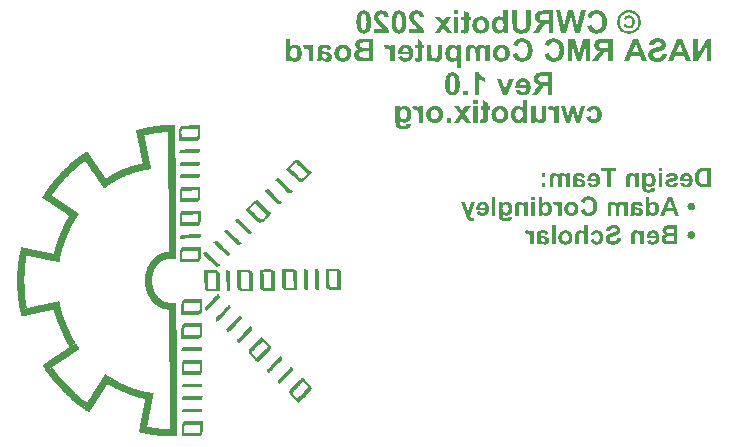
<source format=gbo>
G04*
G04 #@! TF.GenerationSoftware,Altium Limited,Altium Designer,21.2.2 (38)*
G04*
G04 Layer_Color=32896*
%FSLAX25Y25*%
%MOIN*%
G70*
G04*
G04 #@! TF.SameCoordinates,9A9FBC94-F95F-4755-83A8-F293FEA714C6*
G04*
G04*
G04 #@! TF.FilePolarity,Positive*
G04*
G01*
G75*
G36*
X514959Y224625D02*
X513748D01*
Y225745D01*
X514959D01*
Y224625D01*
D02*
G37*
G36*
X481808Y224105D02*
X481954Y224087D01*
X482091Y224051D01*
X482227Y224005D01*
X482464Y223887D01*
X482573Y223814D01*
X482674Y223750D01*
X482765Y223686D01*
X482847Y223614D01*
X482910Y223559D01*
X482965Y223504D01*
X483011Y223449D01*
X483047Y223413D01*
X483065Y223395D01*
X483074Y223386D01*
Y224014D01*
X484186D01*
Y219441D01*
X482974D01*
Y221655D01*
Y221883D01*
X482956Y222083D01*
X482947Y222238D01*
X482929Y222375D01*
X482910Y222466D01*
X482901Y222538D01*
X482883Y222584D01*
Y222593D01*
X482838Y222693D01*
X482792Y222784D01*
X482737Y222857D01*
X482683Y222921D01*
X482637Y222967D01*
X482601Y223003D01*
X482573Y223021D01*
X482564Y223030D01*
X482473Y223085D01*
X482391Y223122D01*
X482309Y223149D01*
X482227Y223167D01*
X482163Y223176D01*
X482109Y223185D01*
X481981D01*
X481908Y223167D01*
X481845Y223158D01*
X481790Y223140D01*
X481753Y223122D01*
X481726Y223103D01*
X481708Y223094D01*
X481699Y223085D01*
X481653Y223049D01*
X481608Y223003D01*
X481544Y222903D01*
X481526Y222866D01*
X481507Y222830D01*
X481498Y222803D01*
Y222794D01*
X481489Y222757D01*
X481471Y222703D01*
X481453Y222575D01*
X481444Y222438D01*
X481435Y222292D01*
X481426Y222156D01*
Y222046D01*
Y222001D01*
Y221965D01*
Y221946D01*
Y221937D01*
Y219441D01*
X480214D01*
Y221627D01*
Y221855D01*
X480196Y222046D01*
X480187Y222211D01*
X480168Y222347D01*
X480150Y222447D01*
X480141Y222520D01*
X480123Y222557D01*
Y222575D01*
X480077Y222684D01*
X480032Y222775D01*
X479977Y222848D01*
X479922Y222912D01*
X479877Y222967D01*
X479840Y223003D01*
X479813Y223021D01*
X479804Y223030D01*
X479722Y223085D01*
X479631Y223122D01*
X479549Y223149D01*
X479476Y223167D01*
X479412Y223176D01*
X479367Y223185D01*
X479321D01*
X479203Y223176D01*
X479093Y223149D01*
X479002Y223103D01*
X478929Y223058D01*
X478875Y223003D01*
X478838Y222967D01*
X478811Y222930D01*
X478802Y222921D01*
X478784Y222876D01*
X478756Y222830D01*
X478729Y222703D01*
X478702Y222557D01*
X478692Y222411D01*
X478683Y222274D01*
X478674Y222156D01*
Y222110D01*
Y222074D01*
Y222056D01*
Y222046D01*
Y219441D01*
X477463D01*
Y222356D01*
X477472Y222584D01*
X477481Y222784D01*
X477499Y222948D01*
X477527Y223076D01*
X477554Y223176D01*
X477572Y223249D01*
X477581Y223295D01*
X477590Y223304D01*
X477663Y223449D01*
X477745Y223568D01*
X477836Y223668D01*
X477918Y223759D01*
X478000Y223823D01*
X478064Y223869D01*
X478100Y223896D01*
X478119Y223905D01*
X478255Y223978D01*
X478401Y224023D01*
X478538Y224060D01*
X478674Y224087D01*
X478793Y224105D01*
X478884Y224114D01*
X478966D01*
X479112Y224105D01*
X479248Y224087D01*
X479376Y224060D01*
X479485Y224023D01*
X479576Y223987D01*
X479649Y223960D01*
X479695Y223941D01*
X479713Y223932D01*
X479840Y223859D01*
X479959Y223768D01*
X480068Y223677D01*
X480168Y223586D01*
X480250Y223504D01*
X480305Y223440D01*
X480341Y223395D01*
X480360Y223377D01*
X480442Y223504D01*
X480533Y223623D01*
X480624Y223714D01*
X480706Y223796D01*
X480779Y223859D01*
X480842Y223896D01*
X480879Y223923D01*
X480897Y223932D01*
X481025Y223996D01*
X481152Y224042D01*
X481280Y224069D01*
X481398Y224096D01*
X481498Y224105D01*
X481580Y224114D01*
X481653D01*
X481808Y224105D01*
D02*
G37*
G36*
X510997Y224105D02*
X511142Y224087D01*
X511279Y224060D01*
X511416Y224023D01*
X511643Y223923D01*
X511753Y223869D01*
X511844Y223814D01*
X511935Y223750D01*
X512008Y223695D01*
X512072Y223650D01*
X512126Y223604D01*
X512172Y223559D01*
X512199Y223532D01*
X512217Y223513D01*
X512226Y223504D01*
X512327Y223386D01*
X512409Y223258D01*
X512481Y223112D01*
X512545Y222976D01*
X512591Y222830D01*
X512636Y222684D01*
X512700Y222393D01*
X512727Y222265D01*
X512746Y222138D01*
X512755Y222028D01*
X512764Y221937D01*
X512773Y221855D01*
Y221801D01*
Y221755D01*
Y221746D01*
X512764Y221582D01*
X512755Y221418D01*
X512709Y221127D01*
X512673Y220990D01*
X512636Y220862D01*
X512600Y220744D01*
X512564Y220644D01*
X512527Y220543D01*
X512491Y220461D01*
X512454Y220389D01*
X512418Y220325D01*
X512390Y220279D01*
X512372Y220243D01*
X512354Y220225D01*
Y220216D01*
X512245Y220079D01*
X512135Y219960D01*
X512017Y219860D01*
X511899Y219769D01*
X511780Y219696D01*
X511653Y219632D01*
X511534Y219578D01*
X511425Y219541D01*
X511315Y219505D01*
X511215Y219487D01*
X511124Y219468D01*
X511051Y219450D01*
X510988D01*
X510933Y219441D01*
X510896D01*
X510742Y219450D01*
X510596Y219478D01*
X510459Y219514D01*
X510332Y219560D01*
X510104Y219678D01*
X509995Y219742D01*
X509903Y219815D01*
X509821Y219878D01*
X509739Y219942D01*
X509676Y220006D01*
X509630Y220061D01*
X509585Y220115D01*
X509557Y220152D01*
X509539Y220170D01*
X509530Y220179D01*
Y219514D01*
Y219377D01*
X509539Y219259D01*
X509548Y219168D01*
X509557Y219095D01*
X509575Y219031D01*
X509585Y218995D01*
X509594Y218976D01*
Y218967D01*
X509630Y218895D01*
X509666Y218831D01*
X509703Y218776D01*
X509739Y218730D01*
X509776Y218694D01*
X509803Y218676D01*
X509821Y218667D01*
X509831Y218658D01*
X509931Y218612D01*
X510040Y218576D01*
X510158Y218548D01*
X510277Y218530D01*
X510377Y218521D01*
X510459Y218512D01*
X510541D01*
X510669Y218521D01*
X510778Y218530D01*
X510869Y218557D01*
X510942Y218585D01*
X511006Y218603D01*
X511042Y218630D01*
X511069Y218639D01*
X511079Y218649D01*
X511124Y218685D01*
X511161Y218740D01*
X511206Y218849D01*
X511215Y218895D01*
X511224Y218940D01*
X511233Y218967D01*
Y218976D01*
X512618Y219141D01*
X512627Y219086D01*
Y219040D01*
Y219004D01*
Y218995D01*
X512618Y218885D01*
X512609Y218776D01*
X512554Y218576D01*
X512472Y218403D01*
X512381Y218257D01*
X512299Y218138D01*
X512217Y218056D01*
X512163Y218002D01*
X512154Y217993D01*
X512144Y217984D01*
X512044Y217911D01*
X511935Y217856D01*
X511807Y217801D01*
X511680Y217756D01*
X511407Y217683D01*
X511133Y217637D01*
X511006Y217619D01*
X510887Y217601D01*
X510778Y217592D01*
X510687D01*
X510605Y217583D01*
X510496D01*
X510277Y217592D01*
X510077Y217601D01*
X509903Y217628D01*
X509749Y217655D01*
X509630Y217674D01*
X509548Y217701D01*
X509493Y217710D01*
X509475Y217719D01*
X509330Y217774D01*
X509202Y217829D01*
X509093Y217892D01*
X509001Y217947D01*
X508938Y217993D01*
X508883Y218038D01*
X508847Y218066D01*
X508838Y218075D01*
X508746Y218166D01*
X508673Y218266D01*
X508610Y218375D01*
X508555Y218475D01*
X508510Y218566D01*
X508482Y218639D01*
X508464Y218685D01*
X508455Y218703D01*
X508428Y218785D01*
X508409Y218867D01*
X508373Y219058D01*
X508355Y219259D01*
X508336Y219459D01*
X508327Y219632D01*
X508318Y219705D01*
Y219778D01*
Y219833D01*
Y219869D01*
Y219897D01*
Y219906D01*
Y224014D01*
X509448D01*
Y223358D01*
X509557Y223495D01*
X509666Y223604D01*
X509785Y223714D01*
X509903Y223796D01*
X510022Y223869D01*
X510140Y223932D01*
X510250Y223978D01*
X510359Y224023D01*
X510459Y224051D01*
X510550Y224078D01*
X510641Y224087D01*
X510705Y224105D01*
X510769D01*
X510814Y224114D01*
X510851D01*
X510997Y224105D01*
D02*
G37*
G36*
X476042Y222803D02*
X474830D01*
Y224014D01*
X476042D01*
Y222803D01*
D02*
G37*
G36*
X487529Y224096D02*
X487675Y224087D01*
X487803Y224060D01*
X487930Y224042D01*
X488039Y224014D01*
X488140Y223978D01*
X488231Y223951D01*
X488304Y223923D01*
X488377Y223887D01*
X488431Y223859D01*
X488486Y223841D01*
X488522Y223814D01*
X488550Y223805D01*
X488559Y223787D01*
X488568D01*
X488723Y223650D01*
X488850Y223495D01*
X488960Y223331D01*
X489051Y223176D01*
X489114Y223030D01*
X489142Y222967D01*
X489160Y222912D01*
X489178Y222866D01*
X489187Y222830D01*
X489196Y222812D01*
Y222803D01*
X488112Y222602D01*
X488067Y222712D01*
X488021Y222803D01*
X487976Y222885D01*
X487921Y222948D01*
X487885Y222994D01*
X487848Y223021D01*
X487830Y223040D01*
X487821Y223049D01*
X487748Y223094D01*
X487666Y223131D01*
X487575Y223149D01*
X487493Y223167D01*
X487420Y223176D01*
X487365Y223185D01*
X487311D01*
X487147Y223176D01*
X487010Y223158D01*
X486901Y223140D01*
X486809Y223112D01*
X486746Y223076D01*
X486700Y223058D01*
X486673Y223040D01*
X486664Y223030D01*
X486600Y222967D01*
X486554Y222894D01*
X486527Y222812D01*
X486500Y222730D01*
X486491Y222648D01*
X486482Y222584D01*
Y222548D01*
Y222529D01*
Y222411D01*
X486545Y222384D01*
X486627Y222356D01*
X486800Y222302D01*
X487001Y222256D01*
X487192Y222211D01*
X487374Y222165D01*
X487456Y222147D01*
X487529Y222138D01*
X487584Y222129D01*
X487629Y222119D01*
X487657Y222110D01*
X487666D01*
X487885Y222065D01*
X488085Y222019D01*
X488249Y221974D01*
X488386Y221928D01*
X488495Y221883D01*
X488568Y221855D01*
X488613Y221837D01*
X488631Y221828D01*
X488750Y221764D01*
X488850Y221691D01*
X488941Y221609D01*
X489005Y221536D01*
X489069Y221473D01*
X489105Y221418D01*
X489133Y221381D01*
X489142Y221363D01*
X489206Y221245D01*
X489251Y221126D01*
X489278Y221017D01*
X489297Y220908D01*
X489315Y220817D01*
X489324Y220744D01*
Y220698D01*
Y220680D01*
X489315Y220571D01*
X489306Y220470D01*
X489260Y220279D01*
X489196Y220115D01*
X489123Y219979D01*
X489051Y219869D01*
X488987Y219787D01*
X488941Y219733D01*
X488923Y219724D01*
Y219714D01*
X488759Y219587D01*
X488577Y219496D01*
X488395Y219432D01*
X488212Y219386D01*
X488058Y219359D01*
X487985Y219350D01*
X487930D01*
X487875Y219341D01*
X487812D01*
X487666Y219350D01*
X487520Y219368D01*
X487393Y219386D01*
X487283Y219414D01*
X487192Y219441D01*
X487119Y219468D01*
X487074Y219478D01*
X487055Y219487D01*
X486928Y219550D01*
X486800Y219614D01*
X486691Y219696D01*
X486591Y219769D01*
X486509Y219833D01*
X486445Y219887D01*
X486409Y219924D01*
X486390Y219933D01*
X486381Y219897D01*
X486363Y219851D01*
X486354Y219815D01*
X486345Y219806D01*
Y219796D01*
X486318Y219714D01*
X486299Y219641D01*
X486281Y219578D01*
X486263Y219532D01*
X486245Y219496D01*
X486236Y219459D01*
X486227Y219450D01*
Y219441D01*
X485033D01*
X485088Y219560D01*
X485133Y219669D01*
X485170Y219769D01*
X485206Y219860D01*
X485224Y219933D01*
X485243Y219997D01*
X485252Y220033D01*
Y220042D01*
X485270Y220161D01*
X485279Y220306D01*
X485297Y220452D01*
Y220598D01*
X485306Y220726D01*
Y220835D01*
Y220881D01*
Y220908D01*
Y220926D01*
Y220935D01*
X485288Y222347D01*
Y222493D01*
X485297Y222621D01*
X485306Y222739D01*
X485316Y222848D01*
X485325Y222948D01*
X485343Y223040D01*
X485352Y223122D01*
X485370Y223185D01*
X485388Y223249D01*
X485397Y223295D01*
X485425Y223377D01*
X485443Y223413D01*
X485452Y223431D01*
X485525Y223532D01*
X485607Y223632D01*
X485698Y223714D01*
X485798Y223787D01*
X485880Y223841D01*
X485953Y223878D01*
X485999Y223905D01*
X486008Y223914D01*
X486017D01*
X486099Y223951D01*
X486181Y223978D01*
X486372Y224032D01*
X486573Y224069D01*
X486764Y224087D01*
X486946Y224105D01*
X487019D01*
X487083Y224114D01*
X487384D01*
X487529Y224096D01*
D02*
G37*
G36*
X523186Y224105D02*
X523341Y224087D01*
X523495Y224051D01*
X523632Y224014D01*
X523769Y223969D01*
X523887Y223914D01*
X524006Y223850D01*
X524106Y223796D01*
X524197Y223732D01*
X524279Y223668D01*
X524352Y223614D01*
X524406Y223568D01*
X524452Y223532D01*
X524488Y223495D01*
X524507Y223477D01*
X524516Y223468D01*
X524616Y223340D01*
X524707Y223203D01*
X524789Y223067D01*
X524862Y222921D01*
X524917Y222766D01*
X524962Y222621D01*
X525035Y222338D01*
X525062Y222201D01*
X525081Y222083D01*
X525090Y221974D01*
X525099Y221883D01*
X525108Y221801D01*
Y221737D01*
Y221700D01*
Y221691D01*
X525099Y221518D01*
X525090Y221345D01*
X525062Y221190D01*
X525035Y221044D01*
X525008Y220899D01*
X524962Y220771D01*
X524926Y220653D01*
X524880Y220543D01*
X524844Y220443D01*
X524798Y220361D01*
X524762Y220288D01*
X524734Y220225D01*
X524698Y220179D01*
X524680Y220143D01*
X524671Y220124D01*
X524662Y220115D01*
X524543Y219979D01*
X524425Y219860D01*
X524288Y219760D01*
X524142Y219669D01*
X523997Y219596D01*
X523851Y219532D01*
X523705Y219478D01*
X523559Y219441D01*
X523432Y219405D01*
X523304Y219386D01*
X523186Y219368D01*
X523086Y219350D01*
X523004D01*
X522949Y219341D01*
X522894D01*
X522630Y219359D01*
X522384Y219396D01*
X522175Y219450D01*
X521992Y219514D01*
X521910Y219550D01*
X521847Y219578D01*
X521783Y219605D01*
X521737Y219632D01*
X521701Y219660D01*
X521664Y219669D01*
X521655Y219687D01*
X521646D01*
X521473Y219833D01*
X521318Y219988D01*
X521191Y220161D01*
X521091Y220325D01*
X521008Y220470D01*
X520981Y220534D01*
X520954Y220589D01*
X520936Y220635D01*
X520917Y220671D01*
X520908Y220689D01*
Y220698D01*
X522111Y220899D01*
X522156Y220780D01*
X522202Y220671D01*
X522247Y220589D01*
X522302Y220516D01*
X522338Y220461D01*
X522375Y220425D01*
X522402Y220407D01*
X522411Y220398D01*
X522484Y220343D01*
X522566Y220307D01*
X522648Y220279D01*
X522721Y220261D01*
X522785Y220252D01*
X522840Y220243D01*
X522885D01*
X523031Y220252D01*
X523168Y220288D01*
X523295Y220334D01*
X523395Y220389D01*
X523477Y220443D01*
X523532Y220489D01*
X523577Y220525D01*
X523587Y220534D01*
X523678Y220653D01*
X523741Y220789D01*
X523796Y220935D01*
X523833Y221063D01*
X523851Y221190D01*
X523860Y221281D01*
X523869Y221318D01*
Y221345D01*
Y221363D01*
Y221372D01*
X520845D01*
Y221627D01*
X520863Y221855D01*
X520890Y222074D01*
X520927Y222274D01*
X520972Y222466D01*
X521018Y222630D01*
X521072Y222784D01*
X521127Y222921D01*
X521182Y223040D01*
X521236Y223149D01*
X521282Y223231D01*
X521327Y223304D01*
X521364Y223358D01*
X521391Y223404D01*
X521409Y223422D01*
X521418Y223431D01*
X521528Y223550D01*
X521655Y223659D01*
X521783Y223750D01*
X521910Y223823D01*
X522047Y223896D01*
X522184Y223951D01*
X522311Y223996D01*
X522439Y224032D01*
X522557Y224060D01*
X522667Y224078D01*
X522767Y224096D01*
X522849Y224105D01*
X522922Y224114D01*
X523022D01*
X523186Y224105D01*
D02*
G37*
G36*
X492330Y224105D02*
X492485Y224087D01*
X492640Y224051D01*
X492777Y224014D01*
X492913Y223969D01*
X493032Y223914D01*
X493150Y223850D01*
X493250Y223796D01*
X493341Y223732D01*
X493423Y223668D01*
X493496Y223614D01*
X493551Y223568D01*
X493597Y223532D01*
X493633Y223495D01*
X493651Y223477D01*
X493660Y223468D01*
X493760Y223340D01*
X493852Y223203D01*
X493934Y223067D01*
X494006Y222921D01*
X494061Y222766D01*
X494107Y222621D01*
X494179Y222338D01*
X494207Y222201D01*
X494225Y222083D01*
X494234Y221974D01*
X494243Y221883D01*
X494252Y221801D01*
Y221737D01*
Y221700D01*
Y221691D01*
X494243Y221518D01*
X494234Y221345D01*
X494207Y221190D01*
X494179Y221044D01*
X494152Y220899D01*
X494107Y220771D01*
X494070Y220653D01*
X494025Y220543D01*
X493988Y220443D01*
X493943Y220361D01*
X493906Y220288D01*
X493879Y220224D01*
X493843Y220179D01*
X493824Y220143D01*
X493815Y220124D01*
X493806Y220115D01*
X493688Y219979D01*
X493569Y219860D01*
X493433Y219760D01*
X493287Y219669D01*
X493141Y219596D01*
X492995Y219532D01*
X492849Y219478D01*
X492704Y219441D01*
X492576Y219405D01*
X492449Y219386D01*
X492330Y219368D01*
X492230Y219350D01*
X492148D01*
X492093Y219341D01*
X492039D01*
X491775Y219359D01*
X491529Y219395D01*
X491319Y219450D01*
X491137Y219514D01*
X491055Y219550D01*
X490991Y219578D01*
X490927Y219605D01*
X490882Y219632D01*
X490845Y219660D01*
X490809Y219669D01*
X490800Y219687D01*
X490791D01*
X490618Y219833D01*
X490463Y219988D01*
X490335Y220161D01*
X490235Y220325D01*
X490153Y220470D01*
X490126Y220534D01*
X490098Y220589D01*
X490080Y220635D01*
X490062Y220671D01*
X490053Y220689D01*
Y220698D01*
X491255Y220899D01*
X491301Y220780D01*
X491346Y220671D01*
X491392Y220589D01*
X491446Y220516D01*
X491483Y220461D01*
X491519Y220425D01*
X491547Y220407D01*
X491556Y220398D01*
X491629Y220343D01*
X491711Y220306D01*
X491793Y220279D01*
X491866Y220261D01*
X491929Y220252D01*
X491984Y220243D01*
X492030D01*
X492175Y220252D01*
X492312Y220288D01*
X492440Y220334D01*
X492540Y220389D01*
X492622Y220443D01*
X492676Y220489D01*
X492722Y220525D01*
X492731Y220534D01*
X492822Y220653D01*
X492886Y220789D01*
X492941Y220935D01*
X492977Y221063D01*
X492995Y221190D01*
X493004Y221281D01*
X493013Y221318D01*
Y221345D01*
Y221363D01*
Y221372D01*
X489989D01*
Y221627D01*
X490007Y221855D01*
X490034Y222074D01*
X490071Y222274D01*
X490117Y222466D01*
X490162Y222630D01*
X490217Y222784D01*
X490271Y222921D01*
X490326Y223040D01*
X490381Y223149D01*
X490426Y223231D01*
X490472Y223304D01*
X490508Y223358D01*
X490535Y223404D01*
X490554Y223422D01*
X490563Y223431D01*
X490672Y223550D01*
X490800Y223659D01*
X490927Y223750D01*
X491055Y223823D01*
X491191Y223896D01*
X491328Y223951D01*
X491456Y223996D01*
X491583Y224032D01*
X491702Y224060D01*
X491811Y224078D01*
X491911Y224096D01*
X491993Y224105D01*
X492066Y224114D01*
X492166D01*
X492330Y224105D01*
D02*
G37*
G36*
X531102Y219441D02*
X528716D01*
X528470Y219450D01*
X528242Y219459D01*
X528051Y219478D01*
X527896Y219505D01*
X527768Y219532D01*
X527668Y219550D01*
X527641Y219560D01*
X527613D01*
X527604Y219569D01*
X527595D01*
X527395Y219641D01*
X527212Y219724D01*
X527067Y219806D01*
X526939Y219887D01*
X526839Y219960D01*
X526766Y220015D01*
X526720Y220052D01*
X526702Y220070D01*
X526547Y220243D01*
X526411Y220425D01*
X526292Y220616D01*
X526201Y220789D01*
X526128Y220953D01*
X526092Y221017D01*
X526074Y221072D01*
X526055Y221127D01*
X526037Y221163D01*
X526028Y221181D01*
Y221190D01*
X525964Y221409D01*
X525910Y221637D01*
X525873Y221855D01*
X525855Y222065D01*
X525846Y222165D01*
X525837Y222256D01*
Y222329D01*
X525828Y222402D01*
Y222457D01*
Y222493D01*
Y222520D01*
Y222529D01*
X525837Y222848D01*
X525864Y223131D01*
X525873Y223267D01*
X525891Y223386D01*
X525910Y223504D01*
X525928Y223604D01*
X525955Y223695D01*
X525973Y223778D01*
X525992Y223850D01*
X526001Y223905D01*
X526019Y223951D01*
X526028Y223987D01*
X526037Y224005D01*
Y224014D01*
X526119Y224233D01*
X526219Y224433D01*
X526320Y224606D01*
X526420Y224752D01*
X526502Y224871D01*
X526575Y224962D01*
X526620Y225016D01*
X526629Y225035D01*
X526639D01*
X526793Y225180D01*
X526948Y225299D01*
X527112Y225399D01*
X527258Y225481D01*
X527386Y225545D01*
X527495Y225590D01*
X527531Y225600D01*
X527559Y225609D01*
X527577Y225618D01*
X527586D01*
X527759Y225663D01*
X527950Y225691D01*
X528151Y225718D01*
X528342Y225727D01*
X528515Y225736D01*
X528588Y225745D01*
X531102D01*
Y219441D01*
D02*
G37*
G36*
X514959D02*
X513748D01*
Y224014D01*
X514959D01*
Y219441D01*
D02*
G37*
G36*
X504674Y224105D02*
X504838Y224078D01*
X504984Y224042D01*
X505130Y223996D01*
X505266Y223932D01*
X505385Y223869D01*
X505503Y223796D01*
X505604Y223732D01*
X505695Y223659D01*
X505777Y223586D01*
X505849Y223522D01*
X505904Y223459D01*
X505950Y223413D01*
X505986Y223377D01*
X506004Y223349D01*
X506013Y223340D01*
Y224014D01*
X507134D01*
Y219441D01*
X505922D01*
Y221500D01*
Y221637D01*
Y221764D01*
X505913Y221883D01*
X505904Y221983D01*
Y222083D01*
X505895Y222165D01*
X505886Y222247D01*
X505877Y222311D01*
X505859Y222420D01*
X505849Y222493D01*
X505831Y222538D01*
Y222548D01*
X505795Y222648D01*
X505740Y222748D01*
X505686Y222821D01*
X505631Y222894D01*
X505576Y222939D01*
X505531Y222985D01*
X505503Y223003D01*
X505494Y223012D01*
X505394Y223067D01*
X505294Y223112D01*
X505203Y223140D01*
X505112Y223167D01*
X505039Y223176D01*
X504984Y223185D01*
X504929D01*
X504838Y223176D01*
X504756Y223167D01*
X504693Y223149D01*
X504629Y223122D01*
X504574Y223094D01*
X504538Y223076D01*
X504519Y223067D01*
X504510Y223058D01*
X504447Y223012D01*
X504401Y222958D01*
X504319Y222848D01*
X504292Y222794D01*
X504273Y222757D01*
X504255Y222730D01*
Y222721D01*
X504237Y222675D01*
X504228Y222621D01*
X504210Y222484D01*
X504191Y222320D01*
X504182Y222165D01*
X504173Y222010D01*
Y221946D01*
Y221883D01*
Y221837D01*
Y221801D01*
Y221773D01*
Y221764D01*
Y219441D01*
X502962D01*
Y222274D01*
Y222466D01*
X502971Y222621D01*
X502980Y222766D01*
X502998Y222876D01*
X503007Y222967D01*
X503025Y223030D01*
X503034Y223076D01*
Y223085D01*
X503062Y223194D01*
X503098Y223286D01*
X503135Y223377D01*
X503180Y223449D01*
X503217Y223513D01*
X503244Y223559D01*
X503262Y223586D01*
X503271Y223595D01*
X503344Y223677D01*
X503426Y223750D01*
X503508Y223814D01*
X503590Y223869D01*
X503663Y223914D01*
X503727Y223941D01*
X503763Y223960D01*
X503782Y223969D01*
X503909Y224014D01*
X504037Y224051D01*
X504155Y224078D01*
X504264Y224096D01*
X504364Y224105D01*
X504447Y224114D01*
X504510D01*
X504674Y224105D01*
D02*
G37*
G36*
X499718Y224679D02*
X497851D01*
Y219441D01*
X496575D01*
Y224679D01*
X494717D01*
Y225745D01*
X499718D01*
Y224679D01*
D02*
G37*
G36*
X476042Y219441D02*
X474830D01*
Y220653D01*
X476042D01*
Y219441D01*
D02*
G37*
G36*
X518540Y224096D02*
X518694Y224078D01*
X518840Y224051D01*
X518968Y224023D01*
X519086Y223987D01*
X519196Y223951D01*
X519296Y223914D01*
X519378Y223869D01*
X519451Y223832D01*
X519514Y223796D01*
X519560Y223768D01*
X519605Y223741D01*
X519633Y223723D01*
X519642Y223714D01*
X519651Y223705D01*
X519733Y223632D01*
X519806Y223550D01*
X519870Y223468D01*
X519915Y223377D01*
X520006Y223213D01*
X520061Y223058D01*
X520088Y222921D01*
X520097Y222857D01*
X520107Y222812D01*
X520116Y222766D01*
Y222739D01*
Y222721D01*
Y222712D01*
X520107Y222593D01*
X520088Y222484D01*
X520070Y222375D01*
X520034Y222274D01*
X519943Y222101D01*
X519842Y221955D01*
X519751Y221837D01*
X519660Y221755D01*
X519624Y221719D01*
X519605Y221700D01*
X519587Y221691D01*
X519578Y221682D01*
X519496Y221637D01*
X519387Y221582D01*
X519259Y221527D01*
X519123Y221482D01*
X518977Y221427D01*
X518822Y221381D01*
X518503Y221290D01*
X518348Y221245D01*
X518203Y221208D01*
X518075Y221172D01*
X517957Y221145D01*
X517856Y221127D01*
X517783Y221108D01*
X517738Y221090D01*
X517720D01*
X517611Y221063D01*
X517528Y221035D01*
X517456Y221008D01*
X517401Y220990D01*
X517365Y220963D01*
X517337Y220953D01*
X517319Y220935D01*
X517264Y220862D01*
X517237Y220789D01*
X517228Y220735D01*
Y220717D01*
Y220707D01*
X517237Y220635D01*
X517255Y220571D01*
X517282Y220516D01*
X517310Y220470D01*
X517337Y220434D01*
X517365Y220407D01*
X517383Y220389D01*
X517392Y220379D01*
X517492Y220325D01*
X517601Y220288D01*
X517720Y220252D01*
X517829Y220234D01*
X517929Y220225D01*
X518020Y220216D01*
X518093D01*
X518248Y220225D01*
X518376Y220243D01*
X518494Y220270D01*
X518585Y220307D01*
X518658Y220334D01*
X518713Y220361D01*
X518749Y220379D01*
X518758Y220389D01*
X518840Y220461D01*
X518904Y220552D01*
X518959Y220635D01*
X519004Y220726D01*
X519032Y220808D01*
X519050Y220871D01*
X519068Y220908D01*
Y220926D01*
X520280Y220744D01*
X520198Y220516D01*
X520097Y220307D01*
X519988Y220133D01*
X519870Y219988D01*
X519760Y219869D01*
X519660Y219787D01*
X519633Y219751D01*
X519605Y219733D01*
X519587Y219724D01*
X519578Y219714D01*
X519469Y219651D01*
X519360Y219587D01*
X519114Y219496D01*
X518868Y219432D01*
X518631Y219386D01*
X518521Y219368D01*
X518421Y219359D01*
X518330Y219350D01*
X518248D01*
X518184Y219341D01*
X518093D01*
X517911Y219350D01*
X517738Y219359D01*
X517574Y219386D01*
X517419Y219414D01*
X517282Y219441D01*
X517155Y219487D01*
X517036Y219523D01*
X516936Y219569D01*
X516845Y219605D01*
X516763Y219651D01*
X516699Y219687D01*
X516645Y219714D01*
X516599Y219751D01*
X516572Y219769D01*
X516554Y219778D01*
X516545Y219787D01*
X516454Y219878D01*
X516371Y219970D01*
X516299Y220061D01*
X516235Y220152D01*
X516189Y220243D01*
X516144Y220334D01*
X516080Y220498D01*
X516044Y220653D01*
X516034Y220717D01*
X516025Y220762D01*
X516016Y220808D01*
Y220844D01*
Y220862D01*
Y220871D01*
X516034Y221072D01*
X516080Y221254D01*
X516135Y221409D01*
X516208Y221536D01*
X516280Y221637D01*
X516335Y221709D01*
X516381Y221746D01*
X516399Y221764D01*
X516481Y221819D01*
X516563Y221883D01*
X516663Y221928D01*
X516772Y221983D01*
X516991Y222074D01*
X517219Y222156D01*
X517419Y222220D01*
X517510Y222238D01*
X517592Y222265D01*
X517656Y222283D01*
X517702Y222292D01*
X517738Y222302D01*
X517747D01*
X517920Y222347D01*
X518075Y222384D01*
X518212Y222420D01*
X518330Y222457D01*
X518439Y222484D01*
X518531Y222511D01*
X518603Y222538D01*
X518676Y222557D01*
X518731Y222584D01*
X518777Y222602D01*
X518813Y222611D01*
X518831Y222630D01*
X518868Y222639D01*
X518877Y222648D01*
X518913Y222684D01*
X518940Y222721D01*
X518977Y222794D01*
X518995Y222848D01*
Y222857D01*
Y222867D01*
X518986Y222921D01*
X518977Y222967D01*
X518922Y223049D01*
X518877Y223094D01*
X518868Y223112D01*
X518858D01*
X518767Y223158D01*
X518667Y223194D01*
X518558Y223213D01*
X518439Y223231D01*
X518339Y223240D01*
X518257Y223249D01*
X518175D01*
X518039Y223240D01*
X517920Y223231D01*
X517820Y223203D01*
X517738Y223176D01*
X517674Y223149D01*
X517629Y223131D01*
X517601Y223112D01*
X517592Y223103D01*
X517519Y223049D01*
X517465Y222985D01*
X517410Y222921D01*
X517374Y222848D01*
X517346Y222794D01*
X517328Y222748D01*
X517310Y222712D01*
Y222703D01*
X516171Y222912D01*
X516244Y223122D01*
X516344Y223304D01*
X516444Y223459D01*
X516554Y223577D01*
X516645Y223677D01*
X516727Y223750D01*
X516781Y223787D01*
X516790Y223805D01*
X516800D01*
X516891Y223860D01*
X516991Y223905D01*
X517210Y223987D01*
X517437Y224042D01*
X517665Y224078D01*
X517774Y224087D01*
X517875Y224096D01*
X517966Y224105D01*
X518039Y224114D01*
X518376D01*
X518540Y224096D01*
D02*
G37*
G36*
X472552Y215083D02*
X471341D01*
Y216203D01*
X472552D01*
Y215083D01*
D02*
G37*
G36*
X501094Y214564D02*
X501240Y214545D01*
X501376Y214509D01*
X501513Y214463D01*
X501750Y214345D01*
X501859Y214272D01*
X501960Y214208D01*
X502051Y214144D01*
X502133Y214072D01*
X502196Y214017D01*
X502251Y213962D01*
X502296Y213908D01*
X502333Y213871D01*
X502351Y213853D01*
X502360Y213844D01*
Y214473D01*
X503472Y214473D01*
Y209899D01*
X502260Y209899D01*
Y212113D01*
Y212341D01*
X502242Y212541D01*
X502233Y212696D01*
X502214Y212833D01*
X502196Y212924D01*
X502187Y212997D01*
X502169Y213042D01*
Y213051D01*
X502123Y213152D01*
X502078Y213243D01*
X502023Y213316D01*
X501969Y213379D01*
X501923Y213425D01*
X501887Y213461D01*
X501859Y213479D01*
X501850Y213489D01*
X501759Y213543D01*
X501677Y213580D01*
X501595Y213607D01*
X501513Y213625D01*
X501449Y213634D01*
X501395Y213644D01*
X501267D01*
X501194Y213625D01*
X501130Y213616D01*
X501076Y213598D01*
X501039Y213580D01*
X501012Y213562D01*
X500994Y213552D01*
X500985Y213543D01*
X500939Y213507D01*
X500894Y213461D01*
X500830Y213361D01*
X500812Y213325D01*
X500793Y213288D01*
X500784Y213261D01*
Y213252D01*
X500775Y213215D01*
X500757Y213161D01*
X500739Y213033D01*
X500730Y212896D01*
X500721Y212751D01*
X500711Y212614D01*
Y212505D01*
Y212459D01*
Y212423D01*
Y212404D01*
Y212395D01*
Y209899D01*
X499500D01*
Y212086D01*
Y212313D01*
X499481Y212505D01*
X499472Y212669D01*
X499454Y212805D01*
X499436Y212906D01*
X499427Y212979D01*
X499409Y213015D01*
Y213033D01*
X499363Y213142D01*
X499318Y213233D01*
X499263Y213306D01*
X499208Y213370D01*
X499163Y213425D01*
X499126Y213461D01*
X499099Y213479D01*
X499090Y213489D01*
X499008Y213543D01*
X498917Y213580D01*
X498835Y213607D01*
X498762Y213625D01*
X498698Y213634D01*
X498653Y213644D01*
X498607D01*
X498489Y213634D01*
X498379Y213607D01*
X498288Y213562D01*
X498215Y213516D01*
X498161Y213461D01*
X498124Y213425D01*
X498097Y213388D01*
X498088Y213379D01*
X498069Y213334D01*
X498042Y213288D01*
X498015Y213161D01*
X497988Y213015D01*
X497978Y212869D01*
X497969Y212733D01*
X497960Y212614D01*
Y212568D01*
Y212532D01*
Y212514D01*
Y212505D01*
Y209899D01*
X496748D01*
Y212814D01*
X496758Y213042D01*
X496767Y213243D01*
X496785Y213407D01*
X496812Y213534D01*
X496840Y213634D01*
X496858Y213707D01*
X496867Y213753D01*
X496876Y213762D01*
X496949Y213908D01*
X497031Y214026D01*
X497122Y214126D01*
X497204Y214217D01*
X497286Y214281D01*
X497350Y214327D01*
X497386Y214354D01*
X497404Y214363D01*
X497541Y214436D01*
X497687Y214482D01*
X497823Y214518D01*
X497960Y214545D01*
X498079Y214564D01*
X498170Y214573D01*
X498252D01*
X498397Y214564D01*
X498534Y214545D01*
X498662Y214518D01*
X498771Y214482D01*
X498862Y214445D01*
X498935Y214418D01*
X498981Y214400D01*
X498999Y214390D01*
X499126Y214318D01*
X499245Y214227D01*
X499354Y214135D01*
X499454Y214044D01*
X499536Y213962D01*
X499591Y213899D01*
X499627Y213853D01*
X499646Y213835D01*
X499727Y213962D01*
X499819Y214081D01*
X499910Y214172D01*
X499992Y214254D01*
X500065Y214318D01*
X500128Y214354D01*
X500165Y214381D01*
X500183Y214390D01*
X500311Y214454D01*
X500438Y214500D01*
X500566Y214527D01*
X500684Y214555D01*
X500784Y214564D01*
X500866Y214573D01*
X500939D01*
X501094Y214564D01*
D02*
G37*
G36*
X463205D02*
X463351Y214545D01*
X463488Y214518D01*
X463625Y214482D01*
X463852Y214381D01*
X463962Y214327D01*
X464053Y214272D01*
X464144Y214208D01*
X464217Y214154D01*
X464281Y214108D01*
X464335Y214063D01*
X464381Y214017D01*
X464408Y213990D01*
X464426Y213971D01*
X464435Y213962D01*
X464536Y213844D01*
X464618Y213716D01*
X464690Y213571D01*
X464754Y213434D01*
X464800Y213288D01*
X464845Y213142D01*
X464909Y212851D01*
X464936Y212723D01*
X464955Y212596D01*
X464964Y212487D01*
X464973Y212395D01*
X464982Y212313D01*
Y212259D01*
Y212213D01*
Y212204D01*
X464973Y212040D01*
X464964Y211876D01*
X464918Y211585D01*
X464882Y211448D01*
X464845Y211320D01*
X464809Y211202D01*
X464773Y211102D01*
X464736Y211002D01*
X464700Y210920D01*
X464663Y210847D01*
X464627Y210783D01*
X464599Y210737D01*
X464581Y210701D01*
X464563Y210683D01*
Y210674D01*
X464454Y210537D01*
X464344Y210419D01*
X464226Y210318D01*
X464107Y210227D01*
X463989Y210154D01*
X463861Y210091D01*
X463743Y210036D01*
X463634Y209999D01*
X463524Y209963D01*
X463424Y209945D01*
X463333Y209927D01*
X463260Y209908D01*
X463196D01*
X463142Y209899D01*
X463105D01*
X462951Y209908D01*
X462805Y209936D01*
X462668Y209972D01*
X462540Y210018D01*
X462313Y210136D01*
X462203Y210200D01*
X462112Y210273D01*
X462030Y210337D01*
X461948Y210400D01*
X461885Y210464D01*
X461839Y210519D01*
X461794Y210573D01*
X461766Y210610D01*
X461748Y210628D01*
X461739Y210637D01*
Y209972D01*
Y209836D01*
X461748Y209717D01*
X461757Y209626D01*
X461766Y209553D01*
X461784Y209489D01*
X461794Y209453D01*
X461803Y209435D01*
Y209426D01*
X461839Y209353D01*
X461875Y209289D01*
X461912Y209234D01*
X461948Y209189D01*
X461985Y209152D01*
X462012Y209134D01*
X462030Y209125D01*
X462040Y209116D01*
X462140Y209070D01*
X462249Y209034D01*
X462367Y209007D01*
X462486Y208988D01*
X462586Y208979D01*
X462668Y208970D01*
X462750D01*
X462878Y208979D01*
X462987Y208988D01*
X463078Y209016D01*
X463151Y209043D01*
X463215Y209061D01*
X463251Y209088D01*
X463278Y209098D01*
X463287Y209107D01*
X463333Y209143D01*
X463370Y209198D01*
X463415Y209307D01*
X463424Y209353D01*
X463433Y209398D01*
X463442Y209426D01*
Y209435D01*
X464827Y209599D01*
X464836Y209544D01*
Y209498D01*
Y209462D01*
Y209453D01*
X464827Y209344D01*
X464818Y209234D01*
X464763Y209034D01*
X464681Y208861D01*
X464590Y208715D01*
X464508Y208596D01*
X464426Y208515D01*
X464372Y208460D01*
X464362Y208451D01*
X464353Y208442D01*
X464253Y208369D01*
X464144Y208314D01*
X464016Y208260D01*
X463889Y208214D01*
X463616Y208141D01*
X463342Y208096D01*
X463215Y208077D01*
X463096Y208059D01*
X462987Y208050D01*
X462896D01*
X462814Y208041D01*
X462705D01*
X462486Y208050D01*
X462285Y208059D01*
X462112Y208086D01*
X461958Y208114D01*
X461839Y208132D01*
X461757Y208159D01*
X461702Y208168D01*
X461684Y208177D01*
X461538Y208232D01*
X461411Y208287D01*
X461302Y208351D01*
X461210Y208405D01*
X461147Y208451D01*
X461092Y208496D01*
X461056Y208524D01*
X461047Y208533D01*
X460955Y208624D01*
X460883Y208724D01*
X460819Y208833D01*
X460764Y208934D01*
X460718Y209025D01*
X460691Y209098D01*
X460673Y209143D01*
X460664Y209161D01*
X460637Y209243D01*
X460618Y209325D01*
X460582Y209517D01*
X460564Y209717D01*
X460545Y209917D01*
X460536Y210091D01*
X460527Y210163D01*
Y210236D01*
Y210291D01*
Y210327D01*
Y210355D01*
Y210364D01*
Y214473D01*
X461657D01*
Y213817D01*
X461766Y213953D01*
X461875Y214063D01*
X461994Y214172D01*
X462112Y214254D01*
X462231Y214327D01*
X462349Y214390D01*
X462459Y214436D01*
X462568Y214482D01*
X462668Y214509D01*
X462759Y214536D01*
X462850Y214545D01*
X462914Y214564D01*
X462978D01*
X463023Y214573D01*
X463060D01*
X463205Y214564D01*
D02*
G37*
G36*
X506815Y214555D02*
X506961Y214545D01*
X507088Y214518D01*
X507216Y214500D01*
X507325Y214473D01*
X507425Y214436D01*
X507517Y214409D01*
X507589Y214381D01*
X507662Y214345D01*
X507717Y214318D01*
X507772Y214299D01*
X507808Y214272D01*
X507835Y214263D01*
X507844Y214245D01*
X507854D01*
X508008Y214108D01*
X508136Y213953D01*
X508245Y213789D01*
X508336Y213634D01*
X508400Y213489D01*
X508428Y213425D01*
X508446Y213370D01*
X508464Y213325D01*
X508473Y213288D01*
X508482Y213270D01*
Y213261D01*
X507398Y213060D01*
X507353Y213170D01*
X507307Y213261D01*
X507262Y213343D01*
X507207Y213407D01*
X507170Y213452D01*
X507134Y213479D01*
X507116Y213498D01*
X507107Y213507D01*
X507034Y213552D01*
X506952Y213589D01*
X506861Y213607D01*
X506779Y213625D01*
X506706Y213634D01*
X506651Y213644D01*
X506597D01*
X506432Y213634D01*
X506296Y213616D01*
X506186Y213598D01*
X506095Y213571D01*
X506032Y213534D01*
X505986Y213516D01*
X505959Y213498D01*
X505950Y213489D01*
X505886Y213425D01*
X505840Y213352D01*
X505813Y213270D01*
X505786Y213188D01*
X505777Y213106D01*
X505767Y213042D01*
Y213006D01*
Y212988D01*
Y212869D01*
X505831Y212842D01*
X505913Y212814D01*
X506086Y212760D01*
X506287Y212714D01*
X506478Y212669D01*
X506660Y212623D01*
X506742Y212605D01*
X506815Y212596D01*
X506870Y212587D01*
X506915Y212578D01*
X506943Y212568D01*
X506952D01*
X507170Y212523D01*
X507371Y212477D01*
X507535Y212432D01*
X507671Y212386D01*
X507781Y212341D01*
X507854Y212313D01*
X507899Y212295D01*
X507917Y212286D01*
X508036Y212222D01*
X508136Y212150D01*
X508227Y212068D01*
X508291Y211995D01*
X508355Y211931D01*
X508391Y211876D01*
X508419Y211840D01*
X508428Y211822D01*
X508491Y211703D01*
X508537Y211585D01*
X508564Y211475D01*
X508582Y211366D01*
X508601Y211275D01*
X508610Y211202D01*
Y211157D01*
Y211138D01*
X508601Y211029D01*
X508592Y210929D01*
X508546Y210737D01*
X508482Y210573D01*
X508409Y210437D01*
X508336Y210328D01*
X508273Y210245D01*
X508227Y210191D01*
X508209Y210182D01*
Y210173D01*
X508045Y210045D01*
X507863Y209954D01*
X507681Y209890D01*
X507498Y209845D01*
X507343Y209817D01*
X507271Y209808D01*
X507216D01*
X507161Y209799D01*
X507097D01*
X506952Y209808D01*
X506806Y209826D01*
X506678Y209845D01*
X506569Y209872D01*
X506478Y209899D01*
X506405Y209927D01*
X506360Y209936D01*
X506341Y209945D01*
X506214Y210009D01*
X506086Y210072D01*
X505977Y210154D01*
X505877Y210227D01*
X505795Y210291D01*
X505731Y210346D01*
X505695Y210382D01*
X505676Y210391D01*
X505667Y210355D01*
X505649Y210309D01*
X505640Y210273D01*
X505631Y210264D01*
Y210255D01*
X505604Y210173D01*
X505585Y210100D01*
X505567Y210036D01*
X505549Y209990D01*
X505531Y209954D01*
X505521Y209917D01*
X505512Y209908D01*
Y209899D01*
X504319D01*
X504374Y210018D01*
X504419Y210127D01*
X504456Y210227D01*
X504492Y210318D01*
X504510Y210391D01*
X504529Y210455D01*
X504538Y210491D01*
Y210501D01*
X504556Y210619D01*
X504565Y210765D01*
X504583Y210911D01*
Y211056D01*
X504592Y211184D01*
Y211293D01*
Y211339D01*
Y211366D01*
Y211384D01*
Y211393D01*
X504574Y212805D01*
Y212951D01*
X504583Y213079D01*
X504592Y213197D01*
X504601Y213306D01*
X504610Y213407D01*
X504629Y213498D01*
X504638Y213580D01*
X504656Y213644D01*
X504674Y213707D01*
X504683Y213753D01*
X504711Y213835D01*
X504729Y213871D01*
X504738Y213890D01*
X504811Y213990D01*
X504893Y214090D01*
X504984Y214172D01*
X505084Y214245D01*
X505166Y214299D01*
X505239Y214336D01*
X505285Y214363D01*
X505294Y214372D01*
X505303D01*
X505385Y214409D01*
X505467Y214436D01*
X505658Y214491D01*
X505859Y214527D01*
X506050Y214545D01*
X506232Y214564D01*
X506305D01*
X506369Y214573D01*
X506669D01*
X506815Y214555D01*
D02*
G37*
G36*
X524844Y214263D02*
X525017Y214227D01*
X525172Y214163D01*
X525299Y214099D01*
X525409Y214026D01*
X525491Y213962D01*
X525536Y213926D01*
X525554Y213908D01*
X525673Y213762D01*
X525764Y213607D01*
X525828Y213461D01*
X525873Y213316D01*
X525901Y213197D01*
X525910Y213097D01*
X525919Y213060D01*
Y213033D01*
Y213015D01*
Y213006D01*
X525901Y212814D01*
X525864Y212650D01*
X525800Y212496D01*
X525737Y212368D01*
X525673Y212259D01*
X525609Y212177D01*
X525573Y212131D01*
X525554Y212113D01*
X525409Y211985D01*
X525254Y211894D01*
X525108Y211831D01*
X524962Y211785D01*
X524835Y211758D01*
X524744Y211749D01*
X524707Y211739D01*
X524652D01*
X524461Y211758D01*
X524288Y211794D01*
X524133Y211858D01*
X524006Y211922D01*
X523896Y211985D01*
X523814Y212049D01*
X523769Y212086D01*
X523751Y212104D01*
X523623Y212250D01*
X523532Y212404D01*
X523468Y212550D01*
X523423Y212696D01*
X523395Y212824D01*
X523386Y212915D01*
X523377Y212951D01*
Y212979D01*
Y212997D01*
Y213006D01*
X523395Y213197D01*
X523432Y213370D01*
X523495Y213525D01*
X523559Y213653D01*
X523632Y213762D01*
X523696Y213844D01*
X523732Y213890D01*
X523751Y213908D01*
X523896Y214035D01*
X524051Y214126D01*
X524197Y214190D01*
X524343Y214236D01*
X524461Y214263D01*
X524561Y214272D01*
X524598Y214281D01*
X524652D01*
X524844Y214263D01*
D02*
G37*
G36*
X450816Y209890D02*
X450862Y209753D01*
X450907Y209635D01*
X450962Y209526D01*
X451007Y209435D01*
X451053Y209362D01*
X451089Y209307D01*
X451117Y209271D01*
X451126Y209262D01*
X451208Y209180D01*
X451308Y209116D01*
X451408Y209070D01*
X451508Y209043D01*
X451599Y209025D01*
X451672Y209007D01*
X451745D01*
X451918Y209016D01*
X452009Y209025D01*
X452082Y209043D01*
X452155Y209052D01*
X452210Y209061D01*
X452246Y209070D01*
X452255D01*
X452146Y208123D01*
X451900Y208077D01*
X451791Y208059D01*
X451681Y208050D01*
X451599D01*
X451526Y208041D01*
X451344D01*
X451226Y208050D01*
X451126Y208068D01*
X451035Y208086D01*
X450953Y208096D01*
X450898Y208114D01*
X450862Y208123D01*
X450852D01*
X450752Y208150D01*
X450661Y208187D01*
X450588Y208223D01*
X450524Y208250D01*
X450470Y208278D01*
X450433Y208305D01*
X450406Y208314D01*
X450397Y208323D01*
X450260Y208433D01*
X450160Y208542D01*
X450124Y208596D01*
X450096Y208633D01*
X450078Y208660D01*
X450069Y208669D01*
X450014Y208760D01*
X449960Y208852D01*
X449905Y208952D01*
X449859Y209052D01*
X449823Y209143D01*
X449787Y209216D01*
X449768Y209262D01*
X449759Y209280D01*
X449468Y210063D01*
X447855Y214473D01*
X449103D01*
X450178Y211220D01*
X451262Y214473D01*
X452547D01*
X450816Y209890D01*
D02*
G37*
G36*
X490608Y216313D02*
X490845Y216285D01*
X491055Y216240D01*
X491264Y216185D01*
X491446Y216121D01*
X491629Y216049D01*
X491784Y215967D01*
X491929Y215884D01*
X492066Y215803D01*
X492175Y215721D01*
X492275Y215648D01*
X492357Y215584D01*
X492421Y215529D01*
X492467Y215484D01*
X492494Y215456D01*
X492503Y215447D01*
X492649Y215274D01*
X492767Y215092D01*
X492877Y214901D01*
X492968Y214700D01*
X493050Y214491D01*
X493114Y214290D01*
X493168Y214090D01*
X493214Y213899D01*
X493250Y213707D01*
X493268Y213543D01*
X493287Y213388D01*
X493305Y213261D01*
Y213152D01*
X493314Y213070D01*
Y213015D01*
Y213006D01*
Y212997D01*
X493305Y212723D01*
X493278Y212468D01*
X493241Y212222D01*
X493187Y212004D01*
X493132Y211794D01*
X493059Y211594D01*
X492986Y211421D01*
X492913Y211266D01*
X492840Y211120D01*
X492767Y210993D01*
X492695Y210892D01*
X492640Y210801D01*
X492585Y210737D01*
X492549Y210683D01*
X492521Y210655D01*
X492512Y210646D01*
X492357Y210491D01*
X492194Y210364D01*
X492021Y210245D01*
X491847Y210154D01*
X491674Y210072D01*
X491501Y209999D01*
X491337Y209945D01*
X491182Y209899D01*
X491027Y209863D01*
X490891Y209836D01*
X490763Y209817D01*
X490663Y209808D01*
X490572Y209799D01*
X490508Y209790D01*
X490453D01*
X490262Y209799D01*
X490089Y209808D01*
X489916Y209836D01*
X489761Y209872D01*
X489615Y209908D01*
X489479Y209945D01*
X489351Y209990D01*
X489233Y210045D01*
X489133Y210091D01*
X489042Y210136D01*
X488960Y210173D01*
X488896Y210209D01*
X488841Y210245D01*
X488805Y210273D01*
X488786Y210282D01*
X488777Y210291D01*
X488659Y210391D01*
X488550Y210501D01*
X488349Y210747D01*
X488185Y211002D01*
X488058Y211248D01*
X488003Y211366D01*
X487957Y211475D01*
X487921Y211576D01*
X487885Y211658D01*
X487857Y211730D01*
X487839Y211785D01*
X487830Y211822D01*
Y211831D01*
X489069Y212213D01*
X489142Y211967D01*
X489224Y211758D01*
X489306Y211585D01*
X489397Y211439D01*
X489470Y211330D01*
X489533Y211257D01*
X489579Y211211D01*
X489597Y211193D01*
X489743Y211084D01*
X489889Y211011D01*
X490034Y210956D01*
X490162Y210911D01*
X490280Y210892D01*
X490381Y210883D01*
X490417Y210874D01*
X490463D01*
X490590Y210883D01*
X490709Y210892D01*
X490927Y210956D01*
X491119Y211029D01*
X491273Y211129D01*
X491401Y211220D01*
X491492Y211293D01*
X491529Y211330D01*
X491556Y211357D01*
X491565Y211366D01*
X491574Y211375D01*
X491647Y211475D01*
X491711Y211594D01*
X491775Y211721D01*
X491820Y211858D01*
X491893Y212140D01*
X491948Y212423D01*
X491966Y212559D01*
X491975Y212678D01*
X491993Y212796D01*
Y212896D01*
X492002Y212969D01*
Y213033D01*
Y213079D01*
Y213088D01*
X491993Y213297D01*
X491984Y213489D01*
X491966Y213662D01*
X491938Y213826D01*
X491902Y213971D01*
X491866Y214108D01*
X491829Y214227D01*
X491784Y214336D01*
X491747Y214427D01*
X491711Y214509D01*
X491674Y214573D01*
X491638Y214627D01*
X491610Y214673D01*
X491592Y214700D01*
X491574Y214719D01*
Y214728D01*
X491492Y214819D01*
X491401Y214901D01*
X491310Y214964D01*
X491210Y215019D01*
X491018Y215110D01*
X490836Y215174D01*
X490681Y215210D01*
X490608Y215219D01*
X490554Y215229D01*
X490499Y215238D01*
X490435D01*
X490253Y215229D01*
X490089Y215192D01*
X489943Y215147D01*
X489816Y215092D01*
X489716Y215037D01*
X489643Y214992D01*
X489597Y214955D01*
X489579Y214946D01*
X489461Y214837D01*
X489351Y214709D01*
X489269Y214582D01*
X489206Y214454D01*
X489160Y214345D01*
X489133Y214263D01*
X489114Y214227D01*
Y214199D01*
X489105Y214190D01*
Y214181D01*
X487848Y214482D01*
X487939Y214746D01*
X488039Y214973D01*
X488149Y215174D01*
X488249Y215338D01*
X488349Y215465D01*
X488386Y215520D01*
X488422Y215566D01*
X488449Y215593D01*
X488477Y215620D01*
X488486Y215639D01*
X488495D01*
X488631Y215757D01*
X488786Y215866D01*
X488932Y215957D01*
X489087Y216030D01*
X489251Y216103D01*
X489406Y216158D01*
X489561Y216203D01*
X489707Y216240D01*
X489843Y216267D01*
X489971Y216285D01*
X490080Y216304D01*
X490180Y216313D01*
X490262Y216322D01*
X490372D01*
X490608Y216313D01*
D02*
G37*
G36*
X455307Y214564D02*
X455462Y214545D01*
X455617Y214509D01*
X455754Y214473D01*
X455890Y214427D01*
X456009Y214372D01*
X456127Y214309D01*
X456227Y214254D01*
X456318Y214190D01*
X456400Y214126D01*
X456473Y214072D01*
X456528Y214026D01*
X456573Y213990D01*
X456610Y213953D01*
X456628Y213935D01*
X456637Y213926D01*
X456737Y213798D01*
X456828Y213662D01*
X456911Y213525D01*
X456983Y213379D01*
X457038Y213224D01*
X457084Y213079D01*
X457157Y212796D01*
X457184Y212660D01*
X457202Y212541D01*
X457211Y212432D01*
X457220Y212341D01*
X457229Y212259D01*
Y212195D01*
Y212159D01*
Y212149D01*
X457220Y211976D01*
X457211Y211803D01*
X457184Y211648D01*
X457157Y211503D01*
X457129Y211357D01*
X457084Y211229D01*
X457047Y211111D01*
X457002Y211002D01*
X456965Y210901D01*
X456920Y210819D01*
X456883Y210747D01*
X456856Y210683D01*
X456819Y210637D01*
X456801Y210601D01*
X456792Y210582D01*
X456783Y210573D01*
X456665Y210437D01*
X456546Y210318D01*
X456410Y210218D01*
X456264Y210127D01*
X456118Y210054D01*
X455972Y209990D01*
X455826Y209936D01*
X455681Y209899D01*
X455553Y209863D01*
X455426Y209845D01*
X455307Y209826D01*
X455207Y209808D01*
X455125D01*
X455070Y209799D01*
X455016D01*
X454751Y209817D01*
X454505Y209854D01*
X454296Y209908D01*
X454114Y209972D01*
X454032Y210009D01*
X453968Y210036D01*
X453904Y210063D01*
X453859Y210091D01*
X453822Y210118D01*
X453786Y210127D01*
X453777Y210145D01*
X453768D01*
X453594Y210291D01*
X453440Y210446D01*
X453312Y210619D01*
X453212Y210783D01*
X453130Y210929D01*
X453102Y210993D01*
X453075Y211047D01*
X453057Y211093D01*
X453039Y211129D01*
X453030Y211147D01*
Y211157D01*
X454232Y211357D01*
X454278Y211239D01*
X454323Y211129D01*
X454369Y211047D01*
X454424Y210974D01*
X454460Y210920D01*
X454496Y210883D01*
X454524Y210865D01*
X454533Y210856D01*
X454606Y210801D01*
X454688Y210765D01*
X454770Y210737D01*
X454843Y210719D01*
X454906Y210710D01*
X454961Y210701D01*
X455007D01*
X455152Y210710D01*
X455289Y210747D01*
X455416Y210792D01*
X455517Y210847D01*
X455599Y210901D01*
X455653Y210947D01*
X455699Y210983D01*
X455708Y210993D01*
X455799Y211111D01*
X455863Y211248D01*
X455918Y211393D01*
X455954Y211521D01*
X455972Y211648D01*
X455981Y211739D01*
X455990Y211776D01*
Y211803D01*
Y211822D01*
Y211831D01*
X452966D01*
Y212086D01*
X452984Y212313D01*
X453011Y212532D01*
X453048Y212733D01*
X453093Y212924D01*
X453139Y213088D01*
X453194Y213243D01*
X453248Y213379D01*
X453303Y213498D01*
X453358Y213607D01*
X453403Y213689D01*
X453449Y213762D01*
X453485Y213817D01*
X453512Y213862D01*
X453531Y213880D01*
X453540Y213890D01*
X453649Y214008D01*
X453777Y214117D01*
X453904Y214208D01*
X454032Y214281D01*
X454168Y214354D01*
X454305Y214409D01*
X454433Y214454D01*
X454560Y214491D01*
X454679Y214518D01*
X454788Y214536D01*
X454888Y214555D01*
X454970Y214564D01*
X455043Y214573D01*
X455143D01*
X455307Y214564D01*
D02*
G37*
G36*
X520662Y209899D02*
X519314D01*
X518795Y211330D01*
X516262D01*
X515716Y209899D01*
X514340D01*
X516873Y216203D01*
X518221D01*
X520662Y209899D01*
D02*
G37*
G36*
X479367Y214564D02*
X479458Y214555D01*
X479549Y214527D01*
X479622Y214500D01*
X479685Y214473D01*
X479740Y214454D01*
X479768Y214436D01*
X479777Y214427D01*
X479868Y214363D01*
X479950Y214272D01*
X480041Y214172D01*
X480114Y214072D01*
X480187Y213971D01*
X480241Y213890D01*
X480278Y213835D01*
X480287Y213826D01*
Y214473D01*
X481407D01*
Y209899D01*
X480196D01*
Y211302D01*
Y211512D01*
Y211703D01*
X480187Y211876D01*
X480177Y212031D01*
Y212177D01*
X480168Y212295D01*
X480159Y212414D01*
X480150Y212505D01*
X480141Y212587D01*
X480132Y212660D01*
X480123Y212714D01*
Y212760D01*
X480114Y212787D01*
X480105Y212814D01*
Y212833D01*
X480068Y212960D01*
X480023Y213070D01*
X479977Y213161D01*
X479931Y213224D01*
X479895Y213279D01*
X479859Y213316D01*
X479840Y213334D01*
X479831Y213343D01*
X479758Y213388D01*
X479685Y213425D01*
X479613Y213452D01*
X479549Y213470D01*
X479494Y213479D01*
X479439Y213489D01*
X479403D01*
X479303Y213479D01*
X479203Y213461D01*
X479112Y213425D01*
X479021Y213388D01*
X478948Y213352D01*
X478893Y213316D01*
X478847Y213297D01*
X478838Y213288D01*
X478456Y214336D01*
X478601Y214418D01*
X478738Y214473D01*
X478875Y214518D01*
X479002Y214545D01*
X479103Y214564D01*
X479184Y214573D01*
X479257D01*
X479367Y214564D01*
D02*
G37*
G36*
X472552Y209899D02*
X471341D01*
Y214473D01*
X472552D01*
Y209899D01*
D02*
G37*
G36*
X467651Y214564D02*
X467815Y214536D01*
X467961Y214500D01*
X468107Y214454D01*
X468243Y214390D01*
X468362Y214327D01*
X468480Y214254D01*
X468580Y214190D01*
X468672Y214117D01*
X468753Y214044D01*
X468826Y213981D01*
X468881Y213917D01*
X468927Y213871D01*
X468963Y213835D01*
X468981Y213808D01*
X468990Y213798D01*
Y214473D01*
X470111D01*
Y209899D01*
X468899D01*
Y211958D01*
Y212095D01*
Y212222D01*
X468890Y212341D01*
X468881Y212441D01*
Y212541D01*
X468872Y212623D01*
X468863Y212705D01*
X468854Y212769D01*
X468835Y212878D01*
X468826Y212951D01*
X468808Y212997D01*
Y213006D01*
X468772Y213106D01*
X468717Y213206D01*
X468662Y213279D01*
X468608Y213352D01*
X468553Y213398D01*
X468507Y213443D01*
X468480Y213461D01*
X468471Y213470D01*
X468371Y213525D01*
X468271Y213571D01*
X468180Y213598D01*
X468088Y213625D01*
X468016Y213634D01*
X467961Y213644D01*
X467906D01*
X467815Y213634D01*
X467733Y213625D01*
X467669Y213607D01*
X467606Y213580D01*
X467551Y213552D01*
X467515Y213534D01*
X467496Y213525D01*
X467487Y213516D01*
X467423Y213470D01*
X467378Y213416D01*
X467296Y213306D01*
X467269Y213252D01*
X467250Y213215D01*
X467232Y213188D01*
Y213179D01*
X467214Y213133D01*
X467205Y213079D01*
X467187Y212942D01*
X467168Y212778D01*
X467159Y212623D01*
X467150Y212468D01*
Y212404D01*
Y212341D01*
Y212295D01*
Y212259D01*
Y212231D01*
Y212222D01*
Y209899D01*
X465939D01*
Y212733D01*
Y212924D01*
X465948Y213079D01*
X465957Y213224D01*
X465975Y213334D01*
X465984Y213425D01*
X466002Y213489D01*
X466011Y213534D01*
Y213543D01*
X466039Y213653D01*
X466075Y213744D01*
X466112Y213835D01*
X466157Y213908D01*
X466194Y213971D01*
X466221Y214017D01*
X466239Y214044D01*
X466248Y214053D01*
X466321Y214135D01*
X466403Y214208D01*
X466485Y214272D01*
X466567Y214327D01*
X466640Y214372D01*
X466704Y214400D01*
X466740Y214418D01*
X466758Y214427D01*
X466886Y214473D01*
X467014Y214509D01*
X467132Y214536D01*
X467241Y214555D01*
X467342Y214564D01*
X467423Y214573D01*
X467487D01*
X467651Y214564D01*
D02*
G37*
G36*
X459334Y209899D02*
X458122D01*
Y216203D01*
X459334D01*
Y209899D01*
D02*
G37*
G36*
X510687Y213935D02*
X510796Y214044D01*
X510906Y214144D01*
X511015Y214227D01*
X511133Y214309D01*
X511243Y214363D01*
X511352Y214418D01*
X511461Y214463D01*
X511561Y214491D01*
X511662Y214518D01*
X511744Y214536D01*
X511826Y214555D01*
X511889Y214564D01*
X511944Y214573D01*
X512017D01*
X512172Y214564D01*
X512318Y214545D01*
X512454Y214518D01*
X512591Y214482D01*
X512819Y214381D01*
X512928Y214327D01*
X513019Y214272D01*
X513110Y214208D01*
X513183Y214154D01*
X513247Y214108D01*
X513301Y214063D01*
X513347Y214017D01*
X513374Y213990D01*
X513392Y213971D01*
X513402Y213962D01*
X513493Y213844D01*
X513575Y213716D01*
X513648Y213580D01*
X513711Y213434D01*
X513766Y213288D01*
X513812Y213142D01*
X513875Y212851D01*
X513894Y212723D01*
X513912Y212596D01*
X513921Y212487D01*
X513930Y212386D01*
X513939Y212304D01*
Y212250D01*
Y212204D01*
Y212195D01*
X513930Y211985D01*
X513912Y211794D01*
X513884Y211612D01*
X513848Y211439D01*
X513812Y211284D01*
X513766Y211138D01*
X513711Y211011D01*
X513657Y210892D01*
X513611Y210783D01*
X513556Y210692D01*
X513511Y210610D01*
X513465Y210546D01*
X513438Y210491D01*
X513411Y210455D01*
X513392Y210437D01*
X513383Y210428D01*
X513274Y210318D01*
X513165Y210218D01*
X513046Y210136D01*
X512937Y210063D01*
X512819Y209999D01*
X512709Y209954D01*
X512600Y209908D01*
X512500Y209881D01*
X512399Y209854D01*
X512308Y209836D01*
X512235Y209817D01*
X512163Y209808D01*
X512108Y209799D01*
X512035D01*
X511889Y209808D01*
X511753Y209826D01*
X511616Y209854D01*
X511498Y209890D01*
X511407Y209927D01*
X511325Y209954D01*
X511279Y209972D01*
X511261Y209981D01*
X511124Y210063D01*
X510997Y210154D01*
X510878Y210255D01*
X510787Y210346D01*
X510705Y210428D01*
X510641Y210501D01*
X510605Y210546D01*
X510596Y210564D01*
Y209899D01*
X509475D01*
Y216203D01*
X510687D01*
Y213935D01*
D02*
G37*
G36*
X484915Y214564D02*
X485142Y214527D01*
X485352Y214482D01*
X485534Y214427D01*
X485607Y214390D01*
X485680Y214363D01*
X485744Y214345D01*
X485789Y214318D01*
X485835Y214299D01*
X485862Y214281D01*
X485880Y214272D01*
X485889D01*
X486081Y214144D01*
X486245Y214008D01*
X486390Y213862D01*
X486509Y213725D01*
X486600Y213598D01*
X486673Y213498D01*
X486700Y213461D01*
X486709Y213434D01*
X486728Y213416D01*
Y213407D01*
X486828Y213197D01*
X486892Y212988D01*
X486946Y212796D01*
X486983Y212623D01*
X487001Y212468D01*
X487010Y212404D01*
Y212350D01*
X487019Y212313D01*
Y212277D01*
Y212259D01*
Y212250D01*
X487010Y211967D01*
X486973Y211703D01*
X486928Y211475D01*
X486901Y211375D01*
X486873Y211284D01*
X486846Y211202D01*
X486819Y211129D01*
X486791Y211065D01*
X486773Y211011D01*
X486755Y210965D01*
X486737Y210938D01*
X486728Y210920D01*
Y210911D01*
X486600Y210719D01*
X486463Y210555D01*
X486318Y210409D01*
X486181Y210291D01*
X486053Y210200D01*
X485953Y210136D01*
X485917Y210109D01*
X485889Y210091D01*
X485871Y210082D01*
X485862D01*
X485643Y209990D01*
X485434Y209917D01*
X485233Y209872D01*
X485042Y209836D01*
X484887Y209817D01*
X484824Y209808D01*
X484769D01*
X484723Y209799D01*
X484660D01*
X484468Y209808D01*
X484295Y209826D01*
X484122Y209863D01*
X483967Y209908D01*
X483812Y209954D01*
X483676Y210009D01*
X483548Y210072D01*
X483430Y210136D01*
X483329Y210200D01*
X483238Y210264D01*
X483156Y210318D01*
X483093Y210364D01*
X483038Y210409D01*
X483002Y210446D01*
X482983Y210464D01*
X482974Y210473D01*
X482856Y210610D01*
X482756Y210747D01*
X482664Y210883D01*
X482583Y211029D01*
X482519Y211175D01*
X482464Y211320D01*
X482418Y211457D01*
X482382Y211594D01*
X482355Y211712D01*
X482337Y211831D01*
X482318Y211931D01*
X482309Y212022D01*
X482300Y212095D01*
Y212149D01*
Y212186D01*
Y212195D01*
X482309Y212386D01*
X482327Y212568D01*
X482364Y212733D01*
X482400Y212896D01*
X482455Y213042D01*
X482510Y213188D01*
X482573Y213316D01*
X482628Y213434D01*
X482692Y213534D01*
X482756Y213634D01*
X482810Y213707D01*
X482865Y213780D01*
X482901Y213826D01*
X482938Y213871D01*
X482956Y213890D01*
X482965Y213899D01*
X483093Y214017D01*
X483229Y214117D01*
X483366Y214208D01*
X483512Y214290D01*
X483658Y214354D01*
X483794Y214409D01*
X483931Y214454D01*
X484067Y214491D01*
X484186Y214518D01*
X484304Y214536D01*
X484405Y214555D01*
X484496Y214564D01*
X484569Y214573D01*
X484669D01*
X484915Y214564D01*
D02*
G37*
G36*
X474948Y213935D02*
X475058Y214044D01*
X475167Y214144D01*
X475276Y214227D01*
X475395Y214309D01*
X475504Y214363D01*
X475613Y214418D01*
X475723Y214463D01*
X475823Y214491D01*
X475923Y214518D01*
X476005Y214536D01*
X476087Y214555D01*
X476151Y214564D01*
X476205Y214573D01*
X476278D01*
X476433Y214564D01*
X476579Y214545D01*
X476716Y214518D01*
X476852Y214482D01*
X477080Y214381D01*
X477189Y214327D01*
X477281Y214272D01*
X477372Y214208D01*
X477445Y214154D01*
X477508Y214108D01*
X477563Y214063D01*
X477608Y214017D01*
X477636Y213990D01*
X477654Y213971D01*
X477663Y213962D01*
X477754Y213844D01*
X477836Y213716D01*
X477909Y213580D01*
X477973Y213434D01*
X478027Y213288D01*
X478073Y213142D01*
X478137Y212851D01*
X478155Y212723D01*
X478173Y212596D01*
X478182Y212487D01*
X478192Y212386D01*
X478201Y212304D01*
Y212250D01*
Y212204D01*
Y212195D01*
X478192Y211985D01*
X478173Y211794D01*
X478146Y211612D01*
X478110Y211439D01*
X478073Y211284D01*
X478027Y211138D01*
X477973Y211011D01*
X477918Y210892D01*
X477873Y210783D01*
X477818Y210692D01*
X477772Y210610D01*
X477727Y210546D01*
X477700Y210491D01*
X477672Y210455D01*
X477654Y210437D01*
X477645Y210428D01*
X477536Y210318D01*
X477426Y210218D01*
X477308Y210136D01*
X477199Y210063D01*
X477080Y209999D01*
X476971Y209954D01*
X476861Y209908D01*
X476761Y209881D01*
X476661Y209854D01*
X476570Y209836D01*
X476497Y209817D01*
X476424Y209808D01*
X476369Y209799D01*
X476297D01*
X476151Y209808D01*
X476014Y209826D01*
X475878Y209854D01*
X475759Y209890D01*
X475668Y209927D01*
X475586Y209954D01*
X475540Y209972D01*
X475522Y209981D01*
X475386Y210063D01*
X475258Y210154D01*
X475140Y210255D01*
X475048Y210346D01*
X474966Y210428D01*
X474903Y210501D01*
X474866Y210546D01*
X474857Y210564D01*
Y209899D01*
X473737D01*
Y216203D01*
X474948D01*
Y213935D01*
D02*
G37*
G36*
X490171Y200358D02*
X488960D01*
Y202644D01*
X488950Y202845D01*
X488941Y203018D01*
X488923Y203172D01*
X488905Y203291D01*
X488887Y203391D01*
X488868Y203455D01*
X488850Y203500D01*
Y203509D01*
X488805Y203610D01*
X488750Y203701D01*
X488695Y203774D01*
X488631Y203837D01*
X488586Y203883D01*
X488540Y203920D01*
X488513Y203938D01*
X488504Y203947D01*
X488413Y204001D01*
X488322Y204038D01*
X488231Y204065D01*
X488149Y204083D01*
X488076Y204093D01*
X488021Y204102D01*
X487966D01*
X487875Y204093D01*
X487784Y204083D01*
X487711Y204065D01*
X487648Y204047D01*
X487602Y204020D01*
X487557Y204001D01*
X487538Y203992D01*
X487529Y203983D01*
X487465Y203938D01*
X487420Y203883D01*
X487338Y203783D01*
X487320Y203737D01*
X487301Y203710D01*
X487283Y203683D01*
Y203674D01*
X487274Y203628D01*
X487256Y203582D01*
X487238Y203455D01*
X487229Y203300D01*
X487219Y203145D01*
X487210Y202999D01*
Y202936D01*
Y202881D01*
Y202826D01*
Y202790D01*
Y202772D01*
Y202763D01*
Y200358D01*
X485999D01*
Y203036D01*
Y203254D01*
X486008Y203437D01*
X486017Y203591D01*
X486026Y203719D01*
X486044Y203810D01*
X486053Y203883D01*
X486062Y203929D01*
Y203938D01*
X486090Y204047D01*
X486126Y204147D01*
X486163Y204238D01*
X486208Y204320D01*
X486245Y204384D01*
X486272Y204430D01*
X486290Y204466D01*
X486299Y204475D01*
X486372Y204557D01*
X486454Y204639D01*
X486536Y204703D01*
X486618Y204758D01*
X486691Y204803D01*
X486755Y204840D01*
X486791Y204858D01*
X486809Y204867D01*
X486937Y204922D01*
X487074Y204958D01*
X487192Y204995D01*
X487311Y205013D01*
X487411Y205022D01*
X487493Y205031D01*
X487566D01*
X487711Y205022D01*
X487857Y205004D01*
X487994Y204967D01*
X488121Y204922D01*
X488358Y204812D01*
X488468Y204749D01*
X488568Y204685D01*
X488650Y204612D01*
X488732Y204548D01*
X488796Y204493D01*
X488859Y204439D01*
X488896Y204393D01*
X488932Y204357D01*
X488950Y204339D01*
X488960Y204329D01*
Y206662D01*
X490171D01*
Y200358D01*
D02*
G37*
G36*
X475468Y205013D02*
X475613Y205004D01*
X475741Y204976D01*
X475868Y204958D01*
X475978Y204931D01*
X476078Y204894D01*
X476169Y204867D01*
X476242Y204840D01*
X476315Y204803D01*
X476369Y204776D01*
X476424Y204758D01*
X476461Y204730D01*
X476488Y204721D01*
X476497Y204703D01*
X476506D01*
X476661Y204566D01*
X476789Y204411D01*
X476898Y204247D01*
X476989Y204093D01*
X477053Y203947D01*
X477080Y203883D01*
X477098Y203828D01*
X477116Y203783D01*
X477126Y203746D01*
X477135Y203728D01*
Y203719D01*
X476051Y203519D01*
X476005Y203628D01*
X475959Y203719D01*
X475914Y203801D01*
X475859Y203865D01*
X475823Y203910D01*
X475786Y203938D01*
X475768Y203956D01*
X475759Y203965D01*
X475686Y204011D01*
X475604Y204047D01*
X475513Y204065D01*
X475431Y204083D01*
X475358Y204093D01*
X475304Y204102D01*
X475249D01*
X475085Y204093D01*
X474948Y204074D01*
X474839Y204056D01*
X474748Y204029D01*
X474684Y203992D01*
X474639Y203974D01*
X474611Y203956D01*
X474602Y203947D01*
X474538Y203883D01*
X474493Y203810D01*
X474466Y203728D01*
X474438Y203646D01*
X474429Y203564D01*
X474420Y203500D01*
Y203464D01*
Y203446D01*
Y203327D01*
X474484Y203300D01*
X474566Y203273D01*
X474739Y203218D01*
X474939Y203172D01*
X475131Y203127D01*
X475313Y203081D01*
X475395Y203063D01*
X475468Y203054D01*
X475522Y203045D01*
X475568Y203036D01*
X475595Y203027D01*
X475604D01*
X475823Y202981D01*
X476023Y202936D01*
X476187Y202890D01*
X476324Y202845D01*
X476433Y202799D01*
X476506Y202772D01*
X476552Y202753D01*
X476570Y202744D01*
X476688Y202680D01*
X476789Y202608D01*
X476880Y202526D01*
X476943Y202453D01*
X477007Y202389D01*
X477044Y202334D01*
X477071Y202298D01*
X477080Y202280D01*
X477144Y202161D01*
X477189Y202043D01*
X477217Y201934D01*
X477235Y201824D01*
X477253Y201733D01*
X477262Y201660D01*
Y201615D01*
Y201596D01*
X477253Y201487D01*
X477244Y201387D01*
X477199Y201196D01*
X477135Y201032D01*
X477062Y200895D01*
X476989Y200786D01*
X476925Y200704D01*
X476880Y200649D01*
X476861Y200640D01*
Y200631D01*
X476697Y200503D01*
X476515Y200412D01*
X476333Y200348D01*
X476151Y200303D01*
X475996Y200275D01*
X475923Y200266D01*
X475868D01*
X475814Y200257D01*
X475750D01*
X475604Y200266D01*
X475458Y200285D01*
X475331Y200303D01*
X475222Y200330D01*
X475131Y200358D01*
X475058Y200385D01*
X475012Y200394D01*
X474994Y200403D01*
X474866Y200467D01*
X474739Y200531D01*
X474629Y200613D01*
X474529Y200685D01*
X474447Y200749D01*
X474383Y200804D01*
X474347Y200840D01*
X474329Y200849D01*
X474320Y200813D01*
X474301Y200767D01*
X474292Y200731D01*
X474283Y200722D01*
Y200713D01*
X474256Y200631D01*
X474238Y200558D01*
X474220Y200494D01*
X474201Y200449D01*
X474183Y200412D01*
X474174Y200376D01*
X474165Y200367D01*
Y200358D01*
X472971D01*
X473026Y200476D01*
X473072Y200585D01*
X473108Y200685D01*
X473144Y200777D01*
X473163Y200849D01*
X473181Y200913D01*
X473190Y200950D01*
Y200959D01*
X473208Y201077D01*
X473217Y201223D01*
X473236Y201369D01*
Y201514D01*
X473245Y201642D01*
Y201751D01*
Y201797D01*
Y201824D01*
Y201842D01*
Y201852D01*
X473226Y203264D01*
Y203409D01*
X473236Y203537D01*
X473245Y203655D01*
X473254Y203765D01*
X473263Y203865D01*
X473281Y203956D01*
X473290Y204038D01*
X473309Y204102D01*
X473327Y204166D01*
X473336Y204211D01*
X473363Y204293D01*
X473381Y204329D01*
X473390Y204348D01*
X473463Y204448D01*
X473545Y204548D01*
X473636Y204630D01*
X473737Y204703D01*
X473819Y204758D01*
X473892Y204794D01*
X473937Y204821D01*
X473946Y204831D01*
X473955D01*
X474037Y204867D01*
X474119Y204894D01*
X474311Y204949D01*
X474511Y204985D01*
X474702Y205004D01*
X474885Y205022D01*
X474957D01*
X475021Y205031D01*
X475322D01*
X475468Y205013D01*
D02*
G37*
G36*
X524844Y204721D02*
X525017Y204685D01*
X525172Y204621D01*
X525299Y204557D01*
X525409Y204484D01*
X525491Y204420D01*
X525536Y204384D01*
X525554Y204366D01*
X525673Y204220D01*
X525764Y204065D01*
X525828Y203920D01*
X525873Y203774D01*
X525901Y203655D01*
X525910Y203555D01*
X525919Y203519D01*
Y203491D01*
Y203473D01*
Y203464D01*
X525901Y203273D01*
X525864Y203109D01*
X525800Y202954D01*
X525737Y202826D01*
X525673Y202717D01*
X525609Y202635D01*
X525573Y202589D01*
X525554Y202571D01*
X525409Y202444D01*
X525254Y202353D01*
X525108Y202289D01*
X524962Y202243D01*
X524835Y202216D01*
X524744Y202207D01*
X524707Y202198D01*
X524652D01*
X524461Y202216D01*
X524288Y202252D01*
X524133Y202316D01*
X524006Y202380D01*
X523896Y202444D01*
X523814Y202507D01*
X523769Y202544D01*
X523751Y202562D01*
X523623Y202708D01*
X523532Y202863D01*
X523468Y203009D01*
X523423Y203154D01*
X523395Y203282D01*
X523386Y203373D01*
X523377Y203409D01*
Y203437D01*
Y203455D01*
Y203464D01*
X523395Y203655D01*
X523432Y203828D01*
X523495Y203983D01*
X523559Y204111D01*
X523632Y204220D01*
X523696Y204302D01*
X523732Y204348D01*
X523751Y204366D01*
X523896Y204493D01*
X524051Y204585D01*
X524197Y204648D01*
X524343Y204694D01*
X524461Y204721D01*
X524561Y204730D01*
X524598Y204739D01*
X524652D01*
X524844Y204721D01*
D02*
G37*
G36*
X493305Y205022D02*
X493478Y205004D01*
X493651Y204976D01*
X493797Y204931D01*
X493943Y204885D01*
X494079Y204831D01*
X494198Y204776D01*
X494307Y204712D01*
X494407Y204657D01*
X494489Y204594D01*
X494562Y204539D01*
X494626Y204493D01*
X494671Y204448D01*
X494708Y204420D01*
X494726Y204402D01*
X494735Y204393D01*
X494836Y204266D01*
X494927Y204138D01*
X495009Y204001D01*
X495081Y203856D01*
X495136Y203710D01*
X495182Y203564D01*
X495255Y203282D01*
X495282Y203145D01*
X495300Y203027D01*
X495309Y202917D01*
X495318Y202817D01*
X495327Y202744D01*
Y202680D01*
Y202644D01*
Y202635D01*
X495318Y202434D01*
X495300Y202234D01*
X495273Y202061D01*
X495236Y201888D01*
X495191Y201733D01*
X495136Y201587D01*
X495090Y201460D01*
X495027Y201341D01*
X494972Y201232D01*
X494927Y201141D01*
X494872Y201068D01*
X494826Y201004D01*
X494790Y200950D01*
X494763Y200913D01*
X494744Y200895D01*
X494735Y200886D01*
X494617Y200777D01*
X494498Y200676D01*
X494371Y200594D01*
X494234Y200521D01*
X494107Y200458D01*
X493970Y200412D01*
X493843Y200367D01*
X493715Y200339D01*
X493597Y200312D01*
X493487Y200294D01*
X493387Y200275D01*
X493305Y200266D01*
X493241Y200257D01*
X493141D01*
X492977Y200266D01*
X492831Y200275D01*
X492686Y200294D01*
X492549Y200321D01*
X492421Y200348D01*
X492312Y200385D01*
X492203Y200421D01*
X492112Y200467D01*
X492021Y200503D01*
X491948Y200540D01*
X491884Y200576D01*
X491829Y200603D01*
X491793Y200631D01*
X491765Y200649D01*
X491747Y200667D01*
X491738D01*
X491647Y200749D01*
X491556Y200840D01*
X491401Y201041D01*
X491273Y201241D01*
X491182Y201442D01*
X491110Y201624D01*
X491082Y201706D01*
X491055Y201769D01*
X491037Y201824D01*
X491027Y201870D01*
X491018Y201897D01*
Y201906D01*
X492203Y202107D01*
X492239Y201943D01*
X492294Y201797D01*
X492339Y201678D01*
X492394Y201587D01*
X492449Y201514D01*
X492485Y201469D01*
X492512Y201442D01*
X492521Y201432D01*
X492613Y201369D01*
X492704Y201323D01*
X492795Y201287D01*
X492886Y201269D01*
X492968Y201250D01*
X493032Y201241D01*
X493086D01*
X493250Y201259D01*
X493396Y201296D01*
X493514Y201341D01*
X493624Y201405D01*
X493706Y201469D01*
X493760Y201514D01*
X493806Y201551D01*
X493815Y201569D01*
X493861Y201642D01*
X493906Y201715D01*
X493970Y201888D01*
X494025Y202079D01*
X494052Y202271D01*
X494070Y202453D01*
X494079Y202526D01*
Y202589D01*
X494088Y202644D01*
Y202690D01*
Y202717D01*
Y202726D01*
Y202854D01*
X494079Y202981D01*
X494061Y203091D01*
X494043Y203200D01*
X494025Y203291D01*
X494006Y203373D01*
X493952Y203519D01*
X493906Y203628D01*
X493861Y203701D01*
X493833Y203746D01*
X493824Y203765D01*
X493715Y203874D01*
X493597Y203947D01*
X493478Y204001D01*
X493369Y204047D01*
X493259Y204065D01*
X493177Y204074D01*
X493123Y204083D01*
X493105D01*
X492986Y204074D01*
X492877Y204056D01*
X492786Y204029D01*
X492704Y203992D01*
X492640Y203956D01*
X492594Y203929D01*
X492567Y203910D01*
X492558Y203901D01*
X492485Y203828D01*
X492421Y203746D01*
X492376Y203655D01*
X492330Y203573D01*
X492303Y203491D01*
X492285Y203428D01*
X492275Y203391D01*
Y203373D01*
X491082Y203591D01*
X491173Y203847D01*
X491283Y204065D01*
X491401Y204247D01*
X491519Y204402D01*
X491629Y204521D01*
X491711Y204603D01*
X491747Y204630D01*
X491775Y204648D01*
X491784Y204666D01*
X491793D01*
X491993Y204785D01*
X492212Y204876D01*
X492430Y204940D01*
X492640Y204985D01*
X492740Y205004D01*
X492831Y205013D01*
X492913Y205022D01*
X492986D01*
X493041Y205031D01*
X493123D01*
X493305Y205022D01*
D02*
G37*
G36*
X512099Y205022D02*
X512254Y205004D01*
X512409Y204967D01*
X512545Y204931D01*
X512682Y204885D01*
X512800Y204831D01*
X512919Y204767D01*
X513019Y204712D01*
X513110Y204648D01*
X513192Y204585D01*
X513265Y204530D01*
X513320Y204484D01*
X513365Y204448D01*
X513402Y204411D01*
X513420Y204393D01*
X513429Y204384D01*
X513529Y204257D01*
X513620Y204120D01*
X513702Y203983D01*
X513775Y203837D01*
X513830Y203683D01*
X513875Y203537D01*
X513948Y203255D01*
X513976Y203118D01*
X513994Y202999D01*
X514003Y202890D01*
X514012Y202799D01*
X514021Y202717D01*
Y202653D01*
Y202617D01*
Y202608D01*
X514012Y202435D01*
X514003Y202261D01*
X513976Y202107D01*
X513948Y201961D01*
X513921Y201815D01*
X513875Y201688D01*
X513839Y201569D01*
X513793Y201460D01*
X513757Y201360D01*
X513711Y201278D01*
X513675Y201205D01*
X513648Y201141D01*
X513611Y201095D01*
X513593Y201059D01*
X513584Y201041D01*
X513575Y201032D01*
X513456Y200895D01*
X513338Y200777D01*
X513201Y200676D01*
X513056Y200585D01*
X512910Y200512D01*
X512764Y200449D01*
X512618Y200394D01*
X512472Y200358D01*
X512345Y200321D01*
X512217Y200303D01*
X512099Y200285D01*
X511999Y200266D01*
X511917D01*
X511862Y200257D01*
X511807D01*
X511543Y200275D01*
X511297Y200312D01*
X511088Y200367D01*
X510906Y200430D01*
X510823Y200467D01*
X510760Y200494D01*
X510696Y200521D01*
X510650Y200549D01*
X510614Y200576D01*
X510577Y200585D01*
X510568Y200603D01*
X510559D01*
X510386Y200749D01*
X510231Y200904D01*
X510104Y201077D01*
X510004Y201241D01*
X509922Y201387D01*
X509894Y201451D01*
X509867Y201505D01*
X509849Y201551D01*
X509831Y201587D01*
X509821Y201606D01*
Y201615D01*
X511024Y201815D01*
X511069Y201697D01*
X511115Y201587D01*
X511161Y201505D01*
X511215Y201432D01*
X511252Y201378D01*
X511288Y201341D01*
X511315Y201323D01*
X511325Y201314D01*
X511397Y201259D01*
X511479Y201223D01*
X511561Y201196D01*
X511634Y201177D01*
X511698Y201168D01*
X511753Y201159D01*
X511798D01*
X511944Y201168D01*
X512081Y201205D01*
X512208Y201250D01*
X512308Y201305D01*
X512390Y201360D01*
X512445Y201405D01*
X512491Y201442D01*
X512500Y201451D01*
X512591Y201569D01*
X512655Y201706D01*
X512709Y201852D01*
X512746Y201979D01*
X512764Y202107D01*
X512773Y202198D01*
X512782Y202234D01*
Y202261D01*
Y202280D01*
Y202289D01*
X509758D01*
Y202544D01*
X509776Y202772D01*
X509803Y202990D01*
X509840Y203191D01*
X509885Y203382D01*
X509931Y203546D01*
X509985Y203701D01*
X510040Y203837D01*
X510095Y203956D01*
X510149Y204065D01*
X510195Y204147D01*
X510241Y204220D01*
X510277Y204275D01*
X510304Y204320D01*
X510323Y204339D01*
X510332Y204348D01*
X510441Y204466D01*
X510568Y204575D01*
X510696Y204666D01*
X510823Y204739D01*
X510960Y204812D01*
X511097Y204867D01*
X511224Y204912D01*
X511352Y204949D01*
X511470Y204976D01*
X511580Y204995D01*
X511680Y205013D01*
X511762Y205022D01*
X511835Y205031D01*
X511935D01*
X512099Y205022D01*
D02*
G37*
G36*
X520015Y200358D02*
X517282D01*
X517128Y200367D01*
X516854D01*
X516745Y200376D01*
X516572D01*
X516508Y200385D01*
X516417D01*
X516381Y200394D01*
X516344D01*
X516162Y200421D01*
X515998Y200467D01*
X515852Y200512D01*
X515725Y200567D01*
X515625Y200613D01*
X515552Y200658D01*
X515506Y200685D01*
X515488Y200695D01*
X515360Y200795D01*
X515260Y200904D01*
X515160Y201004D01*
X515087Y201114D01*
X515023Y201205D01*
X514978Y201278D01*
X514950Y201323D01*
X514941Y201341D01*
X514878Y201496D01*
X514823Y201642D01*
X514786Y201788D01*
X514768Y201915D01*
X514750Y202025D01*
X514741Y202107D01*
Y202161D01*
Y202170D01*
Y202180D01*
X514750Y202380D01*
X514786Y202562D01*
X514841Y202717D01*
X514896Y202863D01*
X514950Y202972D01*
X515005Y203054D01*
X515041Y203109D01*
X515051Y203127D01*
X515178Y203273D01*
X515315Y203391D01*
X515470Y203491D01*
X515606Y203564D01*
X515734Y203628D01*
X515843Y203674D01*
X515880Y203683D01*
X515907Y203692D01*
X515925Y203701D01*
X515934D01*
X515789Y203783D01*
X515661Y203865D01*
X515552Y203965D01*
X515460Y204047D01*
X515397Y204129D01*
X515342Y204193D01*
X515306Y204238D01*
X515297Y204257D01*
X515214Y204402D01*
X515151Y204539D01*
X515114Y204676D01*
X515078Y204803D01*
X515060Y204912D01*
X515051Y204995D01*
Y205049D01*
Y205058D01*
Y205067D01*
X515060Y205213D01*
X515078Y205359D01*
X515114Y205477D01*
X515151Y205587D01*
X515187Y205678D01*
X515224Y205751D01*
X515242Y205787D01*
X515251Y205805D01*
X515324Y205924D01*
X515406Y206024D01*
X515488Y206115D01*
X515561Y206197D01*
X515634Y206252D01*
X515688Y206297D01*
X515725Y206325D01*
X515734Y206334D01*
X515843Y206406D01*
X515962Y206461D01*
X516071Y206507D01*
X516171Y206543D01*
X516262Y206571D01*
X516326Y206589D01*
X516371Y206598D01*
X516390D01*
X516545Y206616D01*
X516718Y206634D01*
X516900Y206643D01*
X517082Y206652D01*
X517246Y206662D01*
X520015D01*
Y200358D01*
D02*
G37*
G36*
X506323Y205022D02*
X506487Y204995D01*
X506633Y204958D01*
X506779Y204912D01*
X506915Y204849D01*
X507034Y204785D01*
X507152Y204712D01*
X507252Y204648D01*
X507343Y204575D01*
X507425Y204503D01*
X507498Y204439D01*
X507553Y204375D01*
X507599Y204329D01*
X507635Y204293D01*
X507653Y204266D01*
X507662Y204257D01*
Y204931D01*
X508783D01*
Y200358D01*
X507571D01*
Y202416D01*
Y202553D01*
Y202680D01*
X507562Y202799D01*
X507553Y202899D01*
Y202999D01*
X507544Y203081D01*
X507535Y203163D01*
X507526Y203227D01*
X507508Y203336D01*
X507498Y203409D01*
X507480Y203455D01*
Y203464D01*
X507444Y203564D01*
X507389Y203664D01*
X507334Y203737D01*
X507280Y203810D01*
X507225Y203856D01*
X507179Y203901D01*
X507152Y203920D01*
X507143Y203929D01*
X507043Y203983D01*
X506943Y204029D01*
X506851Y204056D01*
X506760Y204083D01*
X506688Y204093D01*
X506633Y204102D01*
X506578D01*
X506487Y204093D01*
X506405Y204083D01*
X506341Y204065D01*
X506278Y204038D01*
X506223Y204011D01*
X506186Y203992D01*
X506168Y203983D01*
X506159Y203974D01*
X506095Y203929D01*
X506050Y203874D01*
X505968Y203765D01*
X505940Y203710D01*
X505922Y203674D01*
X505904Y203646D01*
Y203637D01*
X505886Y203591D01*
X505877Y203537D01*
X505859Y203400D01*
X505840Y203236D01*
X505831Y203081D01*
X505822Y202926D01*
Y202863D01*
Y202799D01*
Y202753D01*
Y202717D01*
Y202690D01*
Y202680D01*
Y200358D01*
X504610D01*
Y203191D01*
Y203382D01*
X504620Y203537D01*
X504629Y203683D01*
X504647Y203792D01*
X504656Y203883D01*
X504674Y203947D01*
X504683Y203992D01*
Y204001D01*
X504711Y204111D01*
X504747Y204202D01*
X504784Y204293D01*
X504829Y204366D01*
X504866Y204430D01*
X504893Y204475D01*
X504911Y204503D01*
X504920Y204512D01*
X504993Y204594D01*
X505075Y204666D01*
X505157Y204730D01*
X505239Y204785D01*
X505312Y204831D01*
X505376Y204858D01*
X505412Y204876D01*
X505430Y204885D01*
X505558Y204931D01*
X505686Y204967D01*
X505804Y204995D01*
X505913Y205013D01*
X506013Y205022D01*
X506095Y205031D01*
X506159D01*
X506323Y205022D01*
D02*
G37*
G36*
X479394Y200358D02*
X478182D01*
Y206662D01*
X479394D01*
Y200358D01*
D02*
G37*
G36*
X470047Y205022D02*
X470138Y205013D01*
X470229Y204985D01*
X470302Y204958D01*
X470366Y204931D01*
X470421Y204912D01*
X470448Y204894D01*
X470457Y204885D01*
X470548Y204821D01*
X470630Y204730D01*
X470721Y204630D01*
X470794Y204530D01*
X470867Y204430D01*
X470922Y204348D01*
X470958Y204293D01*
X470967Y204284D01*
Y204931D01*
X472088D01*
Y200358D01*
X470876D01*
Y201760D01*
Y201970D01*
Y202161D01*
X470867Y202334D01*
X470858Y202489D01*
Y202635D01*
X470849Y202753D01*
X470840Y202872D01*
X470831Y202963D01*
X470822Y203045D01*
X470812Y203118D01*
X470803Y203172D01*
Y203218D01*
X470794Y203245D01*
X470785Y203273D01*
Y203291D01*
X470749Y203418D01*
X470703Y203528D01*
X470657Y203619D01*
X470612Y203683D01*
X470576Y203737D01*
X470539Y203774D01*
X470521Y203792D01*
X470512Y203801D01*
X470439Y203847D01*
X470366Y203883D01*
X470293Y203910D01*
X470229Y203929D01*
X470175Y203938D01*
X470120Y203947D01*
X470084D01*
X469983Y203938D01*
X469883Y203920D01*
X469792Y203883D01*
X469701Y203847D01*
X469628Y203810D01*
X469573Y203774D01*
X469528Y203755D01*
X469519Y203746D01*
X469136Y204794D01*
X469282Y204876D01*
X469418Y204931D01*
X469555Y204976D01*
X469683Y205004D01*
X469783Y205022D01*
X469865Y205031D01*
X469938D01*
X470047Y205022D01*
D02*
G37*
G36*
X482947D02*
X483175Y204985D01*
X483384Y204940D01*
X483566Y204885D01*
X483639Y204849D01*
X483712Y204821D01*
X483776Y204803D01*
X483821Y204776D01*
X483867Y204758D01*
X483894Y204739D01*
X483913Y204730D01*
X483922D01*
X484113Y204603D01*
X484277Y204466D01*
X484423Y204320D01*
X484541Y204184D01*
X484632Y204056D01*
X484705Y203956D01*
X484732Y203920D01*
X484742Y203892D01*
X484760Y203874D01*
Y203865D01*
X484860Y203655D01*
X484924Y203446D01*
X484978Y203254D01*
X485015Y203081D01*
X485033Y202926D01*
X485042Y202863D01*
Y202808D01*
X485051Y202772D01*
Y202735D01*
Y202717D01*
Y202708D01*
X485042Y202425D01*
X485006Y202161D01*
X484960Y201934D01*
X484933Y201833D01*
X484906Y201742D01*
X484878Y201660D01*
X484851Y201587D01*
X484824Y201524D01*
X484805Y201469D01*
X484787Y201423D01*
X484769Y201396D01*
X484760Y201378D01*
Y201369D01*
X484632Y201177D01*
X484496Y201013D01*
X484350Y200868D01*
X484213Y200749D01*
X484086Y200658D01*
X483985Y200594D01*
X483949Y200567D01*
X483922Y200549D01*
X483903Y200540D01*
X483894D01*
X483676Y200449D01*
X483466Y200376D01*
X483266Y200330D01*
X483074Y200294D01*
X482920Y200275D01*
X482856Y200266D01*
X482801D01*
X482756Y200257D01*
X482692D01*
X482501Y200266D01*
X482327Y200285D01*
X482154Y200321D01*
X481999Y200367D01*
X481845Y200412D01*
X481708Y200467D01*
X481580Y200531D01*
X481462Y200594D01*
X481362Y200658D01*
X481271Y200722D01*
X481189Y200777D01*
X481125Y200822D01*
X481070Y200868D01*
X481034Y200904D01*
X481016Y200922D01*
X481006Y200931D01*
X480888Y201068D01*
X480788Y201205D01*
X480697Y201341D01*
X480615Y201487D01*
X480551Y201633D01*
X480496Y201779D01*
X480451Y201915D01*
X480414Y202052D01*
X480387Y202170D01*
X480369Y202289D01*
X480351Y202389D01*
X480341Y202480D01*
X480332Y202553D01*
Y202608D01*
Y202644D01*
Y202653D01*
X480341Y202845D01*
X480360Y203027D01*
X480396Y203191D01*
X480433Y203355D01*
X480487Y203500D01*
X480542Y203646D01*
X480606Y203774D01*
X480660Y203892D01*
X480724Y203992D01*
X480788Y204093D01*
X480842Y204166D01*
X480897Y204238D01*
X480934Y204284D01*
X480970Y204329D01*
X480988Y204348D01*
X480997Y204357D01*
X481125Y204475D01*
X481261Y204575D01*
X481398Y204666D01*
X481544Y204749D01*
X481690Y204812D01*
X481826Y204867D01*
X481963Y204912D01*
X482100Y204949D01*
X482218Y204976D01*
X482337Y204995D01*
X482437Y205013D01*
X482528Y205022D01*
X482601Y205031D01*
X482701D01*
X482947Y205022D01*
D02*
G37*
G36*
X498990Y206771D02*
X499227Y206744D01*
X499436Y206707D01*
X499618Y206671D01*
X499700Y206643D01*
X499773Y206625D01*
X499828Y206607D01*
X499882Y206589D01*
X499919Y206571D01*
X499946Y206561D01*
X499964Y206552D01*
X499973D01*
X500156Y206461D01*
X500311Y206361D01*
X500447Y206252D01*
X500557Y206151D01*
X500648Y206060D01*
X500702Y205987D01*
X500748Y205933D01*
X500757Y205924D01*
Y205915D01*
X500848Y205760D01*
X500912Y205596D01*
X500957Y205441D01*
X500985Y205304D01*
X501003Y205186D01*
X501021Y205095D01*
Y205058D01*
Y205031D01*
Y205022D01*
Y205013D01*
X501012Y204876D01*
X500994Y204739D01*
X500967Y204621D01*
X500930Y204503D01*
X500839Y204284D01*
X500730Y204093D01*
X500684Y204011D01*
X500629Y203947D01*
X500584Y203883D01*
X500538Y203828D01*
X500502Y203792D01*
X500475Y203765D01*
X500456Y203746D01*
X500447Y203737D01*
X500365Y203674D01*
X500265Y203610D01*
X500165Y203546D01*
X500046Y203491D01*
X499819Y203382D01*
X499582Y203291D01*
X499463Y203254D01*
X499363Y203218D01*
X499263Y203191D01*
X499181Y203163D01*
X499117Y203145D01*
X499062Y203127D01*
X499026Y203118D01*
X499017D01*
X498871Y203081D01*
X498744Y203045D01*
X498625Y203018D01*
X498516Y202990D01*
X498425Y202963D01*
X498343Y202945D01*
X498270Y202917D01*
X498206Y202899D01*
X498151Y202890D01*
X498106Y202872D01*
X498042Y202854D01*
X498006Y202835D01*
X497997D01*
X497878Y202790D01*
X497787Y202744D01*
X497705Y202699D01*
X497641Y202653D01*
X497596Y202617D01*
X497569Y202589D01*
X497550Y202571D01*
X497541Y202562D01*
X497496Y202498D01*
X497459Y202434D01*
X497441Y202371D01*
X497423Y202316D01*
X497414Y202261D01*
X497404Y202216D01*
Y202189D01*
Y202180D01*
X497414Y202052D01*
X497450Y201943D01*
X497505Y201833D01*
X497559Y201742D01*
X497623Y201669D01*
X497669Y201615D01*
X497705Y201578D01*
X497723Y201569D01*
X497851Y201487D01*
X497997Y201423D01*
X498151Y201378D01*
X498297Y201350D01*
X498434Y201332D01*
X498543Y201314D01*
X498643D01*
X498853Y201323D01*
X499035Y201360D01*
X499190Y201405D01*
X499327Y201460D01*
X499436Y201514D01*
X499509Y201560D01*
X499554Y201596D01*
X499573Y201606D01*
X499691Y201733D01*
X499782Y201870D01*
X499864Y202025D01*
X499919Y202180D01*
X499964Y202316D01*
X500001Y202425D01*
X500010Y202462D01*
Y202498D01*
X500019Y202517D01*
Y202526D01*
X501258Y202407D01*
X501231Y202216D01*
X501194Y202034D01*
X501140Y201861D01*
X501094Y201706D01*
X501030Y201560D01*
X500967Y201423D01*
X500903Y201305D01*
X500839Y201196D01*
X500775Y201104D01*
X500711Y201023D01*
X500657Y200950D01*
X500602Y200886D01*
X500566Y200840D01*
X500529Y200813D01*
X500511Y200795D01*
X500502Y200786D01*
X500374Y200685D01*
X500238Y200603D01*
X500092Y200531D01*
X499937Y200467D01*
X499791Y200421D01*
X499636Y200376D01*
X499336Y200312D01*
X499199Y200285D01*
X499072Y200266D01*
X498962Y200257D01*
X498862Y200248D01*
X498780Y200239D01*
X498662D01*
X498370Y200248D01*
X498106Y200275D01*
X497869Y200312D01*
X497769Y200330D01*
X497669Y200358D01*
X497587Y200376D01*
X497514Y200394D01*
X497450Y200412D01*
X497395Y200430D01*
X497350Y200449D01*
X497323Y200458D01*
X497304Y200467D01*
X497295D01*
X497095Y200567D01*
X496931Y200676D01*
X496776Y200786D01*
X496657Y200904D01*
X496566Y201004D01*
X496493Y201095D01*
X496457Y201150D01*
X496439Y201159D01*
Y201168D01*
X496339Y201350D01*
X496257Y201524D01*
X496202Y201697D01*
X496166Y201861D01*
X496147Y201988D01*
X496138Y202052D01*
X496129Y202098D01*
Y202134D01*
Y202161D01*
Y202180D01*
Y202189D01*
X496138Y202407D01*
X496166Y202599D01*
X496211Y202772D01*
X496257Y202917D01*
X496302Y203036D01*
X496348Y203118D01*
X496375Y203172D01*
X496384Y203191D01*
X496484Y203336D01*
X496603Y203464D01*
X496721Y203573D01*
X496831Y203664D01*
X496931Y203737D01*
X497013Y203792D01*
X497067Y203828D01*
X497077Y203837D01*
X497086D01*
X497177Y203883D01*
X497268Y203929D01*
X497486Y204011D01*
X497714Y204083D01*
X497933Y204156D01*
X498033Y204184D01*
X498133Y204211D01*
X498224Y204238D01*
X498297Y204257D01*
X498361Y204275D01*
X498407Y204284D01*
X498443Y204293D01*
X498452D01*
X498616Y204339D01*
X498762Y204375D01*
X498899Y204411D01*
X499026Y204448D01*
X499126Y204484D01*
X499227Y204521D01*
X499308Y204557D01*
X499381Y204585D01*
X499445Y204612D01*
X499491Y204639D01*
X499536Y204657D01*
X499564Y204676D01*
X499609Y204703D01*
X499618Y204712D01*
X499682Y204776D01*
X499727Y204840D01*
X499755Y204903D01*
X499773Y204967D01*
X499791Y205013D01*
X499800Y205058D01*
Y205086D01*
Y205095D01*
X499791Y205186D01*
X499773Y205259D01*
X499737Y205331D01*
X499700Y205386D01*
X499664Y205432D01*
X499627Y205459D01*
X499609Y205477D01*
X499600Y205486D01*
X499472Y205568D01*
X499336Y205623D01*
X499190Y205669D01*
X499053Y205696D01*
X498935Y205714D01*
X498835Y205723D01*
X498744D01*
X498552Y205714D01*
X498388Y205687D01*
X498252Y205650D01*
X498142Y205614D01*
X498051Y205577D01*
X497988Y205541D01*
X497951Y205514D01*
X497942Y205505D01*
X497851Y205414D01*
X497769Y205304D01*
X497705Y205195D01*
X497660Y205077D01*
X497623Y204976D01*
X497605Y204894D01*
X497587Y204831D01*
Y204821D01*
Y204812D01*
X496311Y204858D01*
X496320Y205022D01*
X496348Y205168D01*
X496384Y205313D01*
X496430Y205441D01*
X496475Y205568D01*
X496530Y205687D01*
X496585Y205787D01*
X496639Y205887D01*
X496703Y205969D01*
X496758Y206042D01*
X496812Y206106D01*
X496858Y206160D01*
X496894Y206197D01*
X496922Y206224D01*
X496940Y206242D01*
X496949Y206252D01*
X497067Y206343D01*
X497195Y206425D01*
X497332Y206498D01*
X497477Y206561D01*
X497623Y206607D01*
X497769Y206652D01*
X498060Y206716D01*
X498197Y206734D01*
X498315Y206753D01*
X498434Y206762D01*
X498534Y206771D01*
X498616Y206780D01*
X498725D01*
X498990Y206771D01*
D02*
G37*
G36*
X447016Y276953D02*
X445563D01*
Y278298D01*
X447016D01*
Y276953D01*
D02*
G37*
G36*
X433256Y278330D02*
X433430Y278320D01*
X433769Y278265D01*
X434054Y278177D01*
X434185Y278134D01*
X434305Y278079D01*
X434414Y278035D01*
X434502Y277981D01*
X434589Y277937D01*
X434655Y277904D01*
X434709Y277861D01*
X434742Y277839D01*
X434764Y277828D01*
X434775Y277817D01*
X434895Y277708D01*
X435004Y277598D01*
X435103Y277467D01*
X435190Y277325D01*
X435321Y277041D01*
X435431Y276767D01*
X435463Y276625D01*
X435496Y276505D01*
X435529Y276396D01*
X435540Y276298D01*
X435562Y276210D01*
Y276155D01*
X435573Y276112D01*
Y276101D01*
X434130Y275959D01*
X434108Y276177D01*
X434064Y276363D01*
X434021Y276527D01*
X433966Y276647D01*
X433922Y276746D01*
X433879Y276811D01*
X433846Y276855D01*
X433835Y276866D01*
X433726Y276953D01*
X433605Y277019D01*
X433485Y277074D01*
X433365Y277106D01*
X433267Y277128D01*
X433179Y277139D01*
X433103D01*
X432939Y277128D01*
X432797Y277095D01*
X432676Y277052D01*
X432567Y277008D01*
X432490Y276964D01*
X432425Y276921D01*
X432392Y276888D01*
X432381Y276877D01*
X432294Y276767D01*
X432228Y276647D01*
X432185Y276527D01*
X432152Y276407D01*
X432130Y276298D01*
X432119Y276199D01*
Y276145D01*
Y276134D01*
Y276123D01*
X432130Y275959D01*
X432163Y275806D01*
X432217Y275653D01*
X432272Y275521D01*
X432327Y275401D01*
X432381Y275314D01*
X432414Y275259D01*
X432425Y275237D01*
X432469Y275172D01*
X432534Y275095D01*
X432622Y274997D01*
X432709Y274909D01*
X432906Y274702D01*
X433103Y274494D01*
X433299Y274297D01*
X433387Y274210D01*
X433474Y274144D01*
X433540Y274079D01*
X433583Y274035D01*
X433616Y274002D01*
X433627Y273991D01*
X433846Y273784D01*
X434043Y273587D01*
X434228Y273401D01*
X434392Y273237D01*
X434545Y273073D01*
X434677Y272920D01*
X434797Y272789D01*
X434895Y272658D01*
X434983Y272549D01*
X435059Y272450D01*
X435125Y272374D01*
X435168Y272297D01*
X435212Y272253D01*
X435234Y272210D01*
X435256Y272188D01*
Y272177D01*
X435398Y271926D01*
X435507Y271663D01*
X435595Y271423D01*
X435660Y271204D01*
X435704Y271007D01*
X435715Y270931D01*
X435726Y270865D01*
X435737Y270811D01*
X435748Y270767D01*
Y270745D01*
Y270734D01*
X430665D01*
Y272079D01*
X433551D01*
X433463Y272221D01*
X433365Y272341D01*
X433321Y272396D01*
X433288Y272439D01*
X433267Y272461D01*
X433256Y272472D01*
X433212Y272516D01*
X433168Y272570D01*
X433037Y272691D01*
X432895Y272833D01*
X432753Y272975D01*
X432611Y273106D01*
X432490Y273215D01*
X432447Y273259D01*
X432414Y273292D01*
X432392Y273303D01*
X432381Y273314D01*
X432141Y273543D01*
X431944Y273729D01*
X431780Y273904D01*
X431649Y274035D01*
X431551Y274144D01*
X431485Y274221D01*
X431441Y274275D01*
X431430Y274286D01*
X431288Y274472D01*
X431168Y274647D01*
X431070Y274811D01*
X430993Y274953D01*
X430928Y275073D01*
X430884Y275172D01*
X430862Y275226D01*
X430851Y275248D01*
X430785Y275423D01*
X430742Y275598D01*
X430709Y275762D01*
X430687Y275915D01*
X430676Y276035D01*
X430665Y276134D01*
Y276199D01*
Y276221D01*
X430676Y276385D01*
X430698Y276549D01*
X430720Y276702D01*
X430764Y276844D01*
X430873Y277095D01*
X430982Y277314D01*
X431048Y277412D01*
X431102Y277489D01*
X431157Y277565D01*
X431212Y277620D01*
X431255Y277664D01*
X431277Y277708D01*
X431299Y277718D01*
X431310Y277729D01*
X431430Y277839D01*
X431572Y277937D01*
X431704Y278014D01*
X431857Y278079D01*
X432141Y278188D01*
X432425Y278265D01*
X432556Y278287D01*
X432676Y278309D01*
X432786Y278320D01*
X432884Y278330D01*
X432961Y278342D01*
X433070D01*
X433256Y278330D01*
D02*
G37*
G36*
X421495D02*
X421670Y278320D01*
X422009Y278265D01*
X422293Y278177D01*
X422424Y278134D01*
X422544Y278079D01*
X422653Y278035D01*
X422741Y277981D01*
X422828Y277937D01*
X422894Y277904D01*
X422949Y277861D01*
X422981Y277839D01*
X423003Y277828D01*
X423014Y277817D01*
X423134Y277708D01*
X423244Y277598D01*
X423342Y277467D01*
X423430Y277325D01*
X423561Y277041D01*
X423670Y276767D01*
X423703Y276625D01*
X423736Y276505D01*
X423768Y276396D01*
X423779Y276298D01*
X423801Y276210D01*
Y276155D01*
X423812Y276112D01*
Y276101D01*
X422369Y275959D01*
X422347Y276177D01*
X422304Y276363D01*
X422260Y276527D01*
X422205Y276647D01*
X422162Y276746D01*
X422118Y276811D01*
X422085Y276855D01*
X422074Y276866D01*
X421965Y276953D01*
X421845Y277019D01*
X421725Y277074D01*
X421604Y277106D01*
X421506Y277128D01*
X421418Y277139D01*
X421342D01*
X421178Y277128D01*
X421036Y277095D01*
X420916Y277052D01*
X420806Y277008D01*
X420730Y276964D01*
X420664Y276921D01*
X420632Y276888D01*
X420620Y276877D01*
X420533Y276767D01*
X420468Y276647D01*
X420424Y276527D01*
X420391Y276407D01*
X420369Y276298D01*
X420358Y276199D01*
Y276145D01*
Y276134D01*
Y276123D01*
X420369Y275959D01*
X420402Y275806D01*
X420457Y275653D01*
X420511Y275521D01*
X420566Y275401D01*
X420620Y275314D01*
X420653Y275259D01*
X420664Y275237D01*
X420708Y275172D01*
X420774Y275095D01*
X420861Y274997D01*
X420948Y274909D01*
X421145Y274702D01*
X421342Y274494D01*
X421539Y274297D01*
X421626Y274210D01*
X421713Y274144D01*
X421779Y274079D01*
X421823Y274035D01*
X421856Y274002D01*
X421867Y273991D01*
X422085Y273784D01*
X422282Y273587D01*
X422468Y273401D01*
X422632Y273237D01*
X422785Y273073D01*
X422916Y272920D01*
X423036Y272789D01*
X423134Y272658D01*
X423222Y272549D01*
X423298Y272450D01*
X423364Y272374D01*
X423408Y272297D01*
X423451Y272253D01*
X423473Y272210D01*
X423495Y272188D01*
Y272177D01*
X423637Y271926D01*
X423746Y271663D01*
X423834Y271423D01*
X423900Y271204D01*
X423943Y271007D01*
X423954Y270931D01*
X423965Y270865D01*
X423976Y270811D01*
X423987Y270767D01*
Y270745D01*
Y270734D01*
X418904D01*
Y272079D01*
X421790D01*
X421703Y272221D01*
X421604Y272341D01*
X421560Y272396D01*
X421528Y272439D01*
X421506Y272461D01*
X421495Y272472D01*
X421451Y272516D01*
X421408Y272570D01*
X421276Y272691D01*
X421134Y272833D01*
X420992Y272975D01*
X420850Y273106D01*
X420730Y273215D01*
X420686Y273259D01*
X420653Y273292D01*
X420632Y273303D01*
X420620Y273314D01*
X420380Y273543D01*
X420183Y273729D01*
X420019Y273904D01*
X419888Y274035D01*
X419790Y274144D01*
X419724Y274221D01*
X419681Y274275D01*
X419670Y274286D01*
X419527Y274472D01*
X419407Y274647D01*
X419309Y274811D01*
X419232Y274953D01*
X419167Y275073D01*
X419123Y275172D01*
X419101Y275226D01*
X419090Y275248D01*
X419025Y275423D01*
X418981Y275598D01*
X418948Y275762D01*
X418926Y275915D01*
X418916Y276035D01*
X418904Y276134D01*
Y276199D01*
Y276221D01*
X418916Y276385D01*
X418937Y276549D01*
X418959Y276702D01*
X419003Y276844D01*
X419112Y277095D01*
X419221Y277314D01*
X419287Y277412D01*
X419342Y277489D01*
X419396Y277565D01*
X419451Y277620D01*
X419495Y277664D01*
X419517Y277708D01*
X419538Y277718D01*
X419549Y277729D01*
X419670Y277839D01*
X419812Y277937D01*
X419943Y278014D01*
X420096Y278079D01*
X420380Y278188D01*
X420664Y278265D01*
X420795Y278287D01*
X420916Y278309D01*
X421025Y278320D01*
X421123Y278330D01*
X421200Y278342D01*
X421309D01*
X421495Y278330D01*
D02*
G37*
G36*
X463510Y270734D02*
X462165D01*
Y271532D01*
X462034Y271368D01*
X461903Y271226D01*
X461772Y271117D01*
X461652Y271018D01*
X461543Y270942D01*
X461455Y270887D01*
X461400Y270854D01*
X461378Y270844D01*
X461204Y270767D01*
X461040Y270712D01*
X460887Y270669D01*
X460745Y270647D01*
X460624Y270625D01*
X460526Y270614D01*
X460450D01*
X460275Y270625D01*
X460100Y270647D01*
X459947Y270679D01*
X459794Y270734D01*
X459510Y270854D01*
X459389Y270920D01*
X459269Y270996D01*
X459171Y271062D01*
X459083Y271128D01*
X459007Y271193D01*
X458941Y271248D01*
X458886Y271303D01*
X458854Y271335D01*
X458832Y271357D01*
X458821Y271368D01*
X458701Y271521D01*
X458602Y271674D01*
X458504Y271849D01*
X458427Y272024D01*
X458362Y272210D01*
X458307Y272385D01*
X458231Y272734D01*
X458198Y272898D01*
X458176Y273051D01*
X458165Y273183D01*
X458154Y273303D01*
X458143Y273401D01*
Y273467D01*
Y273521D01*
Y273532D01*
X458154Y273784D01*
X458176Y274013D01*
X458209Y274232D01*
X458242Y274429D01*
X458296Y274614D01*
X458351Y274789D01*
X458417Y274942D01*
X458471Y275084D01*
X458537Y275205D01*
X458602Y275314D01*
X458657Y275401D01*
X458701Y275478D01*
X458744Y275533D01*
X458777Y275576D01*
X458799Y275598D01*
X458810Y275609D01*
X458941Y275740D01*
X459072Y275849D01*
X459203Y275948D01*
X459345Y276035D01*
X459488Y276101D01*
X459619Y276166D01*
X459881Y276254D01*
X460012Y276276D01*
X460122Y276298D01*
X460220Y276319D01*
X460307Y276330D01*
X460373Y276341D01*
X460471Y276341D01*
X460635Y276330D01*
X460799Y276308D01*
X460963Y276276D01*
X461105Y276221D01*
X461378Y276101D01*
X461608Y275959D01*
X461706Y275893D01*
X461794Y275817D01*
X461870Y275751D01*
X461936Y275696D01*
X461991Y275642D01*
X462023Y275609D01*
X462045Y275587D01*
X462056Y275576D01*
Y278298D01*
X463510D01*
Y270734D01*
D02*
G37*
G36*
X442798Y273554D02*
X444776Y270734D01*
X443082D01*
X441956Y272428D01*
X440830Y270734D01*
X439059D01*
X441081Y273620D01*
X439234Y276221D01*
X440929D01*
X441956Y274702D01*
X442918Y276221D01*
X444688D01*
X442798Y273554D01*
D02*
G37*
G36*
X487621Y270734D02*
X485960D01*
X484452Y276385D01*
X482965Y270734D01*
X481315D01*
X479490Y278298D01*
X481031D01*
X482189Y273008D01*
X483501Y278298D01*
X485337D01*
X486714Y273095D01*
X487851Y278298D01*
X489414D01*
X487621Y270734D01*
D02*
G37*
G36*
X493327Y278429D02*
X493611Y278396D01*
X493862Y278342D01*
X494114Y278276D01*
X494333Y278199D01*
X494551Y278112D01*
X494737Y278014D01*
X494912Y277915D01*
X495076Y277817D01*
X495207Y277718D01*
X495327Y277631D01*
X495426Y277554D01*
X495502Y277489D01*
X495557Y277434D01*
X495589Y277401D01*
X495600Y277391D01*
X495775Y277183D01*
X495917Y276964D01*
X496048Y276735D01*
X496158Y276494D01*
X496256Y276243D01*
X496333Y276003D01*
X496398Y275762D01*
X496453Y275533D01*
X496497Y275303D01*
X496519Y275106D01*
X496540Y274920D01*
X496562Y274767D01*
Y274636D01*
X496573Y274538D01*
Y274472D01*
Y274461D01*
Y274450D01*
X496562Y274123D01*
X496529Y273816D01*
X496486Y273521D01*
X496420Y273259D01*
X496354Y273008D01*
X496267Y272767D01*
X496180Y272559D01*
X496092Y272374D01*
X496005Y272199D01*
X495917Y272046D01*
X495830Y271926D01*
X495764Y271816D01*
X495699Y271740D01*
X495655Y271674D01*
X495622Y271641D01*
X495611Y271631D01*
X495426Y271445D01*
X495229Y271292D01*
X495021Y271149D01*
X494813Y271040D01*
X494606Y270942D01*
X494398Y270854D01*
X494201Y270789D01*
X494016Y270734D01*
X493830Y270690D01*
X493666Y270658D01*
X493513Y270636D01*
X493393Y270625D01*
X493283Y270614D01*
X493207Y270603D01*
X493141D01*
X492912Y270614D01*
X492704Y270625D01*
X492496Y270658D01*
X492310Y270701D01*
X492135Y270745D01*
X491972Y270789D01*
X491819Y270844D01*
X491677Y270909D01*
X491556Y270964D01*
X491447Y271018D01*
X491349Y271062D01*
X491272Y271106D01*
X491207Y271149D01*
X491163Y271182D01*
X491141Y271193D01*
X491130Y271204D01*
X490988Y271324D01*
X490857Y271456D01*
X490616Y271751D01*
X490419Y272057D01*
X490267Y272352D01*
X490201Y272494D01*
X490146Y272625D01*
X490102Y272745D01*
X490059Y272844D01*
X490026Y272931D01*
X490004Y272997D01*
X489993Y273040D01*
Y273051D01*
X491480Y273510D01*
X491567Y273215D01*
X491666Y272964D01*
X491764Y272756D01*
X491873Y272581D01*
X491961Y272450D01*
X492037Y272363D01*
X492092Y272308D01*
X492114Y272286D01*
X492289Y272155D01*
X492463Y272068D01*
X492638Y272002D01*
X492791Y271947D01*
X492933Y271926D01*
X493054Y271915D01*
X493097Y271904D01*
X493152D01*
X493305Y271915D01*
X493447Y271926D01*
X493710Y272002D01*
X493939Y272090D01*
X494125Y272210D01*
X494278Y272319D01*
X494387Y272407D01*
X494431Y272450D01*
X494464Y272483D01*
X494475Y272494D01*
X494486Y272505D01*
X494573Y272625D01*
X494649Y272767D01*
X494726Y272920D01*
X494781Y273084D01*
X494868Y273423D01*
X494934Y273762D01*
X494955Y273926D01*
X494966Y274068D01*
X494988Y274210D01*
Y274330D01*
X494999Y274418D01*
Y274494D01*
Y274549D01*
Y274560D01*
X494988Y274811D01*
X494977Y275041D01*
X494955Y275248D01*
X494923Y275445D01*
X494879Y275620D01*
X494835Y275784D01*
X494792Y275926D01*
X494737Y276057D01*
X494693Y276166D01*
X494649Y276265D01*
X494606Y276341D01*
X494562Y276407D01*
X494529Y276462D01*
X494507Y276494D01*
X494486Y276516D01*
Y276527D01*
X494387Y276636D01*
X494278Y276735D01*
X494169Y276811D01*
X494048Y276877D01*
X493819Y276986D01*
X493600Y277063D01*
X493414Y277106D01*
X493327Y277117D01*
X493261Y277128D01*
X493196Y277139D01*
X493119D01*
X492901Y277128D01*
X492704Y277084D01*
X492529Y277030D01*
X492376Y276964D01*
X492256Y276899D01*
X492168Y276844D01*
X492114Y276800D01*
X492092Y276789D01*
X491950Y276658D01*
X491819Y276505D01*
X491720Y276352D01*
X491644Y276199D01*
X491589Y276068D01*
X491556Y275970D01*
X491534Y275926D01*
Y275893D01*
X491523Y275882D01*
Y275871D01*
X490015Y276232D01*
X490124Y276549D01*
X490245Y276822D01*
X490376Y277063D01*
X490496Y277259D01*
X490616Y277412D01*
X490660Y277478D01*
X490704Y277533D01*
X490736Y277566D01*
X490769Y277598D01*
X490780Y277620D01*
X490791D01*
X490955Y277762D01*
X491141Y277893D01*
X491316Y278003D01*
X491502Y278090D01*
X491698Y278177D01*
X491884Y278243D01*
X492070Y278298D01*
X492245Y278342D01*
X492409Y278374D01*
X492562Y278396D01*
X492693Y278418D01*
X492813Y278429D01*
X492912Y278440D01*
X493043D01*
X493327Y278429D01*
D02*
G37*
G36*
X471084Y274254D02*
Y274024D01*
X471073Y273805D01*
Y273598D01*
X471063Y273412D01*
X471052Y273237D01*
X471041Y273084D01*
X471030Y272942D01*
X471008Y272811D01*
X470997Y272702D01*
X470986Y272603D01*
X470975Y272516D01*
X470964Y272450D01*
X470953Y272396D01*
Y272363D01*
X470942Y272341D01*
Y272330D01*
X470888Y272166D01*
X470833Y272013D01*
X470756Y271871D01*
X470691Y271751D01*
X470625Y271641D01*
X470571Y271554D01*
X470527Y271510D01*
X470516Y271488D01*
X470385Y271346D01*
X470243Y271215D01*
X470090Y271106D01*
X469948Y271007D01*
X469827Y270931D01*
X469718Y270876D01*
X469653Y270844D01*
X469642Y270833D01*
X469631D01*
X469521Y270789D01*
X469401Y270756D01*
X469128Y270690D01*
X468855Y270647D01*
X468592Y270625D01*
X468472Y270614D01*
X468352Y270603D01*
X468254D01*
X468155Y270592D01*
X467980D01*
X467663Y270603D01*
X467379Y270625D01*
X467128Y270669D01*
X466920Y270712D01*
X466833Y270723D01*
X466745Y270745D01*
X466680Y270767D01*
X466625Y270789D01*
X466581Y270800D01*
X466548Y270811D01*
X466538Y270822D01*
X466527D01*
X466330Y270909D01*
X466155Y271018D01*
X466002Y271117D01*
X465871Y271215D01*
X465772Y271303D01*
X465696Y271368D01*
X465652Y271412D01*
X465641Y271434D01*
X465521Y271587D01*
X465423Y271751D01*
X465346Y271904D01*
X465280Y272057D01*
X465237Y272188D01*
X465204Y272297D01*
X465193Y272330D01*
Y272363D01*
X465182Y272374D01*
Y272385D01*
X465160Y272505D01*
X465138Y272636D01*
X465117Y272778D01*
X465106Y272920D01*
X465084Y273248D01*
X465062Y273565D01*
Y273707D01*
Y273849D01*
X465051Y273980D01*
Y274090D01*
Y274177D01*
Y274254D01*
Y274297D01*
Y274308D01*
Y278298D01*
X466581D01*
Y274101D01*
Y273937D01*
Y273784D01*
X466592Y273642D01*
Y273510D01*
X466603Y273401D01*
Y273292D01*
X466614Y273193D01*
Y273106D01*
X466636Y272975D01*
X466647Y272877D01*
X466658Y272822D01*
Y272800D01*
X466690Y272658D01*
X466745Y272538D01*
X466811Y272428D01*
X466876Y272330D01*
X466942Y272253D01*
X466996Y272199D01*
X467040Y272166D01*
X467051Y272155D01*
X467182Y272068D01*
X467346Y272002D01*
X467499Y271958D01*
X467663Y271926D01*
X467805Y271904D01*
X467915Y271893D01*
X468024D01*
X468254Y271904D01*
X468450Y271936D01*
X468625Y271980D01*
X468778Y272035D01*
X468887Y272079D01*
X468975Y272122D01*
X469019Y272155D01*
X469040Y272166D01*
X469161Y272275D01*
X469259Y272407D01*
X469347Y272527D01*
X469401Y272647D01*
X469445Y272756D01*
X469478Y272844D01*
X469499Y272898D01*
Y272920D01*
X469510Y272986D01*
X469521Y273051D01*
Y273139D01*
X469532Y273237D01*
X469543Y273445D01*
Y273663D01*
X469554Y273860D01*
Y273948D01*
Y274035D01*
Y274101D01*
Y274144D01*
Y274177D01*
Y274188D01*
Y278298D01*
X471084D01*
Y274254D01*
D02*
G37*
G36*
X450459Y277314D02*
Y276221D01*
X451126D01*
Y275062D01*
X450459D01*
Y272669D01*
Y272527D01*
Y272407D01*
Y272286D01*
X450449Y272188D01*
Y272013D01*
X450438Y271871D01*
X450427Y271762D01*
Y271696D01*
X450416Y271652D01*
Y271641D01*
X450394Y271521D01*
X450361Y271412D01*
X450328Y271314D01*
X450295Y271237D01*
X450263Y271171D01*
X450241Y271128D01*
X450230Y271095D01*
X450219Y271084D01*
X450153Y271007D01*
X450077Y270942D01*
X449924Y270833D01*
X449858Y270800D01*
X449804Y270767D01*
X449760Y270756D01*
X449749Y270745D01*
X449629Y270701D01*
X449508Y270669D01*
X449388Y270647D01*
X449279Y270636D01*
X449181Y270625D01*
X449104Y270614D01*
X449039D01*
X448809Y270625D01*
X448590Y270647D01*
X448394Y270679D01*
X448230Y270723D01*
X448088Y270756D01*
X447978Y270789D01*
X447913Y270811D01*
X447902Y270822D01*
X447891D01*
X448022Y271947D01*
X448153Y271904D01*
X448273Y271871D01*
X448372Y271849D01*
X448459Y271838D01*
X448525Y271827D01*
X448568Y271816D01*
X448612D01*
X448711Y271827D01*
X448787Y271849D01*
X448831Y271871D01*
X448853Y271882D01*
X448918Y271947D01*
X448951Y272002D01*
X448973Y272046D01*
X448984Y272068D01*
Y272090D01*
X448995Y272133D01*
Y272232D01*
Y272363D01*
X449006Y272494D01*
Y272625D01*
Y272734D01*
Y272778D01*
Y272811D01*
Y272833D01*
Y272844D01*
Y275062D01*
X448011D01*
Y276221D01*
X449006D01*
Y278167D01*
X450459Y277314D01*
D02*
G37*
G36*
X478692Y270734D02*
X477161D01*
Y273893D01*
X476670D01*
X476517Y273882D01*
X476385Y273871D01*
X476276Y273849D01*
X476189Y273838D01*
X476134Y273816D01*
X476101Y273805D01*
X476090D01*
X476003Y273762D01*
X475915Y273718D01*
X475839Y273663D01*
X475762Y273620D01*
X475708Y273565D01*
X475664Y273521D01*
X475642Y273499D01*
X475631Y273489D01*
X475588Y273434D01*
X475533Y273379D01*
X475413Y273215D01*
X475281Y273040D01*
X475139Y272844D01*
X475019Y272669D01*
X474965Y272581D01*
X474921Y272516D01*
X474877Y272461D01*
X474844Y272417D01*
X474833Y272385D01*
X474822Y272374D01*
X473729Y270734D01*
X471893D01*
X472822Y272210D01*
X472921Y272363D01*
X473019Y272516D01*
X473106Y272647D01*
X473194Y272767D01*
X473270Y272877D01*
X473336Y272986D01*
X473467Y273150D01*
X473565Y273281D01*
X473631Y273368D01*
X473686Y273423D01*
X473697Y273434D01*
X473817Y273565D01*
X473959Y273685D01*
X474090Y273784D01*
X474221Y273882D01*
X474331Y273959D01*
X474418Y274013D01*
X474484Y274057D01*
X474495Y274068D01*
X474505D01*
X474320Y274101D01*
X474156Y274144D01*
X474003Y274188D01*
X473850Y274243D01*
X473719Y274297D01*
X473598Y274352D01*
X473478Y274407D01*
X473380Y274472D01*
X473292Y274527D01*
X473216Y274582D01*
X473150Y274636D01*
X473106Y274680D01*
X473063Y274713D01*
X473030Y274745D01*
X473019Y274756D01*
X473008Y274767D01*
X472921Y274877D01*
X472844Y274986D01*
X472713Y275226D01*
X472625Y275456D01*
X472571Y275686D01*
X472527Y275882D01*
X472516Y275959D01*
Y276035D01*
X472505Y276090D01*
Y276145D01*
Y276166D01*
Y276177D01*
X472516Y276418D01*
X472560Y276647D01*
X472614Y276844D01*
X472669Y277019D01*
X472735Y277161D01*
X472789Y277270D01*
X472811Y277303D01*
X472833Y277336D01*
X472844Y277347D01*
Y277358D01*
X472975Y277544D01*
X473117Y277697D01*
X473259Y277817D01*
X473401Y277926D01*
X473533Y277992D01*
X473631Y278046D01*
X473697Y278079D01*
X473707Y278090D01*
X473719D01*
X473828Y278123D01*
X473948Y278156D01*
X474221Y278210D01*
X474516Y278243D01*
X474801Y278276D01*
X474943D01*
X475063Y278287D01*
X475183D01*
X475281Y278298D01*
X478692D01*
Y270734D01*
D02*
G37*
G36*
X447016Y270734D02*
X445563D01*
Y276221D01*
X447016D01*
Y270734D01*
D02*
G37*
G36*
X454799Y276330D02*
X455072Y276287D01*
X455323Y276232D01*
X455542Y276166D01*
X455629Y276123D01*
X455717Y276090D01*
X455793Y276068D01*
X455848Y276035D01*
X455903Y276013D01*
X455935Y275992D01*
X455957Y275981D01*
X455968D01*
X456198Y275828D01*
X456394Y275664D01*
X456569Y275489D01*
X456711Y275325D01*
X456821Y275172D01*
X456908Y275051D01*
X456941Y275008D01*
X456952Y274975D01*
X456974Y274953D01*
Y274942D01*
X457094Y274691D01*
X457170Y274440D01*
X457236Y274210D01*
X457280Y274002D01*
X457302Y273816D01*
X457313Y273740D01*
Y273674D01*
X457324Y273631D01*
Y273587D01*
Y273565D01*
Y273554D01*
X457313Y273215D01*
X457269Y272898D01*
X457214Y272625D01*
X457181Y272505D01*
X457149Y272396D01*
X457116Y272297D01*
X457083Y272210D01*
X457050Y272133D01*
X457028Y272068D01*
X457007Y272013D01*
X456985Y271980D01*
X456974Y271958D01*
Y271947D01*
X456821Y271718D01*
X456657Y271521D01*
X456482Y271346D01*
X456318Y271204D01*
X456165Y271095D01*
X456045Y271018D01*
X456001Y270986D01*
X455968Y270964D01*
X455946Y270953D01*
X455935D01*
X455673Y270844D01*
X455422Y270756D01*
X455181Y270701D01*
X454952Y270658D01*
X454766Y270636D01*
X454689Y270625D01*
X454624D01*
X454569Y270614D01*
X454493D01*
X454263Y270625D01*
X454055Y270647D01*
X453848Y270690D01*
X453662Y270745D01*
X453476Y270800D01*
X453312Y270865D01*
X453159Y270942D01*
X453017Y271018D01*
X452897Y271095D01*
X452787Y271171D01*
X452689Y271237D01*
X452613Y271292D01*
X452547Y271346D01*
X452503Y271390D01*
X452482Y271412D01*
X452471Y271423D01*
X452328Y271587D01*
X452208Y271751D01*
X452099Y271915D01*
X452001Y272090D01*
X451924Y272264D01*
X451859Y272439D01*
X451804Y272603D01*
X451760Y272767D01*
X451727Y272909D01*
X451706Y273051D01*
X451684Y273172D01*
X451673Y273281D01*
X451662Y273368D01*
Y273434D01*
Y273478D01*
Y273488D01*
X451673Y273718D01*
X451694Y273937D01*
X451738Y274133D01*
X451782Y274330D01*
X451848Y274505D01*
X451913Y274680D01*
X451990Y274833D01*
X452055Y274975D01*
X452132Y275095D01*
X452208Y275216D01*
X452274Y275303D01*
X452339Y275390D01*
X452383Y275445D01*
X452427Y275500D01*
X452449Y275521D01*
X452460Y275533D01*
X452613Y275675D01*
X452777Y275795D01*
X452941Y275904D01*
X453115Y276002D01*
X453290Y276079D01*
X453454Y276145D01*
X453618Y276199D01*
X453782Y276243D01*
X453924Y276276D01*
X454066Y276298D01*
X454187Y276319D01*
X454296Y276330D01*
X454383Y276341D01*
X454503D01*
X454799Y276330D01*
D02*
G37*
G36*
X427430Y278330D02*
X427616Y278309D01*
X427802Y278265D01*
X427965Y278221D01*
X428119Y278156D01*
X428261Y278090D01*
X428381Y278025D01*
X428501Y277948D01*
X428599Y277871D01*
X428698Y277806D01*
X428774Y277740D01*
X428829Y277675D01*
X428884Y277631D01*
X428916Y277587D01*
X428938Y277565D01*
X428949Y277554D01*
X429080Y277369D01*
X429190Y277150D01*
X429288Y276921D01*
X429376Y276680D01*
X429441Y276429D01*
X429507Y276166D01*
X429550Y275915D01*
X429594Y275664D01*
X429616Y275423D01*
X429638Y275205D01*
X429660Y274997D01*
X429671Y274822D01*
X429681Y274680D01*
Y274571D01*
Y274527D01*
Y274494D01*
Y274483D01*
Y274472D01*
X429671Y274079D01*
X429649Y273718D01*
X429616Y273379D01*
X429572Y273073D01*
X429529Y272800D01*
X429474Y272549D01*
X429408Y272330D01*
X429343Y272133D01*
X429288Y271969D01*
X429222Y271816D01*
X429168Y271696D01*
X429113Y271598D01*
X429080Y271532D01*
X429048Y271477D01*
X429026Y271445D01*
X429015Y271434D01*
X428884Y271281D01*
X428742Y271161D01*
X428599Y271040D01*
X428446Y270953D01*
X428304Y270865D01*
X428151Y270800D01*
X428009Y270745D01*
X427867Y270701D01*
X427736Y270658D01*
X427616Y270636D01*
X427506Y270614D01*
X427419Y270603D01*
X427343D01*
X427277Y270592D01*
X427233D01*
X427036Y270603D01*
X426851Y270625D01*
X426665Y270669D01*
X426501Y270712D01*
X426348Y270767D01*
X426206Y270833D01*
X426086Y270909D01*
X425965Y270986D01*
X425867Y271051D01*
X425769Y271128D01*
X425692Y271193D01*
X425627Y271248D01*
X425583Y271292D01*
X425550Y271335D01*
X425528Y271357D01*
X425517Y271368D01*
X425386Y271554D01*
X425277Y271773D01*
X425167Y272002D01*
X425091Y272253D01*
X425014Y272505D01*
X424960Y272756D01*
X424905Y273019D01*
X424861Y273270D01*
X424839Y273510D01*
X424818Y273729D01*
X424796Y273937D01*
X424785Y274112D01*
X424774Y274254D01*
Y274363D01*
Y274407D01*
Y274440D01*
Y274450D01*
Y274461D01*
X424785Y274855D01*
X424807Y275216D01*
X424839Y275543D01*
X424894Y275849D01*
X424949Y276134D01*
X425003Y276385D01*
X425080Y276614D01*
X425146Y276811D01*
X425211Y276997D01*
X425277Y277139D01*
X425342Y277270D01*
X425397Y277380D01*
X425452Y277456D01*
X425484Y277511D01*
X425506Y277544D01*
X425517Y277554D01*
X425637Y277697D01*
X425769Y277817D01*
X425911Y277915D01*
X426053Y278014D01*
X426195Y278090D01*
X426337Y278145D01*
X426468Y278199D01*
X426610Y278243D01*
X426741Y278276D01*
X426851Y278298D01*
X426960Y278320D01*
X427047Y278330D01*
X427124Y278342D01*
X427233D01*
X427430Y278330D01*
D02*
G37*
G36*
X415669D02*
X415855Y278309D01*
X416041Y278265D01*
X416205Y278221D01*
X416358Y278156D01*
X416500Y278090D01*
X416620Y278025D01*
X416740Y277948D01*
X416839Y277871D01*
X416937Y277806D01*
X417014Y277740D01*
X417068Y277675D01*
X417123Y277631D01*
X417156Y277587D01*
X417178Y277565D01*
X417189Y277554D01*
X417320Y277369D01*
X417429Y277150D01*
X417527Y276921D01*
X417615Y276680D01*
X417680Y276429D01*
X417746Y276166D01*
X417790Y275915D01*
X417833Y275664D01*
X417855Y275423D01*
X417877Y275205D01*
X417899Y274997D01*
X417910Y274822D01*
X417921Y274680D01*
Y274571D01*
Y274527D01*
Y274494D01*
Y274483D01*
Y274472D01*
X417910Y274079D01*
X417888Y273718D01*
X417855Y273379D01*
X417811Y273073D01*
X417768Y272800D01*
X417713Y272549D01*
X417648Y272330D01*
X417582Y272133D01*
X417527Y271969D01*
X417462Y271816D01*
X417407Y271696D01*
X417352Y271598D01*
X417320Y271532D01*
X417287Y271477D01*
X417265Y271445D01*
X417254Y271434D01*
X417123Y271281D01*
X416981Y271161D01*
X416839Y271040D01*
X416686Y270953D01*
X416544Y270865D01*
X416391Y270800D01*
X416249Y270745D01*
X416107Y270701D01*
X415975Y270658D01*
X415855Y270636D01*
X415746Y270614D01*
X415658Y270603D01*
X415582D01*
X415516Y270592D01*
X415473D01*
X415276Y270603D01*
X415090Y270625D01*
X414904Y270669D01*
X414740Y270712D01*
X414587Y270767D01*
X414445Y270833D01*
X414325Y270909D01*
X414205Y270986D01*
X414106Y271051D01*
X414008Y271128D01*
X413931Y271193D01*
X413866Y271248D01*
X413822Y271292D01*
X413789Y271335D01*
X413767Y271357D01*
X413757Y271368D01*
X413625Y271554D01*
X413516Y271773D01*
X413407Y272002D01*
X413330Y272253D01*
X413254Y272505D01*
X413199Y272756D01*
X413144Y273019D01*
X413101Y273270D01*
X413079Y273510D01*
X413057Y273729D01*
X413035Y273937D01*
X413024Y274112D01*
X413013Y274254D01*
Y274363D01*
Y274407D01*
Y274440D01*
Y274450D01*
Y274461D01*
X413024Y274855D01*
X413046Y275216D01*
X413079Y275543D01*
X413133Y275849D01*
X413188Y276134D01*
X413243Y276385D01*
X413319Y276614D01*
X413385Y276811D01*
X413450Y276997D01*
X413516Y277139D01*
X413582Y277270D01*
X413636Y277380D01*
X413691Y277456D01*
X413724Y277511D01*
X413746Y277544D01*
X413757Y277554D01*
X413877Y277697D01*
X414008Y277817D01*
X414150Y277915D01*
X414292Y278014D01*
X414434Y278090D01*
X414576Y278145D01*
X414707Y278199D01*
X414850Y278243D01*
X414981Y278276D01*
X415090Y278298D01*
X415199Y278320D01*
X415287Y278330D01*
X415363Y278342D01*
X415473D01*
X415669Y278330D01*
D02*
G37*
G36*
X504279Y278429D02*
X504639Y278374D01*
X504967Y278287D01*
X505120Y278243D01*
X505263Y278199D01*
X505394Y278145D01*
X505514Y278101D01*
X505612Y278057D01*
X505700Y278014D01*
X505765Y277981D01*
X505820Y277959D01*
X505853Y277948D01*
X505864Y277937D01*
X506191Y277729D01*
X506487Y277489D01*
X506738Y277249D01*
X506946Y277008D01*
X507033Y276899D01*
X507110Y276800D01*
X507175Y276713D01*
X507230Y276625D01*
X507274Y276560D01*
X507306Y276516D01*
X507317Y276483D01*
X507328Y276472D01*
X507416Y276298D01*
X507503Y276123D01*
X507634Y275762D01*
X507722Y275434D01*
X507755Y275281D01*
X507787Y275128D01*
X507809Y274997D01*
X507820Y274877D01*
X507842Y274767D01*
Y274669D01*
X507853Y274592D01*
Y274538D01*
Y274505D01*
Y274494D01*
X507842Y274308D01*
X507831Y274112D01*
X507776Y273751D01*
X507689Y273423D01*
X507645Y273270D01*
X507590Y273128D01*
X507547Y272997D01*
X507503Y272877D01*
X507459Y272778D01*
X507416Y272691D01*
X507383Y272625D01*
X507361Y272570D01*
X507339Y272538D01*
Y272527D01*
X507121Y272199D01*
X506891Y271904D01*
X506640Y271652D01*
X506530Y271543D01*
X506410Y271445D01*
X506301Y271357D01*
X506202Y271281D01*
X506104Y271215D01*
X506028Y271161D01*
X505962Y271117D01*
X505918Y271084D01*
X505886Y271073D01*
X505874Y271062D01*
X505700Y270975D01*
X505514Y270898D01*
X505164Y270767D01*
X504836Y270680D01*
X504683Y270636D01*
X504530Y270614D01*
X504399Y270592D01*
X504279Y270581D01*
X504170Y270559D01*
X504071D01*
X503995Y270548D01*
X503896D01*
X503699Y270559D01*
X503514Y270570D01*
X503153Y270625D01*
X502825Y270712D01*
X502672Y270756D01*
X502530Y270811D01*
X502399Y270854D01*
X502279Y270898D01*
X502180Y270942D01*
X502093Y270986D01*
X502027Y271018D01*
X501972Y271040D01*
X501940Y271062D01*
X501929D01*
X501601Y271281D01*
X501306Y271510D01*
X501054Y271762D01*
X500945Y271871D01*
X500847Y271991D01*
X500759Y272100D01*
X500683Y272199D01*
X500617Y272297D01*
X500563Y272374D01*
X500519Y272439D01*
X500486Y272483D01*
X500475Y272516D01*
X500464Y272527D01*
X500377Y272702D01*
X500289Y272877D01*
X500158Y273226D01*
X500071Y273565D01*
X500038Y273718D01*
X500005Y273860D01*
X499983Y274002D01*
X499961Y274123D01*
X499951Y274232D01*
Y274319D01*
X499939Y274396D01*
Y274450D01*
Y274483D01*
Y274494D01*
X499951Y274691D01*
X499961Y274877D01*
X500027Y275237D01*
X500104Y275576D01*
X500158Y275729D01*
X500202Y275871D01*
X500256Y276003D01*
X500300Y276123D01*
X500355Y276221D01*
X500388Y276308D01*
X500421Y276374D01*
X500453Y276429D01*
X500464Y276462D01*
X500475Y276472D01*
X500694Y276811D01*
X500934Y277106D01*
X501175Y277358D01*
X501295Y277467D01*
X501415Y277566D01*
X501524Y277653D01*
X501623Y277729D01*
X501721Y277784D01*
X501798Y277839D01*
X501863Y277882D01*
X501907Y277915D01*
X501940Y277926D01*
X501951Y277937D01*
X502126Y278025D01*
X502300Y278112D01*
X502650Y278232D01*
X502978Y278330D01*
X503273Y278385D01*
X503404Y278407D01*
X503525Y278429D01*
X503634Y278440D01*
X503721D01*
X503798Y278451D01*
X504082D01*
X504279Y278429D01*
D02*
G37*
G36*
X454646Y266926D02*
X454820Y266904D01*
X454985Y266861D01*
X455148Y266806D01*
X455433Y266664D01*
X455564Y266576D01*
X455684Y266500D01*
X455793Y266423D01*
X455892Y266336D01*
X455968Y266270D01*
X456034Y266205D01*
X456088Y266139D01*
X456132Y266095D01*
X456154Y266074D01*
X456165Y266063D01*
Y266817D01*
X457498D01*
Y261330D01*
X456045D01*
Y263986D01*
Y264259D01*
X456023Y264500D01*
X456012Y264686D01*
X455990Y264849D01*
X455968Y264959D01*
X455957Y265046D01*
X455935Y265101D01*
Y265112D01*
X455881Y265232D01*
X455826Y265341D01*
X455760Y265429D01*
X455695Y265505D01*
X455640Y265560D01*
X455596Y265604D01*
X455564Y265626D01*
X455553Y265636D01*
X455443Y265702D01*
X455345Y265746D01*
X455247Y265778D01*
X455148Y265800D01*
X455072Y265811D01*
X455006Y265822D01*
X454853D01*
X454766Y265800D01*
X454689Y265790D01*
X454624Y265768D01*
X454580Y265746D01*
X454547Y265724D01*
X454525Y265713D01*
X454515Y265702D01*
X454460Y265658D01*
X454405Y265604D01*
X454329Y265483D01*
X454307Y265440D01*
X454285Y265396D01*
X454274Y265363D01*
Y265352D01*
X454263Y265308D01*
X454241Y265243D01*
X454219Y265090D01*
X454208Y264926D01*
X454198Y264751D01*
X454187Y264587D01*
Y264456D01*
Y264401D01*
Y264358D01*
Y264336D01*
Y264325D01*
Y261330D01*
X452733D01*
Y263953D01*
Y264227D01*
X452711Y264456D01*
X452700Y264653D01*
X452678Y264817D01*
X452656Y264937D01*
X452645Y265024D01*
X452624Y265068D01*
Y265090D01*
X452569Y265221D01*
X452514Y265330D01*
X452449Y265418D01*
X452383Y265494D01*
X452328Y265560D01*
X452285Y265604D01*
X452252Y265626D01*
X452241Y265636D01*
X452143Y265702D01*
X452033Y265746D01*
X451935Y265778D01*
X451848Y265800D01*
X451771Y265811D01*
X451716Y265822D01*
X451662D01*
X451520Y265811D01*
X451389Y265778D01*
X451279Y265724D01*
X451192Y265669D01*
X451126Y265604D01*
X451082Y265560D01*
X451050Y265516D01*
X451039Y265505D01*
X451017Y265451D01*
X450984Y265396D01*
X450951Y265243D01*
X450918Y265068D01*
X450908Y264893D01*
X450897Y264729D01*
X450886Y264587D01*
Y264532D01*
Y264489D01*
Y264467D01*
Y264456D01*
Y261330D01*
X449432D01*
Y264828D01*
X449443Y265101D01*
X449454Y265341D01*
X449476Y265538D01*
X449508Y265691D01*
X449541Y265811D01*
X449563Y265899D01*
X449574Y265953D01*
X449585Y265964D01*
X449673Y266139D01*
X449771Y266281D01*
X449880Y266402D01*
X449978Y266511D01*
X450077Y266587D01*
X450153Y266642D01*
X450197Y266675D01*
X450219Y266686D01*
X450383Y266773D01*
X450558Y266828D01*
X450722Y266872D01*
X450886Y266904D01*
X451028Y266926D01*
X451137Y266937D01*
X451235D01*
X451410Y266926D01*
X451574Y266904D01*
X451727Y266872D01*
X451859Y266828D01*
X451968Y266784D01*
X452055Y266751D01*
X452110Y266729D01*
X452132Y266719D01*
X452285Y266631D01*
X452427Y266522D01*
X452558Y266412D01*
X452678Y266303D01*
X452777Y266205D01*
X452842Y266128D01*
X452886Y266074D01*
X452908Y266052D01*
X453006Y266205D01*
X453115Y266347D01*
X453225Y266456D01*
X453323Y266555D01*
X453410Y266631D01*
X453487Y266675D01*
X453531Y266708D01*
X453553Y266719D01*
X453706Y266795D01*
X453859Y266850D01*
X454012Y266882D01*
X454154Y266915D01*
X454274Y266926D01*
X454372Y266937D01*
X454460D01*
X454646Y266926D01*
D02*
G37*
G36*
X402772Y266915D02*
X402947Y266904D01*
X403100Y266872D01*
X403253Y266850D01*
X403384Y266817D01*
X403504Y266773D01*
X403614Y266740D01*
X403701Y266708D01*
X403788Y266664D01*
X403854Y266631D01*
X403920Y266609D01*
X403963Y266576D01*
X403996Y266565D01*
X404007Y266544D01*
X404018D01*
X404204Y266380D01*
X404357Y266194D01*
X404488Y265997D01*
X404597Y265811D01*
X404674Y265636D01*
X404706Y265560D01*
X404728Y265494D01*
X404750Y265440D01*
X404761Y265396D01*
X404772Y265374D01*
Y265363D01*
X403471Y265123D01*
X403417Y265254D01*
X403362Y265363D01*
X403307Y265462D01*
X403242Y265538D01*
X403198Y265593D01*
X403154Y265626D01*
X403132Y265647D01*
X403122Y265658D01*
X403034Y265713D01*
X402936Y265757D01*
X402826Y265778D01*
X402728Y265800D01*
X402641Y265811D01*
X402575Y265822D01*
X402509D01*
X402313Y265811D01*
X402149Y265789D01*
X402018Y265768D01*
X401908Y265735D01*
X401832Y265691D01*
X401777Y265669D01*
X401744Y265647D01*
X401733Y265636D01*
X401657Y265560D01*
X401602Y265473D01*
X401570Y265374D01*
X401537Y265276D01*
X401526Y265177D01*
X401515Y265101D01*
Y265057D01*
Y265035D01*
Y264893D01*
X401591Y264860D01*
X401690Y264828D01*
X401897Y264762D01*
X402138Y264707D01*
X402367Y264653D01*
X402586Y264598D01*
X402684Y264576D01*
X402772Y264565D01*
X402837Y264554D01*
X402892Y264543D01*
X402925Y264532D01*
X402936D01*
X403198Y264478D01*
X403439Y264423D01*
X403635Y264369D01*
X403799Y264314D01*
X403930Y264259D01*
X404018Y264227D01*
X404073Y264205D01*
X404094Y264194D01*
X404237Y264117D01*
X404357Y264030D01*
X404466Y263931D01*
X404542Y263844D01*
X404619Y263767D01*
X404663Y263702D01*
X404696Y263658D01*
X404706Y263636D01*
X404783Y263494D01*
X404838Y263352D01*
X404870Y263221D01*
X404892Y263090D01*
X404914Y262981D01*
X404925Y262893D01*
Y262838D01*
Y262817D01*
X404914Y262685D01*
X404903Y262565D01*
X404848Y262336D01*
X404772Y262139D01*
X404685Y261975D01*
X404597Y261844D01*
X404521Y261745D01*
X404466Y261680D01*
X404444Y261669D01*
Y261658D01*
X404247Y261505D01*
X404029Y261396D01*
X403810Y261319D01*
X403592Y261264D01*
X403406Y261232D01*
X403318Y261221D01*
X403253D01*
X403187Y261210D01*
X403111D01*
X402936Y261221D01*
X402761Y261243D01*
X402608Y261264D01*
X402477Y261297D01*
X402367Y261330D01*
X402280Y261363D01*
X402225Y261374D01*
X402204Y261385D01*
X402050Y261461D01*
X401897Y261538D01*
X401766Y261636D01*
X401646Y261723D01*
X401548Y261800D01*
X401471Y261866D01*
X401428Y261909D01*
X401406Y261920D01*
X401395Y261877D01*
X401373Y261822D01*
X401362Y261778D01*
X401351Y261767D01*
Y261756D01*
X401318Y261658D01*
X401296Y261571D01*
X401274Y261494D01*
X401253Y261439D01*
X401231Y261396D01*
X401220Y261352D01*
X401209Y261341D01*
Y261330D01*
X399777D01*
X399843Y261472D01*
X399897Y261603D01*
X399941Y261723D01*
X399985Y261833D01*
X400007Y261920D01*
X400028Y261997D01*
X400039Y262040D01*
Y262051D01*
X400061Y262193D01*
X400072Y262368D01*
X400094Y262543D01*
Y262718D01*
X400105Y262871D01*
Y263002D01*
Y263057D01*
Y263090D01*
Y263112D01*
Y263123D01*
X400083Y264817D01*
Y264992D01*
X400094Y265145D01*
X400105Y265287D01*
X400116Y265418D01*
X400127Y265538D01*
X400149Y265647D01*
X400160Y265746D01*
X400181Y265822D01*
X400203Y265899D01*
X400214Y265953D01*
X400247Y266052D01*
X400269Y266095D01*
X400280Y266117D01*
X400367Y266238D01*
X400466Y266358D01*
X400575Y266456D01*
X400695Y266544D01*
X400794Y266609D01*
X400881Y266653D01*
X400936Y266686D01*
X400947Y266697D01*
X400957D01*
X401056Y266740D01*
X401154Y266773D01*
X401384Y266839D01*
X401624Y266882D01*
X401854Y266904D01*
X402072Y266926D01*
X402160D01*
X402236Y266937D01*
X402597D01*
X402772Y266915D01*
D02*
G37*
G36*
X531352Y261330D02*
X529942D01*
Y266314D01*
X526871Y261330D01*
X525341D01*
Y268894D01*
X526751D01*
Y263800D01*
X529877Y268894D01*
X531352D01*
Y261330D01*
D02*
G37*
G36*
X490868Y261330D02*
X489458D01*
Y267276D01*
X487971Y261330D01*
X486496D01*
X485009Y267276D01*
X484998Y261330D01*
X483588D01*
Y268894D01*
X485884D01*
X487228Y263724D01*
X488583Y268894D01*
X490868D01*
Y261330D01*
D02*
G37*
G36*
X479063Y269025D02*
X479347Y268992D01*
X479599Y268937D01*
X479850Y268872D01*
X480069Y268795D01*
X480287Y268708D01*
X480473Y268609D01*
X480648Y268511D01*
X480812Y268413D01*
X480943Y268314D01*
X481063Y268227D01*
X481162Y268150D01*
X481238Y268085D01*
X481293Y268030D01*
X481326Y267997D01*
X481337Y267986D01*
X481512Y267779D01*
X481654Y267560D01*
X481785Y267331D01*
X481894Y267090D01*
X481992Y266839D01*
X482069Y266598D01*
X482135Y266358D01*
X482189Y266128D01*
X482233Y265899D01*
X482255Y265702D01*
X482277Y265516D01*
X482299Y265363D01*
Y265232D01*
X482309Y265134D01*
Y265068D01*
Y265057D01*
Y265046D01*
X482299Y264718D01*
X482266Y264412D01*
X482222Y264117D01*
X482156Y263855D01*
X482091Y263603D01*
X482003Y263363D01*
X481916Y263155D01*
X481828Y262969D01*
X481741Y262795D01*
X481654Y262642D01*
X481566Y262521D01*
X481501Y262412D01*
X481435Y262336D01*
X481391Y262270D01*
X481359Y262237D01*
X481348Y262226D01*
X481162Y262040D01*
X480965Y261888D01*
X480757Y261745D01*
X480550Y261636D01*
X480342Y261538D01*
X480134Y261450D01*
X479938Y261385D01*
X479752Y261330D01*
X479566Y261286D01*
X479402Y261253D01*
X479249Y261232D01*
X479129Y261221D01*
X479019Y261210D01*
X478943Y261199D01*
X478877D01*
X478648Y261210D01*
X478440Y261221D01*
X478233Y261253D01*
X478047Y261297D01*
X477872Y261341D01*
X477708Y261385D01*
X477555Y261439D01*
X477413Y261505D01*
X477293Y261560D01*
X477183Y261614D01*
X477085Y261658D01*
X477008Y261702D01*
X476943Y261745D01*
X476899Y261778D01*
X476877Y261789D01*
X476866Y261800D01*
X476724Y261920D01*
X476593Y262051D01*
X476353Y262347D01*
X476156Y262653D01*
X476003Y262948D01*
X475937Y263090D01*
X475883Y263221D01*
X475839Y263341D01*
X475795Y263439D01*
X475762Y263527D01*
X475740Y263593D01*
X475730Y263636D01*
Y263647D01*
X477216Y264106D01*
X477304Y263811D01*
X477402Y263560D01*
X477500Y263352D01*
X477610Y263177D01*
X477697Y263046D01*
X477774Y262959D01*
X477828Y262904D01*
X477850Y262882D01*
X478025Y262751D01*
X478200Y262664D01*
X478375Y262598D01*
X478528Y262543D01*
X478670Y262521D01*
X478790Y262510D01*
X478834Y262499D01*
X478888D01*
X479041Y262510D01*
X479183Y262521D01*
X479446Y262598D01*
X479675Y262685D01*
X479861Y262806D01*
X480014Y262915D01*
X480124Y263002D01*
X480167Y263046D01*
X480200Y263079D01*
X480211Y263090D01*
X480222Y263101D01*
X480309Y263221D01*
X480386Y263363D01*
X480462Y263516D01*
X480517Y263680D01*
X480604Y264019D01*
X480670Y264358D01*
X480692Y264522D01*
X480703Y264664D01*
X480725Y264806D01*
Y264926D01*
X480735Y265013D01*
Y265090D01*
Y265145D01*
Y265156D01*
X480725Y265407D01*
X480714Y265636D01*
X480692Y265844D01*
X480659Y266041D01*
X480615Y266216D01*
X480572Y266380D01*
X480528Y266522D01*
X480473Y266653D01*
X480430Y266762D01*
X480386Y266861D01*
X480342Y266937D01*
X480298Y267003D01*
X480266Y267057D01*
X480244Y267090D01*
X480222Y267112D01*
Y267123D01*
X480124Y267232D01*
X480014Y267331D01*
X479905Y267407D01*
X479785Y267473D01*
X479555Y267582D01*
X479337Y267658D01*
X479151Y267702D01*
X479063Y267713D01*
X478998Y267724D01*
X478932Y267735D01*
X478856D01*
X478637Y267724D01*
X478440Y267680D01*
X478265Y267626D01*
X478112Y267560D01*
X477992Y267495D01*
X477905Y267440D01*
X477850Y267396D01*
X477828Y267385D01*
X477686Y267254D01*
X477555Y267101D01*
X477457Y266948D01*
X477380Y266795D01*
X477325Y266664D01*
X477293Y266565D01*
X477271Y266522D01*
Y266489D01*
X477260Y266478D01*
Y266467D01*
X475751Y266828D01*
X475861Y267145D01*
X475981Y267418D01*
X476112Y267658D01*
X476232Y267855D01*
X476353Y268008D01*
X476396Y268074D01*
X476440Y268128D01*
X476473Y268161D01*
X476506Y268194D01*
X476517Y268216D01*
X476528D01*
X476691Y268358D01*
X476877Y268489D01*
X477052Y268599D01*
X477238Y268686D01*
X477435Y268773D01*
X477621Y268839D01*
X477806Y268894D01*
X477981Y268937D01*
X478145Y268970D01*
X478298Y268992D01*
X478429Y269014D01*
X478549Y269025D01*
X478648Y269036D01*
X478779D01*
X479063Y269025D01*
D02*
G37*
G36*
X468494D02*
X468778Y268992D01*
X469030Y268937D01*
X469281Y268872D01*
X469499Y268795D01*
X469718Y268708D01*
X469904Y268609D01*
X470079Y268511D01*
X470243Y268413D01*
X470374Y268314D01*
X470494Y268227D01*
X470592Y268150D01*
X470669Y268085D01*
X470724Y268030D01*
X470756Y267997D01*
X470767Y267986D01*
X470942Y267779D01*
X471084Y267560D01*
X471215Y267331D01*
X471325Y267090D01*
X471423Y266839D01*
X471500Y266598D01*
X471565Y266358D01*
X471620Y266128D01*
X471664Y265899D01*
X471686Y265702D01*
X471707Y265516D01*
X471729Y265363D01*
Y265232D01*
X471740Y265134D01*
Y265068D01*
Y265057D01*
Y265046D01*
X471729Y264718D01*
X471696Y264412D01*
X471653Y264117D01*
X471587Y263855D01*
X471522Y263603D01*
X471434Y263363D01*
X471347Y263155D01*
X471259Y262969D01*
X471172Y262795D01*
X471084Y262642D01*
X470997Y262521D01*
X470931Y262412D01*
X470866Y262336D01*
X470822Y262270D01*
X470789Y262237D01*
X470778Y262226D01*
X470592Y262040D01*
X470396Y261888D01*
X470188Y261745D01*
X469980Y261636D01*
X469773Y261538D01*
X469565Y261450D01*
X469368Y261385D01*
X469182Y261330D01*
X468997Y261286D01*
X468833Y261253D01*
X468680Y261232D01*
X468560Y261221D01*
X468450Y261210D01*
X468374Y261199D01*
X468308D01*
X468079Y261210D01*
X467871Y261221D01*
X467663Y261253D01*
X467478Y261297D01*
X467303Y261341D01*
X467139Y261385D01*
X466986Y261439D01*
X466844Y261505D01*
X466723Y261560D01*
X466614Y261614D01*
X466516Y261658D01*
X466439Y261702D01*
X466373Y261745D01*
X466330Y261778D01*
X466308Y261789D01*
X466297Y261800D01*
X466155Y261920D01*
X466024Y262051D01*
X465783Y262347D01*
X465587Y262653D01*
X465434Y262948D01*
X465368Y263090D01*
X465313Y263221D01*
X465270Y263341D01*
X465226Y263439D01*
X465193Y263527D01*
X465171Y263593D01*
X465160Y263636D01*
Y263647D01*
X466647Y264106D01*
X466734Y263811D01*
X466833Y263560D01*
X466931Y263352D01*
X467040Y263177D01*
X467128Y263046D01*
X467204Y262959D01*
X467259Y262904D01*
X467281Y262882D01*
X467456Y262751D01*
X467630Y262664D01*
X467805Y262598D01*
X467958Y262543D01*
X468101Y262521D01*
X468221Y262510D01*
X468264Y262499D01*
X468319D01*
X468472Y262510D01*
X468614Y262521D01*
X468877Y262598D01*
X469106Y262685D01*
X469292Y262806D01*
X469445Y262915D01*
X469554Y263002D01*
X469598Y263046D01*
X469631Y263079D01*
X469642Y263090D01*
X469653Y263101D01*
X469740Y263221D01*
X469816Y263363D01*
X469893Y263516D01*
X469948Y263680D01*
X470035Y264019D01*
X470101Y264358D01*
X470122Y264522D01*
X470133Y264664D01*
X470155Y264806D01*
Y264926D01*
X470166Y265013D01*
Y265090D01*
Y265145D01*
Y265156D01*
X470155Y265407D01*
X470144Y265636D01*
X470122Y265844D01*
X470090Y266041D01*
X470046Y266216D01*
X470002Y266380D01*
X469959Y266522D01*
X469904Y266653D01*
X469860Y266762D01*
X469816Y266861D01*
X469773Y266937D01*
X469729Y267003D01*
X469696Y267057D01*
X469674Y267090D01*
X469653Y267112D01*
Y267123D01*
X469554Y267232D01*
X469445Y267331D01*
X469336Y267407D01*
X469215Y267473D01*
X468986Y267582D01*
X468767Y267658D01*
X468581Y267702D01*
X468494Y267713D01*
X468428Y267724D01*
X468363Y267735D01*
X468286D01*
X468068Y267724D01*
X467871Y267680D01*
X467696Y267626D01*
X467543Y267560D01*
X467423Y267495D01*
X467335Y267440D01*
X467281Y267396D01*
X467259Y267385D01*
X467117Y267254D01*
X466986Y267101D01*
X466887Y266948D01*
X466811Y266795D01*
X466756Y266664D01*
X466723Y266565D01*
X466701Y266522D01*
Y266489D01*
X466690Y266478D01*
Y266467D01*
X465182Y266828D01*
X465291Y267145D01*
X465412Y267418D01*
X465543Y267658D01*
X465663Y267855D01*
X465783Y268008D01*
X465827Y268074D01*
X465871Y268128D01*
X465904Y268161D01*
X465936Y268194D01*
X465947Y268216D01*
X465958D01*
X466122Y268358D01*
X466308Y268489D01*
X466483Y268599D01*
X466669Y268686D01*
X466865Y268773D01*
X467051Y268839D01*
X467237Y268894D01*
X467412Y268937D01*
X467576Y268970D01*
X467729Y268992D01*
X467860Y269014D01*
X467980Y269025D01*
X468079Y269036D01*
X468210D01*
X468494Y269025D01*
D02*
G37*
G36*
X435004Y267910D02*
Y266817D01*
X435671D01*
Y265658D01*
X435004D01*
Y263265D01*
Y263123D01*
Y263002D01*
Y262882D01*
X434994Y262784D01*
Y262609D01*
X434983Y262467D01*
X434972Y262357D01*
Y262292D01*
X434961Y262248D01*
Y262237D01*
X434939Y262117D01*
X434906Y262008D01*
X434873Y261909D01*
X434840Y261833D01*
X434808Y261767D01*
X434786Y261723D01*
X434775Y261691D01*
X434764Y261680D01*
X434698Y261603D01*
X434622Y261538D01*
X434469Y261428D01*
X434403Y261396D01*
X434349Y261363D01*
X434305Y261352D01*
X434294Y261341D01*
X434174Y261297D01*
X434054Y261264D01*
X433933Y261243D01*
X433824Y261232D01*
X433726Y261221D01*
X433649Y261210D01*
X433583D01*
X433354Y261221D01*
X433135Y261243D01*
X432939Y261275D01*
X432775Y261319D01*
X432633Y261352D01*
X432523Y261385D01*
X432458Y261406D01*
X432447Y261418D01*
X432436D01*
X432567Y262543D01*
X432698Y262499D01*
X432818Y262467D01*
X432917Y262445D01*
X433004Y262434D01*
X433070Y262423D01*
X433113Y262412D01*
X433157D01*
X433256Y262423D01*
X433332Y262445D01*
X433376Y262467D01*
X433398Y262478D01*
X433463Y262543D01*
X433496Y262598D01*
X433518Y262642D01*
X433529Y262664D01*
Y262685D01*
X433540Y262729D01*
Y262827D01*
Y262959D01*
X433551Y263090D01*
Y263221D01*
Y263330D01*
Y263374D01*
Y263407D01*
Y263429D01*
Y263439D01*
Y265658D01*
X432556D01*
Y266817D01*
X433551D01*
Y268762D01*
X435004Y267910D01*
D02*
G37*
G36*
X441562Y263341D02*
X441551Y263068D01*
X441530Y262827D01*
X441497Y262620D01*
X441464Y262445D01*
X441431Y262303D01*
X441398Y262204D01*
X441377Y262150D01*
X441366Y262128D01*
X441278Y261975D01*
X441180Y261833D01*
X441081Y261723D01*
X440972Y261625D01*
X440885Y261549D01*
X440797Y261494D01*
X440754Y261461D01*
X440732Y261450D01*
X440568Y261374D01*
X440393Y261308D01*
X440229Y261264D01*
X440065Y261243D01*
X439934Y261221D01*
X439836Y261210D01*
X439737D01*
X439540Y261221D01*
X439355Y261243D01*
X439180Y261286D01*
X439027Y261330D01*
X438896Y261374D01*
X438797Y261418D01*
X438731Y261439D01*
X438710Y261450D01*
X438535Y261549D01*
X438382Y261669D01*
X438240Y261778D01*
X438130Y261898D01*
X438032Y261997D01*
X437966Y262073D01*
X437923Y262128D01*
X437912Y262150D01*
Y261330D01*
X436567D01*
Y266817D01*
X438021D01*
Y264500D01*
Y264292D01*
Y264106D01*
X438032Y263931D01*
X438043Y263778D01*
Y263636D01*
X438054Y263516D01*
X438065Y263418D01*
X438076Y263319D01*
X438087Y263243D01*
X438098Y263188D01*
X438108Y263134D01*
Y263090D01*
X438130Y263035D01*
Y263024D01*
X438174Y262915D01*
X438240Y262817D01*
X438305Y262740D01*
X438371Y262664D01*
X438436Y262598D01*
X438491Y262554D01*
X438524Y262532D01*
X438535Y262521D01*
X438644Y262456D01*
X438764Y262412D01*
X438874Y262368D01*
X438983Y262347D01*
X439070Y262336D01*
X439136Y262325D01*
X439201D01*
X439322Y262336D01*
X439420Y262347D01*
X439518Y262368D01*
X439595Y262401D01*
X439661Y262423D01*
X439704Y262445D01*
X439737Y262456D01*
X439748Y262467D01*
X439824Y262532D01*
X439879Y262598D01*
X439934Y262664D01*
X439967Y262729D01*
X439999Y262795D01*
X440021Y262838D01*
X440032Y262871D01*
Y262882D01*
X440043Y262937D01*
X440054Y263013D01*
X440065Y263112D01*
X440076Y263210D01*
X440087Y263439D01*
X440098Y263691D01*
X440109Y263920D01*
Y264019D01*
Y264106D01*
Y264183D01*
Y264237D01*
Y264281D01*
Y264292D01*
Y266817D01*
X441562D01*
Y263341D01*
D02*
G37*
G36*
X429671Y266926D02*
X429856Y266904D01*
X430042Y266861D01*
X430206Y266817D01*
X430370Y266762D01*
X430512Y266697D01*
X430654Y266620D01*
X430774Y266555D01*
X430884Y266478D01*
X430982Y266402D01*
X431070Y266336D01*
X431135Y266281D01*
X431190Y266238D01*
X431234Y266194D01*
X431255Y266172D01*
X431266Y266161D01*
X431387Y266008D01*
X431496Y265844D01*
X431594Y265680D01*
X431682Y265505D01*
X431747Y265319D01*
X431802Y265145D01*
X431889Y264806D01*
X431922Y264642D01*
X431944Y264500D01*
X431955Y264369D01*
X431966Y264259D01*
X431977Y264161D01*
Y264084D01*
Y264041D01*
Y264030D01*
X431966Y263822D01*
X431955Y263614D01*
X431922Y263429D01*
X431889Y263254D01*
X431857Y263079D01*
X431802Y262926D01*
X431758Y262784D01*
X431704Y262653D01*
X431660Y262532D01*
X431605Y262434D01*
X431562Y262347D01*
X431529Y262270D01*
X431485Y262215D01*
X431463Y262172D01*
X431452Y262150D01*
X431441Y262139D01*
X431299Y261975D01*
X431157Y261833D01*
X430993Y261713D01*
X430818Y261603D01*
X430643Y261516D01*
X430469Y261439D01*
X430294Y261374D01*
X430119Y261330D01*
X429966Y261286D01*
X429813Y261264D01*
X429671Y261243D01*
X429550Y261221D01*
X429452D01*
X429386Y261210D01*
X429321D01*
X429004Y261232D01*
X428709Y261275D01*
X428457Y261341D01*
X428239Y261418D01*
X428140Y261461D01*
X428064Y261494D01*
X427987Y261527D01*
X427933Y261560D01*
X427889Y261592D01*
X427845Y261603D01*
X427834Y261625D01*
X427823D01*
X427616Y261800D01*
X427430Y261986D01*
X427277Y262193D01*
X427157Y262390D01*
X427058Y262565D01*
X427026Y262642D01*
X426993Y262707D01*
X426971Y262762D01*
X426949Y262806D01*
X426938Y262827D01*
Y262838D01*
X428381Y263079D01*
X428436Y262937D01*
X428490Y262806D01*
X428545Y262707D01*
X428610Y262620D01*
X428654Y262554D01*
X428698Y262510D01*
X428731Y262489D01*
X428742Y262478D01*
X428829Y262412D01*
X428927Y262368D01*
X429026Y262336D01*
X429113Y262314D01*
X429190Y262303D01*
X429255Y262292D01*
X429310D01*
X429485Y262303D01*
X429649Y262347D01*
X429802Y262401D01*
X429922Y262467D01*
X430020Y262532D01*
X430086Y262587D01*
X430141Y262631D01*
X430152Y262642D01*
X430261Y262784D01*
X430337Y262948D01*
X430403Y263123D01*
X430447Y263276D01*
X430469Y263429D01*
X430479Y263538D01*
X430490Y263582D01*
Y263614D01*
Y263636D01*
Y263647D01*
X426862D01*
Y263953D01*
X426883Y264227D01*
X426916Y264489D01*
X426960Y264729D01*
X427015Y264959D01*
X427069Y265156D01*
X427135Y265341D01*
X427200Y265505D01*
X427266Y265647D01*
X427332Y265778D01*
X427386Y265877D01*
X427441Y265964D01*
X427485Y266030D01*
X427517Y266085D01*
X427539Y266106D01*
X427550Y266117D01*
X427681Y266260D01*
X427834Y266391D01*
X427987Y266500D01*
X428140Y266587D01*
X428304Y266675D01*
X428468Y266740D01*
X428621Y266795D01*
X428774Y266839D01*
X428916Y266872D01*
X429048Y266893D01*
X429168Y266915D01*
X429266Y266926D01*
X429354Y266937D01*
X429474D01*
X429671Y266926D01*
D02*
G37*
G36*
X524499Y261330D02*
X522882D01*
X522259Y263046D01*
X519220D01*
X518564Y261330D01*
X516914Y261330D01*
X519952Y268894D01*
X521570D01*
X524499Y261330D01*
D02*
G37*
G36*
X509820Y261330D02*
X508203D01*
X507580Y263046D01*
X504541D01*
X503885Y261330D01*
X502235D01*
X505273Y268894D01*
X506891D01*
X509820Y261330D01*
D02*
G37*
G36*
X498475D02*
X496945D01*
Y264489D01*
X496453D01*
X496300Y264478D01*
X496169Y264467D01*
X496059Y264445D01*
X495972Y264434D01*
X495917Y264412D01*
X495885Y264401D01*
X495874D01*
X495786Y264358D01*
X495699Y264314D01*
X495622Y264259D01*
X495546Y264215D01*
X495491Y264161D01*
X495447Y264117D01*
X495426Y264095D01*
X495414Y264084D01*
X495371Y264030D01*
X495316Y263975D01*
X495196Y263811D01*
X495065Y263636D01*
X494923Y263439D01*
X494803Y263265D01*
X494748Y263177D01*
X494704Y263112D01*
X494660Y263057D01*
X494628Y263013D01*
X494617Y262981D01*
X494606Y262969D01*
X493513Y261330D01*
X491677D01*
X492605Y262806D01*
X492704Y262959D01*
X492802Y263112D01*
X492890Y263243D01*
X492977Y263363D01*
X493054Y263472D01*
X493119Y263582D01*
X493250Y263746D01*
X493349Y263877D01*
X493414Y263964D01*
X493469Y264019D01*
X493480Y264030D01*
X493600Y264161D01*
X493742Y264281D01*
X493873Y264380D01*
X494005Y264478D01*
X494114Y264554D01*
X494201Y264609D01*
X494267Y264653D01*
X494278Y264664D01*
X494289D01*
X494103Y264697D01*
X493939Y264740D01*
X493786Y264784D01*
X493633Y264839D01*
X493502Y264893D01*
X493382Y264948D01*
X493261Y265002D01*
X493163Y265068D01*
X493076Y265123D01*
X492999Y265177D01*
X492933Y265232D01*
X492890Y265276D01*
X492846Y265309D01*
X492813Y265341D01*
X492802Y265352D01*
X492791Y265363D01*
X492704Y265473D01*
X492627Y265582D01*
X492496Y265822D01*
X492409Y266052D01*
X492354Y266281D01*
X492310Y266478D01*
X492300Y266555D01*
Y266631D01*
X492289Y266686D01*
Y266740D01*
Y266762D01*
Y266773D01*
X492300Y267014D01*
X492343Y267243D01*
X492398Y267440D01*
X492452Y267615D01*
X492518Y267757D01*
X492573Y267866D01*
X492595Y267899D01*
X492616Y267932D01*
X492627Y267943D01*
Y267954D01*
X492759Y268139D01*
X492901Y268292D01*
X493043Y268413D01*
X493185Y268522D01*
X493316Y268588D01*
X493414Y268642D01*
X493480Y268675D01*
X493491Y268686D01*
X493502D01*
X493611Y268719D01*
X493731Y268752D01*
X494005Y268806D01*
X494300Y268839D01*
X494584Y268872D01*
X494726D01*
X494846Y268883D01*
X494966D01*
X495065Y268894D01*
X498475D01*
Y261330D01*
D02*
G37*
G36*
X423287Y266926D02*
X423397Y266915D01*
X423506Y266882D01*
X423594Y266850D01*
X423670Y266817D01*
X423736Y266795D01*
X423768Y266773D01*
X423779Y266762D01*
X423889Y266686D01*
X423987Y266576D01*
X424096Y266456D01*
X424184Y266336D01*
X424271Y266216D01*
X424337Y266117D01*
X424380Y266052D01*
X424391Y266041D01*
Y266817D01*
X425736D01*
Y261330D01*
X424282D01*
Y263013D01*
Y263265D01*
Y263494D01*
X424271Y263702D01*
X424260Y263888D01*
Y264062D01*
X424249Y264205D01*
X424238Y264347D01*
X424227Y264456D01*
X424217Y264554D01*
X424206Y264642D01*
X424195Y264707D01*
Y264762D01*
X424184Y264795D01*
X424173Y264828D01*
Y264849D01*
X424129Y265002D01*
X424074Y265134D01*
X424020Y265243D01*
X423965Y265319D01*
X423921Y265385D01*
X423878Y265429D01*
X423856Y265451D01*
X423845Y265462D01*
X423757Y265516D01*
X423670Y265560D01*
X423583Y265593D01*
X423506Y265615D01*
X423441Y265626D01*
X423375Y265636D01*
X423331D01*
X423211Y265626D01*
X423091Y265604D01*
X422981Y265560D01*
X422872Y265516D01*
X422785Y265473D01*
X422719Y265429D01*
X422664Y265407D01*
X422653Y265396D01*
X422194Y266653D01*
X422369Y266751D01*
X422533Y266817D01*
X422697Y266872D01*
X422850Y266904D01*
X422970Y266926D01*
X423069Y266937D01*
X423156D01*
X423287Y266926D01*
D02*
G37*
G36*
X418609Y261330D02*
X415330D01*
X415145Y261341D01*
X414817D01*
X414685Y261352D01*
X414478D01*
X414401Y261363D01*
X414292D01*
X414248Y261374D01*
X414205D01*
X413986Y261406D01*
X413789Y261461D01*
X413614Y261516D01*
X413461Y261581D01*
X413341Y261636D01*
X413254Y261691D01*
X413199Y261723D01*
X413177Y261734D01*
X413024Y261855D01*
X412904Y261986D01*
X412784Y262106D01*
X412696Y262237D01*
X412620Y262347D01*
X412565Y262434D01*
X412532Y262489D01*
X412521Y262510D01*
X412445Y262696D01*
X412379Y262871D01*
X412336Y263046D01*
X412314Y263199D01*
X412292Y263330D01*
X412281Y263429D01*
Y263494D01*
Y263505D01*
Y263516D01*
X412292Y263756D01*
X412336Y263975D01*
X412401Y264161D01*
X412467Y264336D01*
X412532Y264467D01*
X412598Y264565D01*
X412642Y264631D01*
X412653Y264653D01*
X412806Y264828D01*
X412969Y264970D01*
X413155Y265090D01*
X413319Y265177D01*
X413472Y265254D01*
X413603Y265308D01*
X413647Y265319D01*
X413680Y265330D01*
X413702Y265341D01*
X413713D01*
X413538Y265440D01*
X413385Y265538D01*
X413254Y265658D01*
X413144Y265757D01*
X413068Y265855D01*
X413002Y265932D01*
X412959Y265986D01*
X412948Y266008D01*
X412849Y266183D01*
X412773Y266347D01*
X412729Y266511D01*
X412685Y266664D01*
X412664Y266795D01*
X412653Y266893D01*
Y266959D01*
Y266970D01*
Y266981D01*
X412664Y267156D01*
X412685Y267331D01*
X412729Y267473D01*
X412773Y267604D01*
X412816Y267713D01*
X412860Y267801D01*
X412882Y267844D01*
X412893Y267866D01*
X412981Y268008D01*
X413079Y268128D01*
X413177Y268238D01*
X413265Y268336D01*
X413352Y268402D01*
X413418Y268456D01*
X413461Y268489D01*
X413472Y268500D01*
X413603Y268587D01*
X413746Y268653D01*
X413877Y268708D01*
X413997Y268752D01*
X414106Y268784D01*
X414183Y268806D01*
X414237Y268817D01*
X414259D01*
X414445Y268839D01*
X414653Y268861D01*
X414871Y268872D01*
X415090Y268883D01*
X415287Y268894D01*
X418609D01*
Y261330D01*
D02*
G37*
G36*
X396269Y266926D02*
X396378Y266915D01*
X396487Y266882D01*
X396574Y266850D01*
X396651Y266817D01*
X396717Y266795D01*
X396749Y266773D01*
X396760Y266762D01*
X396870Y266686D01*
X396968Y266576D01*
X397077Y266456D01*
X397165Y266336D01*
X397252Y266216D01*
X397318Y266117D01*
X397361Y266052D01*
X397372Y266041D01*
Y266817D01*
X398717D01*
Y261330D01*
X397263D01*
Y263013D01*
Y263265D01*
Y263494D01*
X397252Y263702D01*
X397241Y263888D01*
Y264062D01*
X397230Y264205D01*
X397219Y264347D01*
X397208Y264456D01*
X397198Y264554D01*
X397187Y264642D01*
X397176Y264707D01*
Y264762D01*
X397165Y264795D01*
X397154Y264828D01*
Y264849D01*
X397110Y265002D01*
X397056Y265134D01*
X397001Y265243D01*
X396946Y265319D01*
X396902Y265385D01*
X396859Y265429D01*
X396837Y265451D01*
X396826Y265461D01*
X396739Y265516D01*
X396651Y265560D01*
X396564Y265593D01*
X396487Y265615D01*
X396422Y265626D01*
X396356Y265636D01*
X396312D01*
X396192Y265626D01*
X396072Y265604D01*
X395963Y265560D01*
X395853Y265516D01*
X395766Y265473D01*
X395700Y265429D01*
X395645Y265407D01*
X395635Y265396D01*
X395176Y266653D01*
X395350Y266751D01*
X395514Y266817D01*
X395678Y266872D01*
X395831Y266904D01*
X395952Y266926D01*
X396050Y266937D01*
X396137D01*
X396269Y266926D01*
D02*
G37*
G36*
X461663Y266926D02*
X461936Y266882D01*
X462187Y266828D01*
X462406Y266762D01*
X462493Y266719D01*
X462581Y266686D01*
X462657Y266664D01*
X462712Y266631D01*
X462767Y266609D01*
X462799Y266587D01*
X462821Y266576D01*
X462832D01*
X463062Y266423D01*
X463259Y266260D01*
X463433Y266085D01*
X463575Y265921D01*
X463685Y265768D01*
X463772Y265647D01*
X463805Y265604D01*
X463816Y265571D01*
X463838Y265549D01*
Y265538D01*
X463958Y265287D01*
X464035Y265035D01*
X464100Y264806D01*
X464144Y264598D01*
X464166Y264412D01*
X464177Y264336D01*
Y264270D01*
X464187Y264227D01*
Y264183D01*
Y264161D01*
Y264150D01*
X464177Y263811D01*
X464133Y263494D01*
X464078Y263221D01*
X464045Y263101D01*
X464013Y262991D01*
X463980Y262893D01*
X463947Y262806D01*
X463914Y262729D01*
X463892Y262664D01*
X463871Y262609D01*
X463849Y262576D01*
X463838Y262554D01*
Y262543D01*
X463685Y262314D01*
X463521Y262117D01*
X463346Y261942D01*
X463182Y261800D01*
X463029Y261691D01*
X462909Y261614D01*
X462865Y261581D01*
X462832Y261560D01*
X462810Y261549D01*
X462799D01*
X462537Y261439D01*
X462286Y261352D01*
X462045Y261297D01*
X461816Y261253D01*
X461630Y261232D01*
X461553Y261221D01*
X461488D01*
X461433Y261210D01*
X461357D01*
X461127Y261221D01*
X460919Y261243D01*
X460712Y261286D01*
X460526Y261341D01*
X460340Y261396D01*
X460176Y261461D01*
X460023Y261538D01*
X459881Y261614D01*
X459761Y261691D01*
X459652Y261767D01*
X459553Y261833D01*
X459477Y261887D01*
X459411Y261942D01*
X459367Y261986D01*
X459345Y262008D01*
X459335Y262019D01*
X459193Y262183D01*
X459072Y262347D01*
X458963Y262510D01*
X458865Y262685D01*
X458788Y262860D01*
X458722Y263035D01*
X458668Y263199D01*
X458624Y263363D01*
X458591Y263505D01*
X458569Y263647D01*
X458548Y263767D01*
X458537Y263877D01*
X458526Y263964D01*
Y264030D01*
Y264073D01*
Y264084D01*
X458537Y264314D01*
X458559Y264532D01*
X458602Y264729D01*
X458646Y264926D01*
X458712Y265101D01*
X458777Y265276D01*
X458854Y265429D01*
X458919Y265571D01*
X458996Y265691D01*
X459072Y265811D01*
X459138Y265899D01*
X459203Y265986D01*
X459247Y266041D01*
X459291Y266095D01*
X459313Y266117D01*
X459324Y266128D01*
X459477Y266270D01*
X459641Y266391D01*
X459805Y266500D01*
X459979Y266598D01*
X460154Y266675D01*
X460318Y266740D01*
X460482Y266795D01*
X460646Y266839D01*
X460788Y266872D01*
X460930Y266893D01*
X461051Y266915D01*
X461160Y266926D01*
X461247Y266937D01*
X461368D01*
X461663Y266926D01*
D02*
G37*
G36*
X408805Y266926D02*
X409079Y266882D01*
X409330Y266828D01*
X409549Y266762D01*
X409636Y266719D01*
X409723Y266686D01*
X409800Y266664D01*
X409855Y266631D01*
X409909Y266609D01*
X409942Y266587D01*
X409964Y266576D01*
X409975D01*
X410204Y266423D01*
X410401Y266260D01*
X410576Y266085D01*
X410718Y265921D01*
X410827Y265768D01*
X410915Y265647D01*
X410948Y265604D01*
X410958Y265571D01*
X410980Y265549D01*
Y265538D01*
X411100Y265287D01*
X411177Y265035D01*
X411243Y264806D01*
X411286Y264598D01*
X411308Y264412D01*
X411319Y264336D01*
Y264270D01*
X411330Y264227D01*
Y264183D01*
Y264161D01*
Y264150D01*
X411319Y263811D01*
X411275Y263494D01*
X411221Y263221D01*
X411188Y263101D01*
X411155Y262991D01*
X411122Y262893D01*
X411090Y262806D01*
X411057Y262729D01*
X411035Y262664D01*
X411013Y262609D01*
X410991Y262576D01*
X410980Y262554D01*
Y262543D01*
X410827Y262314D01*
X410663Y262117D01*
X410488Y261942D01*
X410324Y261800D01*
X410172Y261691D01*
X410051Y261614D01*
X410007Y261581D01*
X409975Y261560D01*
X409953Y261549D01*
X409942D01*
X409680Y261439D01*
X409428Y261352D01*
X409188Y261297D01*
X408958Y261253D01*
X408772Y261232D01*
X408696Y261221D01*
X408630D01*
X408576Y261210D01*
X408499D01*
X408270Y261221D01*
X408062Y261243D01*
X407854Y261286D01*
X407668Y261341D01*
X407483Y261396D01*
X407319Y261461D01*
X407166Y261538D01*
X407024Y261614D01*
X406903Y261691D01*
X406794Y261767D01*
X406696Y261833D01*
X406619Y261887D01*
X406554Y261942D01*
X406510Y261986D01*
X406488Y262008D01*
X406477Y262019D01*
X406335Y262183D01*
X406215Y262347D01*
X406106Y262510D01*
X406007Y262685D01*
X405931Y262860D01*
X405865Y263035D01*
X405810Y263199D01*
X405767Y263363D01*
X405734Y263505D01*
X405712Y263647D01*
X405690Y263767D01*
X405679Y263877D01*
X405668Y263964D01*
Y264030D01*
Y264073D01*
Y264084D01*
X405679Y264314D01*
X405701Y264532D01*
X405745Y264729D01*
X405789Y264926D01*
X405854Y265101D01*
X405920Y265276D01*
X405996Y265429D01*
X406062Y265571D01*
X406138Y265691D01*
X406215Y265811D01*
X406280Y265899D01*
X406346Y265986D01*
X406390Y266041D01*
X406433Y266095D01*
X406455Y266117D01*
X406466Y266128D01*
X406619Y266270D01*
X406783Y266391D01*
X406947Y266500D01*
X407122Y266598D01*
X407297Y266675D01*
X407461Y266740D01*
X407625Y266795D01*
X407789Y266839D01*
X407931Y266872D01*
X408073Y266893D01*
X408193Y266915D01*
X408302Y266926D01*
X408390Y266937D01*
X408510D01*
X408805Y266926D01*
D02*
G37*
G36*
X390967Y266172D02*
X391099Y266303D01*
X391230Y266423D01*
X391361Y266522D01*
X391503Y266620D01*
X391634Y266686D01*
X391765Y266751D01*
X391897Y266806D01*
X392017Y266839D01*
X392137Y266872D01*
X392235Y266893D01*
X392334Y266915D01*
X392410Y266926D01*
X392476Y266937D01*
X392563D01*
X392749Y266926D01*
X392924Y266904D01*
X393088Y266872D01*
X393252Y266828D01*
X393525Y266708D01*
X393656Y266642D01*
X393765Y266576D01*
X393875Y266500D01*
X393962Y266434D01*
X394039Y266380D01*
X394104Y266325D01*
X394159Y266270D01*
X394192Y266238D01*
X394214Y266216D01*
X394225Y266205D01*
X394334Y266063D01*
X394432Y265910D01*
X394520Y265746D01*
X394596Y265571D01*
X394662Y265396D01*
X394716Y265221D01*
X394793Y264871D01*
X394815Y264718D01*
X394837Y264565D01*
X394848Y264434D01*
X394859Y264314D01*
X394869Y264215D01*
Y264150D01*
Y264095D01*
Y264084D01*
X394859Y263833D01*
X394837Y263603D01*
X394804Y263385D01*
X394760Y263177D01*
X394716Y262991D01*
X394662Y262817D01*
X394596Y262664D01*
X394531Y262521D01*
X394476Y262390D01*
X394410Y262281D01*
X394356Y262182D01*
X394301Y262106D01*
X394268Y262040D01*
X394235Y261997D01*
X394214Y261975D01*
X394203Y261964D01*
X394072Y261833D01*
X393940Y261713D01*
X393798Y261614D01*
X393667Y261527D01*
X393525Y261450D01*
X393394Y261396D01*
X393263Y261341D01*
X393143Y261308D01*
X393022Y261275D01*
X392913Y261253D01*
X392826Y261232D01*
X392738Y261221D01*
X392672Y261210D01*
X392585D01*
X392410Y261221D01*
X392246Y261243D01*
X392082Y261275D01*
X391940Y261319D01*
X391831Y261363D01*
X391733Y261396D01*
X391678Y261418D01*
X391656Y261428D01*
X391492Y261527D01*
X391339Y261636D01*
X391197Y261756D01*
X391088Y261866D01*
X390989Y261964D01*
X390913Y262051D01*
X390869Y262106D01*
X390858Y262128D01*
Y261330D01*
X389514D01*
Y268894D01*
X390967D01*
Y266172D01*
D02*
G37*
G36*
X513777Y269025D02*
X514061Y268992D01*
X514313Y268948D01*
X514531Y268904D01*
X514630Y268872D01*
X514717Y268850D01*
X514782Y268828D01*
X514848Y268806D01*
X514892Y268784D01*
X514925Y268773D01*
X514946Y268762D01*
X514957D01*
X515176Y268653D01*
X515362Y268533D01*
X515526Y268402D01*
X515657Y268282D01*
X515766Y268172D01*
X515832Y268085D01*
X515886Y268019D01*
X515897Y268008D01*
Y267997D01*
X516007Y267811D01*
X516083Y267615D01*
X516138Y267429D01*
X516171Y267265D01*
X516192Y267123D01*
X516214Y267014D01*
Y266970D01*
Y266937D01*
Y266926D01*
Y266915D01*
X516203Y266751D01*
X516182Y266587D01*
X516149Y266445D01*
X516105Y266303D01*
X515996Y266041D01*
X515865Y265811D01*
X515810Y265713D01*
X515744Y265636D01*
X515690Y265560D01*
X515635Y265494D01*
X515591Y265451D01*
X515558Y265418D01*
X515537Y265396D01*
X515526Y265385D01*
X515427Y265309D01*
X515307Y265232D01*
X515187Y265156D01*
X515045Y265090D01*
X514772Y264959D01*
X514487Y264849D01*
X514345Y264806D01*
X514225Y264762D01*
X514105Y264729D01*
X514007Y264697D01*
X513930Y264675D01*
X513864Y264653D01*
X513821Y264642D01*
X513810D01*
X513635Y264598D01*
X513482Y264554D01*
X513340Y264522D01*
X513209Y264489D01*
X513099Y264456D01*
X513001Y264434D01*
X512914Y264401D01*
X512837Y264380D01*
X512771Y264369D01*
X512717Y264347D01*
X512640Y264325D01*
X512597Y264303D01*
X512586D01*
X512443Y264248D01*
X512334Y264194D01*
X512236Y264139D01*
X512159Y264084D01*
X512105Y264041D01*
X512072Y264008D01*
X512050Y263986D01*
X512039Y263975D01*
X511984Y263899D01*
X511941Y263822D01*
X511919Y263746D01*
X511897Y263680D01*
X511886Y263614D01*
X511875Y263560D01*
Y263527D01*
Y263516D01*
X511886Y263363D01*
X511930Y263232D01*
X511995Y263101D01*
X512061Y262991D01*
X512137Y262904D01*
X512192Y262838D01*
X512236Y262795D01*
X512258Y262784D01*
X512411Y262685D01*
X512586Y262609D01*
X512771Y262554D01*
X512946Y262521D01*
X513110Y262499D01*
X513241Y262478D01*
X513362D01*
X513613Y262489D01*
X513832Y262532D01*
X514017Y262587D01*
X514181Y262653D01*
X514313Y262718D01*
X514400Y262773D01*
X514455Y262817D01*
X514476Y262827D01*
X514618Y262981D01*
X514728Y263144D01*
X514826Y263330D01*
X514892Y263516D01*
X514946Y263680D01*
X514990Y263811D01*
X515001Y263855D01*
Y263899D01*
X515012Y263920D01*
Y263931D01*
X516499Y263789D01*
X516466Y263560D01*
X516422Y263341D01*
X516356Y263134D01*
X516302Y262948D01*
X516225Y262773D01*
X516149Y262609D01*
X516072Y262467D01*
X515996Y262336D01*
X515919Y262226D01*
X515843Y262128D01*
X515777Y262040D01*
X515711Y261964D01*
X515668Y261909D01*
X515624Y261877D01*
X515602Y261855D01*
X515591Y261844D01*
X515438Y261723D01*
X515274Y261625D01*
X515099Y261538D01*
X514914Y261461D01*
X514739Y261406D01*
X514553Y261352D01*
X514192Y261275D01*
X514028Y261243D01*
X513875Y261221D01*
X513744Y261210D01*
X513624Y261199D01*
X513525Y261188D01*
X513383D01*
X513034Y261199D01*
X512717Y261232D01*
X512432Y261275D01*
X512312Y261297D01*
X512192Y261330D01*
X512094Y261352D01*
X512006Y261374D01*
X511930Y261396D01*
X511864Y261418D01*
X511809Y261439D01*
X511777Y261450D01*
X511755Y261461D01*
X511744D01*
X511504Y261581D01*
X511307Y261713D01*
X511121Y261844D01*
X510979Y261986D01*
X510870Y262106D01*
X510782Y262215D01*
X510738Y262281D01*
X510716Y262292D01*
Y262303D01*
X510596Y262521D01*
X510498Y262729D01*
X510432Y262937D01*
X510389Y263134D01*
X510367Y263286D01*
X510356Y263363D01*
X510345Y263418D01*
Y263461D01*
Y263494D01*
Y263516D01*
Y263527D01*
X510356Y263789D01*
X510389Y264019D01*
X510443Y264227D01*
X510498Y264401D01*
X510553Y264543D01*
X510607Y264642D01*
X510640Y264707D01*
X510651Y264729D01*
X510771Y264904D01*
X510913Y265057D01*
X511055Y265188D01*
X511187Y265298D01*
X511307Y265385D01*
X511405Y265451D01*
X511471Y265494D01*
X511482Y265505D01*
X511493D01*
X511602Y265560D01*
X511711Y265615D01*
X511973Y265713D01*
X512247Y265800D01*
X512509Y265888D01*
X512629Y265921D01*
X512749Y265953D01*
X512859Y265986D01*
X512946Y266008D01*
X513023Y266030D01*
X513077Y266041D01*
X513121Y266052D01*
X513132D01*
X513329Y266106D01*
X513504Y266150D01*
X513668Y266194D01*
X513821Y266238D01*
X513941Y266281D01*
X514061Y266325D01*
X514159Y266369D01*
X514247Y266402D01*
X514323Y266434D01*
X514378Y266467D01*
X514433Y266489D01*
X514466Y266511D01*
X514520Y266544D01*
X514531Y266555D01*
X514608Y266631D01*
X514662Y266708D01*
X514695Y266784D01*
X514717Y266861D01*
X514739Y266915D01*
X514750Y266970D01*
Y267003D01*
Y267014D01*
X514739Y267123D01*
X514717Y267210D01*
X514673Y267298D01*
X514630Y267363D01*
X514586Y267418D01*
X514542Y267451D01*
X514520Y267473D01*
X514509Y267484D01*
X514356Y267582D01*
X514192Y267648D01*
X514017Y267702D01*
X513853Y267735D01*
X513711Y267757D01*
X513591Y267768D01*
X513482D01*
X513252Y267757D01*
X513056Y267724D01*
X512892Y267680D01*
X512760Y267637D01*
X512651Y267593D01*
X512575Y267549D01*
X512531Y267516D01*
X512520Y267506D01*
X512411Y267396D01*
X512312Y267265D01*
X512236Y267134D01*
X512181Y266992D01*
X512137Y266872D01*
X512116Y266773D01*
X512094Y266697D01*
Y266686D01*
Y266675D01*
X510564Y266729D01*
X510574Y266926D01*
X510607Y267101D01*
X510651Y267276D01*
X510706Y267429D01*
X510760Y267582D01*
X510826Y267724D01*
X510891Y267844D01*
X510957Y267965D01*
X511033Y268063D01*
X511099Y268150D01*
X511165Y268227D01*
X511219Y268292D01*
X511263Y268336D01*
X511296Y268369D01*
X511318Y268391D01*
X511329Y268402D01*
X511471Y268511D01*
X511624Y268609D01*
X511788Y268697D01*
X511963Y268773D01*
X512137Y268828D01*
X512312Y268883D01*
X512662Y268959D01*
X512826Y268981D01*
X512968Y269003D01*
X513110Y269014D01*
X513230Y269025D01*
X513329Y269036D01*
X513460D01*
X513777Y269025D01*
D02*
G37*
G36*
X445169Y266926D02*
X445355Y266893D01*
X445530Y266850D01*
X445672Y266806D01*
X445792Y266762D01*
X445891Y266719D01*
X445945Y266686D01*
X445967Y266675D01*
X446131Y266576D01*
X446262Y266467D01*
X446393Y266358D01*
X446492Y266248D01*
X446568Y266150D01*
X446634Y266074D01*
X446667Y266030D01*
X446678Y266008D01*
Y266817D01*
X448033D01*
Y259231D01*
X446579D01*
Y262008D01*
X446426Y261855D01*
X446284Y261723D01*
X446164Y261614D01*
X446044Y261538D01*
X445945Y261472D01*
X445880Y261418D01*
X445825Y261396D01*
X445814Y261385D01*
X445672Y261330D01*
X445530Y261286D01*
X445388Y261253D01*
X445257Y261232D01*
X445148Y261221D01*
X445060Y261210D01*
X444983D01*
X444809Y261221D01*
X444645Y261243D01*
X444481Y261275D01*
X444328Y261330D01*
X444055Y261450D01*
X443934Y261516D01*
X443814Y261592D01*
X443716Y261658D01*
X443628Y261723D01*
X443552Y261789D01*
X443486Y261844D01*
X443432Y261898D01*
X443399Y261931D01*
X443377Y261953D01*
X443366Y261964D01*
X443246Y262117D01*
X443147Y262281D01*
X443049Y262445D01*
X442972Y262620D01*
X442907Y262795D01*
X442852Y262969D01*
X442776Y263319D01*
X442743Y263472D01*
X442721Y263625D01*
X442710Y263756D01*
X442699Y263866D01*
X442688Y263964D01*
Y264041D01*
Y264084D01*
Y264095D01*
X442699Y264336D01*
X442721Y264576D01*
X442754Y264784D01*
X442787Y264992D01*
X442841Y265177D01*
X442896Y265352D01*
X442962Y265505D01*
X443016Y265647D01*
X443082Y265768D01*
X443147Y265877D01*
X443202Y265975D01*
X443246Y266041D01*
X443289Y266106D01*
X443322Y266150D01*
X443344Y266172D01*
X443355Y266183D01*
X443486Y266314D01*
X443617Y266434D01*
X443748Y266533D01*
X443890Y266620D01*
X444022Y266697D01*
X444164Y266751D01*
X444284Y266806D01*
X444415Y266839D01*
X444524Y266872D01*
X444634Y266893D01*
X444732Y266915D01*
X444809Y266926D01*
X444885Y266937D01*
X444973D01*
X445169Y266926D01*
D02*
G37*
G36*
X453881Y257467D02*
X454023Y257238D01*
X454176Y257019D01*
X454329Y256844D01*
X454460Y256702D01*
X454580Y256593D01*
X454624Y256549D01*
X454657Y256516D01*
X454678Y256505D01*
X454689Y256495D01*
X454930Y256320D01*
X455159Y256167D01*
X455367Y256047D01*
X455553Y255959D01*
X455706Y255893D01*
X455815Y255839D01*
X455859Y255828D01*
X455892Y255817D01*
X455903Y255806D01*
X455913D01*
Y254494D01*
X455520Y254647D01*
X455170Y254811D01*
X455006Y254899D01*
X454853Y254997D01*
X454711Y255085D01*
X454580Y255172D01*
X454460Y255259D01*
X454351Y255336D01*
X454263Y255402D01*
X454187Y255467D01*
X454121Y255522D01*
X454077Y255555D01*
X454055Y255576D01*
X454044Y255587D01*
Y250112D01*
X452591D01*
Y257719D01*
X453771D01*
X453881Y257467D01*
D02*
G37*
G36*
X463313Y250112D02*
X462002D01*
X459827Y255598D01*
X461313Y255598D01*
X462362Y252789D01*
X462428Y252625D01*
X462471Y252472D01*
X462493Y252418D01*
X462504Y252374D01*
X462515Y252341D01*
Y252330D01*
X462526Y252276D01*
X462548Y252210D01*
X462603Y252046D01*
X462625Y251980D01*
X462646Y251915D01*
X462657Y251871D01*
X462668Y251860D01*
X462963Y252789D01*
X464002Y255598D01*
X465521D01*
X463313Y250112D01*
D02*
G37*
G36*
X468800Y255708D02*
X468986Y255686D01*
X469172Y255642D01*
X469336Y255598D01*
X469499Y255544D01*
X469642Y255478D01*
X469784Y255402D01*
X469904Y255336D01*
X470013Y255259D01*
X470112Y255183D01*
X470199Y255117D01*
X470265Y255063D01*
X470319Y255019D01*
X470363Y254975D01*
X470385Y254954D01*
X470396Y254942D01*
X470516Y254789D01*
X470625Y254626D01*
X470724Y254462D01*
X470811Y254287D01*
X470877Y254101D01*
X470931Y253926D01*
X471019Y253587D01*
X471052Y253423D01*
X471073Y253281D01*
X471084Y253150D01*
X471095Y253041D01*
X471106Y252942D01*
Y252866D01*
Y252822D01*
Y252811D01*
X471095Y252604D01*
X471084Y252396D01*
X471052Y252210D01*
X471019Y252035D01*
X470986Y251860D01*
X470931Y251707D01*
X470888Y251565D01*
X470833Y251434D01*
X470789Y251314D01*
X470735Y251215D01*
X470691Y251128D01*
X470658Y251051D01*
X470614Y250997D01*
X470592Y250953D01*
X470582Y250931D01*
X470571Y250920D01*
X470429Y250756D01*
X470287Y250614D01*
X470122Y250494D01*
X469948Y250385D01*
X469773Y250297D01*
X469598Y250221D01*
X469423Y250155D01*
X469248Y250112D01*
X469095Y250068D01*
X468942Y250046D01*
X468800Y250024D01*
X468680Y250002D01*
X468581D01*
X468516Y249991D01*
X468450D01*
X468133Y250013D01*
X467838Y250057D01*
X467587Y250122D01*
X467368Y250199D01*
X467270Y250243D01*
X467193Y250275D01*
X467117Y250308D01*
X467062Y250341D01*
X467018Y250374D01*
X466975Y250385D01*
X466964Y250407D01*
X466953D01*
X466745Y250582D01*
X466559Y250767D01*
X466406Y250975D01*
X466286Y251172D01*
X466188Y251347D01*
X466155Y251423D01*
X466122Y251489D01*
X466100Y251543D01*
X466078Y251587D01*
X466068Y251609D01*
Y251620D01*
X467510Y251860D01*
X467565Y251718D01*
X467620Y251587D01*
X467674Y251489D01*
X467740Y251401D01*
X467783Y251336D01*
X467827Y251292D01*
X467860Y251270D01*
X467871Y251259D01*
X467958Y251194D01*
X468057Y251150D01*
X468155Y251117D01*
X468243Y251095D01*
X468319Y251084D01*
X468385Y251073D01*
X468439D01*
X468614Y251084D01*
X468778Y251128D01*
X468931Y251183D01*
X469051Y251248D01*
X469150Y251314D01*
X469215Y251368D01*
X469270Y251412D01*
X469281Y251423D01*
X469390Y251565D01*
X469467Y251729D01*
X469532Y251904D01*
X469576Y252057D01*
X469598Y252210D01*
X469609Y252319D01*
X469620Y252363D01*
Y252396D01*
Y252418D01*
Y252429D01*
X465991D01*
Y252735D01*
X466013Y253008D01*
X466046Y253270D01*
X466089Y253511D01*
X466144Y253740D01*
X466199Y253937D01*
X466264Y254123D01*
X466330Y254287D01*
X466395Y254429D01*
X466461Y254560D01*
X466516Y254658D01*
X466570Y254746D01*
X466614Y254811D01*
X466647Y254866D01*
X466669Y254888D01*
X466680Y254899D01*
X466811Y255041D01*
X466964Y255172D01*
X467117Y255281D01*
X467270Y255369D01*
X467434Y255456D01*
X467598Y255522D01*
X467751Y255576D01*
X467904Y255620D01*
X468046Y255653D01*
X468177Y255675D01*
X468297Y255697D01*
X468396Y255708D01*
X468483Y255719D01*
X468603D01*
X468800Y255708D01*
D02*
G37*
G36*
X478298Y250112D02*
X476768D01*
Y253270D01*
X476276D01*
X476123Y253259D01*
X475992Y253248D01*
X475883Y253226D01*
X475795Y253216D01*
X475740Y253194D01*
X475708Y253183D01*
X475697D01*
X475609Y253139D01*
X475522Y253095D01*
X475445Y253041D01*
X475369Y252997D01*
X475314Y252942D01*
X475271Y252899D01*
X475249Y252877D01*
X475238Y252866D01*
X475194Y252811D01*
X475139Y252757D01*
X475019Y252593D01*
X474888Y252418D01*
X474746Y252221D01*
X474626Y252046D01*
X474571Y251959D01*
X474527Y251893D01*
X474484Y251838D01*
X474451Y251795D01*
X474440Y251762D01*
X474429Y251751D01*
X473336Y250112D01*
X471500D01*
X472429Y251587D01*
X472527Y251740D01*
X472625Y251893D01*
X472713Y252024D01*
X472800Y252145D01*
X472877Y252254D01*
X472942Y252363D01*
X473074Y252527D01*
X473172Y252658D01*
X473238Y252746D01*
X473292Y252800D01*
X473303Y252811D01*
X473423Y252942D01*
X473565Y253063D01*
X473697Y253161D01*
X473828Y253259D01*
X473937Y253336D01*
X474024Y253391D01*
X474090Y253434D01*
X474101Y253445D01*
X474112D01*
X473926Y253478D01*
X473762Y253522D01*
X473609Y253565D01*
X473456Y253620D01*
X473325Y253675D01*
X473205Y253729D01*
X473084Y253784D01*
X472986Y253850D01*
X472899Y253904D01*
X472822Y253959D01*
X472757Y254013D01*
X472713Y254057D01*
X472669Y254090D01*
X472636Y254123D01*
X472625Y254134D01*
X472614Y254145D01*
X472527Y254254D01*
X472451Y254363D01*
X472319Y254604D01*
X472232Y254833D01*
X472177Y255063D01*
X472134Y255259D01*
X472123Y255336D01*
Y255413D01*
X472112Y255467D01*
Y255522D01*
Y255544D01*
Y255555D01*
X472123Y255795D01*
X472166Y256025D01*
X472221Y256221D01*
X472276Y256396D01*
X472341Y256538D01*
X472396Y256648D01*
X472418Y256680D01*
X472440Y256713D01*
X472451Y256724D01*
Y256735D01*
X472582Y256921D01*
X472724Y257074D01*
X472866Y257194D01*
X473008Y257303D01*
X473139Y257369D01*
X473238Y257424D01*
X473303Y257456D01*
X473314Y257467D01*
X473325D01*
X473434Y257500D01*
X473555Y257533D01*
X473828Y257588D01*
X474123Y257620D01*
X474407Y257653D01*
X474549D01*
X474669Y257664D01*
X474790D01*
X474888Y257675D01*
X478298D01*
Y250112D01*
D02*
G37*
G36*
X450110Y250112D02*
X448656D01*
Y251565D01*
X450110D01*
Y250112D01*
D02*
G37*
G36*
X445224Y257708D02*
X445410Y257686D01*
X445596Y257642D01*
X445759Y257598D01*
X445913Y257533D01*
X446055Y257467D01*
X446175Y257402D01*
X446295Y257325D01*
X446393Y257249D01*
X446492Y257183D01*
X446568Y257118D01*
X446623Y257052D01*
X446678Y257008D01*
X446710Y256965D01*
X446732Y256943D01*
X446743Y256932D01*
X446874Y256746D01*
X446984Y256527D01*
X447082Y256298D01*
X447169Y256057D01*
X447235Y255806D01*
X447301Y255544D01*
X447344Y255292D01*
X447388Y255041D01*
X447410Y254800D01*
X447432Y254582D01*
X447454Y254374D01*
X447465Y254199D01*
X447476Y254057D01*
Y253948D01*
Y253904D01*
Y253871D01*
Y253860D01*
Y253850D01*
X447465Y253456D01*
X447443Y253095D01*
X447410Y252757D01*
X447366Y252450D01*
X447323Y252177D01*
X447268Y251926D01*
X447202Y251707D01*
X447137Y251511D01*
X447082Y251347D01*
X447016Y251193D01*
X446962Y251073D01*
X446907Y250975D01*
X446874Y250909D01*
X446842Y250855D01*
X446820Y250822D01*
X446809Y250811D01*
X446678Y250658D01*
X446536Y250538D01*
X446393Y250417D01*
X446241Y250330D01*
X446098Y250243D01*
X445945Y250177D01*
X445803Y250122D01*
X445661Y250079D01*
X445530Y250035D01*
X445410Y250013D01*
X445300Y249991D01*
X445213Y249980D01*
X445136D01*
X445071Y249969D01*
X445027D01*
X444831Y249980D01*
X444645Y250002D01*
X444459Y250046D01*
X444295Y250090D01*
X444142Y250144D01*
X444000Y250210D01*
X443880Y250286D01*
X443759Y250363D01*
X443661Y250428D01*
X443563Y250505D01*
X443486Y250571D01*
X443421Y250625D01*
X443377Y250669D01*
X443344Y250713D01*
X443322Y250734D01*
X443311Y250745D01*
X443180Y250931D01*
X443071Y251150D01*
X442962Y251379D01*
X442885Y251631D01*
X442808Y251882D01*
X442754Y252133D01*
X442699Y252396D01*
X442655Y252647D01*
X442634Y252888D01*
X442612Y253106D01*
X442590Y253314D01*
X442579Y253489D01*
X442568Y253631D01*
Y253740D01*
Y253784D01*
Y253817D01*
Y253828D01*
Y253839D01*
X442579Y254232D01*
X442601Y254593D01*
X442634Y254921D01*
X442688Y255227D01*
X442743Y255511D01*
X442798Y255762D01*
X442874Y255992D01*
X442940Y256189D01*
X443005Y256374D01*
X443071Y256516D01*
X443136Y256648D01*
X443191Y256757D01*
X443246Y256833D01*
X443278Y256888D01*
X443300Y256921D01*
X443311Y256932D01*
X443432Y257074D01*
X443563Y257194D01*
X443705Y257293D01*
X443847Y257391D01*
X443989Y257467D01*
X444131Y257522D01*
X444262Y257577D01*
X444404Y257620D01*
X444535Y257653D01*
X444645Y257675D01*
X444754Y257697D01*
X444841Y257708D01*
X444918Y257719D01*
X445027D01*
X445224Y257708D01*
D02*
G37*
G36*
X453400Y247112D02*
X451946D01*
Y248457D01*
X453400D01*
Y247112D01*
D02*
G37*
G36*
X469893Y240893D02*
X468549D01*
Y241691D01*
X468417Y241527D01*
X468286Y241385D01*
X468155Y241276D01*
X468035Y241177D01*
X467926Y241101D01*
X467838Y241046D01*
X467783Y241013D01*
X467762Y241002D01*
X467587Y240926D01*
X467423Y240871D01*
X467270Y240827D01*
X467128Y240806D01*
X467007Y240784D01*
X466909Y240773D01*
X466833D01*
X466658Y240784D01*
X466483Y240806D01*
X466330Y240839D01*
X466177Y240893D01*
X465893Y241013D01*
X465772Y241079D01*
X465652Y241155D01*
X465554Y241221D01*
X465466Y241287D01*
X465390Y241352D01*
X465324Y241407D01*
X465270Y241461D01*
X465237Y241494D01*
X465215Y241516D01*
X465204Y241527D01*
X465084Y241680D01*
X464985Y241833D01*
X464887Y242008D01*
X464811Y242183D01*
X464745Y242369D01*
X464690Y242544D01*
X464614Y242893D01*
X464581Y243057D01*
X464559Y243210D01*
X464548Y243341D01*
X464537Y243462D01*
X464526Y243560D01*
Y243626D01*
Y243680D01*
Y243691D01*
X464537Y243943D01*
X464559Y244172D01*
X464592Y244391D01*
X464625Y244587D01*
X464679Y244773D01*
X464734Y244948D01*
X464800Y245101D01*
X464854Y245243D01*
X464920Y245363D01*
X464985Y245473D01*
X465040Y245560D01*
X465084Y245637D01*
X465128Y245691D01*
X465160Y245735D01*
X465182Y245757D01*
X465193Y245768D01*
X465324Y245899D01*
X465455Y246008D01*
X465587Y246107D01*
X465729Y246194D01*
X465871Y246260D01*
X466002Y246325D01*
X466264Y246413D01*
X466395Y246435D01*
X466505Y246457D01*
X466603Y246478D01*
X466690Y246489D01*
X466756Y246500D01*
X466854D01*
X467018Y246489D01*
X467182Y246467D01*
X467346Y246435D01*
X467488Y246380D01*
X467762Y246260D01*
X467991Y246118D01*
X468089Y246052D01*
X468177Y245976D01*
X468254Y245910D01*
X468319Y245855D01*
X468374Y245801D01*
X468406Y245768D01*
X468428Y245746D01*
X468439Y245735D01*
Y248457D01*
X469893D01*
Y240893D01*
D02*
G37*
G36*
X429255Y246489D02*
X429430Y246467D01*
X429594Y246435D01*
X429758Y246391D01*
X430031Y246271D01*
X430162Y246205D01*
X430272Y246140D01*
X430381Y246063D01*
X430469Y245997D01*
X430545Y245943D01*
X430611Y245888D01*
X430665Y245833D01*
X430698Y245801D01*
X430720Y245779D01*
X430731Y245768D01*
X430851Y245626D01*
X430949Y245473D01*
X431037Y245298D01*
X431113Y245134D01*
X431168Y244959D01*
X431223Y244784D01*
X431299Y244434D01*
X431332Y244281D01*
X431354Y244128D01*
X431365Y243997D01*
X431376Y243888D01*
X431387Y243790D01*
Y243724D01*
Y243669D01*
Y243658D01*
X431376Y243462D01*
X431365Y243265D01*
X431310Y242915D01*
X431266Y242751D01*
X431223Y242598D01*
X431179Y242456D01*
X431135Y242336D01*
X431091Y242216D01*
X431048Y242117D01*
X431004Y242030D01*
X430960Y241953D01*
X430928Y241899D01*
X430906Y241855D01*
X430884Y241833D01*
Y241822D01*
X430753Y241658D01*
X430621Y241516D01*
X430479Y241396D01*
X430337Y241287D01*
X430195Y241199D01*
X430042Y241123D01*
X429900Y241057D01*
X429769Y241013D01*
X429638Y240970D01*
X429518Y240948D01*
X429408Y240926D01*
X429321Y240904D01*
X429244D01*
X429179Y240893D01*
X429135D01*
X428949Y240904D01*
X428774Y240937D01*
X428610Y240981D01*
X428457Y241035D01*
X428184Y241177D01*
X428053Y241254D01*
X427944Y241341D01*
X427845Y241418D01*
X427747Y241494D01*
X427670Y241571D01*
X427616Y241636D01*
X427561Y241702D01*
X427528Y241746D01*
X427506Y241768D01*
X427495Y241778D01*
Y240981D01*
Y240817D01*
X427506Y240674D01*
X427517Y240565D01*
X427528Y240478D01*
X427550Y240401D01*
X427561Y240357D01*
X427572Y240336D01*
Y240325D01*
X427616Y240237D01*
X427660Y240161D01*
X427703Y240095D01*
X427747Y240041D01*
X427791Y239997D01*
X427823Y239975D01*
X427845Y239964D01*
X427856Y239953D01*
X427976Y239898D01*
X428108Y239855D01*
X428250Y239822D01*
X428392Y239800D01*
X428512Y239789D01*
X428610Y239778D01*
X428709D01*
X428862Y239789D01*
X428993Y239800D01*
X429102Y239833D01*
X429190Y239866D01*
X429266Y239888D01*
X429310Y239920D01*
X429343Y239931D01*
X429354Y239942D01*
X429408Y239986D01*
X429452Y240052D01*
X429507Y240183D01*
X429518Y240237D01*
X429529Y240292D01*
X429539Y240325D01*
Y240336D01*
X431201Y240532D01*
X431212Y240467D01*
Y240412D01*
Y240369D01*
Y240357D01*
X431201Y240226D01*
X431190Y240095D01*
X431124Y239855D01*
X431026Y239647D01*
X430917Y239472D01*
X430818Y239330D01*
X430720Y239232D01*
X430654Y239166D01*
X430643Y239155D01*
X430632Y239144D01*
X430512Y239057D01*
X430381Y238991D01*
X430228Y238926D01*
X430075Y238871D01*
X429747Y238784D01*
X429419Y238729D01*
X429266Y238707D01*
X429124Y238685D01*
X428993Y238674D01*
X428884D01*
X428785Y238663D01*
X428654D01*
X428392Y238674D01*
X428151Y238685D01*
X427944Y238718D01*
X427758Y238751D01*
X427616Y238773D01*
X427517Y238806D01*
X427452Y238816D01*
X427430Y238827D01*
X427255Y238893D01*
X427102Y238959D01*
X426971Y239035D01*
X426862Y239101D01*
X426785Y239155D01*
X426720Y239210D01*
X426676Y239243D01*
X426665Y239254D01*
X426555Y239363D01*
X426468Y239483D01*
X426392Y239614D01*
X426326Y239735D01*
X426271Y239844D01*
X426239Y239931D01*
X426217Y239986D01*
X426206Y240008D01*
X426173Y240106D01*
X426151Y240205D01*
X426107Y240434D01*
X426086Y240674D01*
X426064Y240915D01*
X426053Y241123D01*
X426042Y241210D01*
Y241298D01*
Y241363D01*
Y241407D01*
Y241440D01*
Y241451D01*
Y246380D01*
X427397D01*
Y245593D01*
X427528Y245757D01*
X427660Y245888D01*
X427802Y246019D01*
X427944Y246118D01*
X428086Y246205D01*
X428228Y246282D01*
X428359Y246336D01*
X428490Y246391D01*
X428610Y246424D01*
X428720Y246457D01*
X428829Y246467D01*
X428905Y246489D01*
X428982D01*
X429037Y246500D01*
X429080D01*
X429255Y246489D01*
D02*
G37*
G36*
X449181Y243713D02*
X451159Y240893D01*
X449465D01*
X448339Y242587D01*
X447213Y240893D01*
X445443D01*
X447465Y243779D01*
X445617Y246380D01*
X447312D01*
X448339Y244861D01*
X449301Y246380D01*
X451072D01*
X449181Y243713D01*
D02*
G37*
G36*
X487610Y240893D02*
X486201D01*
X485272Y244413D01*
X484332Y240893D01*
X482933D01*
X481173Y246380D01*
X482605D01*
X483654Y242784D01*
X484561Y246380D01*
X485960D01*
X486911Y242784D01*
X487938Y246380D01*
X489337D01*
X487610Y240893D01*
D02*
G37*
G36*
X456843Y247473D02*
Y246380D01*
X457509D01*
Y245221D01*
X456843D01*
Y242828D01*
Y242686D01*
Y242565D01*
Y242445D01*
X456832Y242347D01*
Y242172D01*
X456821Y242030D01*
X456810Y241920D01*
Y241855D01*
X456799Y241811D01*
Y241800D01*
X456777Y241680D01*
X456744Y241571D01*
X456711Y241472D01*
X456679Y241396D01*
X456646Y241330D01*
X456624Y241287D01*
X456613Y241254D01*
X456602Y241243D01*
X456536Y241166D01*
X456460Y241101D01*
X456307Y240991D01*
X456241Y240959D01*
X456187Y240926D01*
X456143Y240915D01*
X456132Y240904D01*
X456012Y240860D01*
X455892Y240827D01*
X455771Y240806D01*
X455662Y240795D01*
X455564Y240784D01*
X455487Y240773D01*
X455422D01*
X455192Y240784D01*
X454974Y240806D01*
X454777Y240839D01*
X454613Y240882D01*
X454471Y240915D01*
X454361Y240948D01*
X454296Y240970D01*
X454285Y240981D01*
X454274D01*
X454405Y242106D01*
X454536Y242063D01*
X454657Y242030D01*
X454755Y242008D01*
X454842Y241997D01*
X454908Y241986D01*
X454952Y241975D01*
X454995D01*
X455094Y241986D01*
X455170Y242008D01*
X455214Y242030D01*
X455236Y242041D01*
X455301Y242106D01*
X455334Y242161D01*
X455356Y242205D01*
X455367Y242227D01*
Y242248D01*
X455378Y242292D01*
Y242390D01*
Y242522D01*
X455389Y242653D01*
Y242784D01*
Y242893D01*
Y242937D01*
Y242970D01*
Y242992D01*
Y243003D01*
Y245221D01*
X454394D01*
Y246380D01*
X455389D01*
Y248325D01*
X456843Y247473D01*
D02*
G37*
G36*
X492398Y246489D02*
X492605Y246467D01*
X492813Y246435D01*
X492988Y246380D01*
X493163Y246325D01*
X493327Y246260D01*
X493469Y246194D01*
X493600Y246118D01*
X493720Y246052D01*
X493819Y245976D01*
X493906Y245910D01*
X493983Y245855D01*
X494037Y245801D01*
X494081Y245768D01*
X494103Y245746D01*
X494114Y245735D01*
X494234Y245582D01*
X494343Y245429D01*
X494442Y245265D01*
X494529Y245090D01*
X494595Y244915D01*
X494649Y244741D01*
X494737Y244402D01*
X494770Y244238D01*
X494792Y244096D01*
X494803Y243964D01*
X494813Y243844D01*
X494824Y243757D01*
Y243680D01*
Y243636D01*
Y243626D01*
X494813Y243385D01*
X494792Y243145D01*
X494759Y242937D01*
X494715Y242729D01*
X494660Y242544D01*
X494595Y242369D01*
X494540Y242216D01*
X494464Y242074D01*
X494398Y241942D01*
X494343Y241833D01*
X494278Y241746D01*
X494223Y241669D01*
X494179Y241604D01*
X494147Y241560D01*
X494125Y241538D01*
X494114Y241527D01*
X493972Y241396D01*
X493830Y241276D01*
X493677Y241177D01*
X493513Y241090D01*
X493360Y241013D01*
X493196Y240959D01*
X493043Y240904D01*
X492890Y240871D01*
X492748Y240839D01*
X492616Y240817D01*
X492496Y240795D01*
X492398Y240784D01*
X492321Y240773D01*
X492201D01*
X492004Y240784D01*
X491829Y240795D01*
X491655Y240817D01*
X491491Y240849D01*
X491338Y240882D01*
X491207Y240926D01*
X491075Y240970D01*
X490966Y241024D01*
X490857Y241068D01*
X490769Y241112D01*
X490693Y241155D01*
X490627Y241188D01*
X490584Y241221D01*
X490551Y241243D01*
X490529Y241265D01*
X490518D01*
X490409Y241363D01*
X490299Y241472D01*
X490113Y241713D01*
X489960Y241953D01*
X489851Y242194D01*
X489764Y242412D01*
X489731Y242511D01*
X489698Y242587D01*
X489676Y242653D01*
X489665Y242707D01*
X489654Y242740D01*
Y242751D01*
X491075Y242992D01*
X491119Y242795D01*
X491185Y242620D01*
X491239Y242478D01*
X491305Y242369D01*
X491370Y242281D01*
X491414Y242227D01*
X491447Y242194D01*
X491458Y242183D01*
X491567Y242106D01*
X491677Y242052D01*
X491786Y242008D01*
X491895Y241986D01*
X491993Y241964D01*
X492070Y241953D01*
X492135D01*
X492332Y241975D01*
X492507Y242019D01*
X492649Y242074D01*
X492780Y242150D01*
X492879Y242227D01*
X492944Y242281D01*
X492999Y242325D01*
X493010Y242347D01*
X493065Y242434D01*
X493119Y242522D01*
X493196Y242729D01*
X493261Y242959D01*
X493294Y243188D01*
X493316Y243407D01*
X493327Y243495D01*
Y243571D01*
X493338Y243636D01*
Y243691D01*
Y243724D01*
Y243735D01*
Y243888D01*
X493327Y244041D01*
X493305Y244172D01*
X493283Y244303D01*
X493261Y244413D01*
X493239Y244511D01*
X493174Y244686D01*
X493119Y244817D01*
X493065Y244904D01*
X493032Y244959D01*
X493021Y244981D01*
X492890Y245112D01*
X492748Y245199D01*
X492605Y245265D01*
X492474Y245320D01*
X492343Y245342D01*
X492245Y245353D01*
X492179Y245363D01*
X492157D01*
X492015Y245353D01*
X491884Y245331D01*
X491775Y245298D01*
X491677Y245254D01*
X491600Y245211D01*
X491545Y245178D01*
X491512Y245156D01*
X491502Y245145D01*
X491414Y245058D01*
X491338Y244959D01*
X491283Y244850D01*
X491228Y244751D01*
X491196Y244653D01*
X491174Y244577D01*
X491163Y244533D01*
Y244511D01*
X489731Y244773D01*
X489840Y245079D01*
X489971Y245342D01*
X490113Y245560D01*
X490256Y245746D01*
X490387Y245888D01*
X490485Y245987D01*
X490529Y246019D01*
X490562Y246041D01*
X490573Y246063D01*
X490584D01*
X490824Y246205D01*
X491086Y246314D01*
X491349Y246391D01*
X491600Y246446D01*
X491720Y246467D01*
X491829Y246478D01*
X491928Y246489D01*
X492015D01*
X492081Y246500D01*
X492179D01*
X492398Y246489D01*
D02*
G37*
G36*
X476320Y242904D02*
X476309Y242631D01*
X476287Y242390D01*
X476254Y242183D01*
X476222Y242008D01*
X476189Y241866D01*
X476156Y241768D01*
X476134Y241713D01*
X476123Y241691D01*
X476036Y241538D01*
X475937Y241396D01*
X475839Y241287D01*
X475730Y241188D01*
X475642Y241112D01*
X475555Y241057D01*
X475511Y241024D01*
X475489Y241013D01*
X475325Y240937D01*
X475150Y240871D01*
X474986Y240827D01*
X474822Y240806D01*
X474691Y240784D01*
X474593Y240773D01*
X474495D01*
X474298Y240784D01*
X474112Y240806D01*
X473937Y240849D01*
X473784Y240893D01*
X473653Y240937D01*
X473555Y240981D01*
X473489Y241002D01*
X473467Y241013D01*
X473292Y241112D01*
X473139Y241232D01*
X472997Y241341D01*
X472888Y241461D01*
X472789Y241560D01*
X472724Y241636D01*
X472680Y241691D01*
X472669Y241713D01*
Y240893D01*
X471325D01*
Y246380D01*
X472779D01*
Y244063D01*
Y243855D01*
Y243669D01*
X472789Y243495D01*
X472800Y243341D01*
Y243199D01*
X472811Y243079D01*
X472822Y242981D01*
X472833Y242882D01*
X472844Y242806D01*
X472855Y242751D01*
X472866Y242697D01*
Y242653D01*
X472888Y242598D01*
Y242587D01*
X472931Y242478D01*
X472997Y242380D01*
X473063Y242303D01*
X473128Y242227D01*
X473194Y242161D01*
X473248Y242117D01*
X473281Y242095D01*
X473292Y242085D01*
X473401Y242019D01*
X473522Y241975D01*
X473631Y241932D01*
X473740Y241910D01*
X473828Y241899D01*
X473893Y241888D01*
X473959D01*
X474079Y241899D01*
X474178Y241910D01*
X474276Y241932D01*
X474352Y241964D01*
X474418Y241986D01*
X474462Y242008D01*
X474495Y242019D01*
X474505Y242030D01*
X474582Y242095D01*
X474637Y242161D01*
X474691Y242227D01*
X474724Y242292D01*
X474757Y242358D01*
X474779Y242402D01*
X474790Y242434D01*
Y242445D01*
X474801Y242500D01*
X474812Y242576D01*
X474822Y242675D01*
X474833Y242773D01*
X474844Y243003D01*
X474855Y243254D01*
X474866Y243483D01*
Y243582D01*
Y243669D01*
Y243746D01*
Y243800D01*
Y243844D01*
Y243855D01*
Y246380D01*
X476320D01*
Y242904D01*
D02*
G37*
G36*
X478014Y246489D02*
X478123Y246478D01*
X478233Y246446D01*
X478320Y246413D01*
X478397Y246380D01*
X478462Y246358D01*
X478495Y246336D01*
X478506Y246325D01*
X478615Y246249D01*
X478714Y246140D01*
X478823Y246019D01*
X478910Y245899D01*
X478998Y245779D01*
X479063Y245680D01*
X479107Y245615D01*
X479118Y245604D01*
Y246380D01*
X480462D01*
Y240893D01*
X479009D01*
Y242576D01*
Y242828D01*
Y243057D01*
X478998Y243265D01*
X478987Y243451D01*
Y243626D01*
X478976Y243768D01*
X478965Y243910D01*
X478954Y244019D01*
X478943Y244117D01*
X478932Y244205D01*
X478921Y244270D01*
Y244325D01*
X478910Y244358D01*
X478899Y244391D01*
Y244413D01*
X478856Y244566D01*
X478801Y244697D01*
X478746Y244806D01*
X478692Y244883D01*
X478648Y244948D01*
X478604Y244992D01*
X478582Y245014D01*
X478571Y245025D01*
X478484Y245079D01*
X478397Y245123D01*
X478309Y245156D01*
X478233Y245178D01*
X478167Y245189D01*
X478101Y245199D01*
X478058D01*
X477938Y245189D01*
X477817Y245167D01*
X477708Y245123D01*
X477599Y245079D01*
X477511Y245036D01*
X477446Y244992D01*
X477391Y244970D01*
X477380Y244959D01*
X476921Y246216D01*
X477096Y246314D01*
X477260Y246380D01*
X477424Y246435D01*
X477577Y246467D01*
X477697Y246489D01*
X477795Y246500D01*
X477883D01*
X478014Y246489D01*
D02*
G37*
G36*
X453400Y240893D02*
X451946D01*
Y246380D01*
X453400D01*
Y240893D01*
D02*
G37*
G36*
X444579D02*
X443125D01*
Y242347D01*
X444579D01*
Y240893D01*
D02*
G37*
G36*
X432786Y246489D02*
X432895Y246478D01*
X433004Y246446D01*
X433092Y246413D01*
X433168Y246380D01*
X433234Y246358D01*
X433267Y246336D01*
X433278Y246325D01*
X433387Y246249D01*
X433485Y246140D01*
X433594Y246019D01*
X433682Y245899D01*
X433769Y245779D01*
X433835Y245680D01*
X433879Y245615D01*
X433890Y245604D01*
Y246380D01*
X435234D01*
Y240893D01*
X433780D01*
Y242576D01*
Y242828D01*
Y243057D01*
X433769Y243265D01*
X433758Y243451D01*
Y243626D01*
X433747Y243768D01*
X433737Y243910D01*
X433726Y244019D01*
X433715Y244117D01*
X433704Y244205D01*
X433693Y244270D01*
Y244325D01*
X433682Y244358D01*
X433671Y244391D01*
Y244413D01*
X433627Y244566D01*
X433573Y244697D01*
X433518Y244806D01*
X433463Y244883D01*
X433420Y244948D01*
X433376Y244992D01*
X433354Y245014D01*
X433343Y245025D01*
X433256Y245079D01*
X433168Y245123D01*
X433081Y245156D01*
X433004Y245178D01*
X432939Y245189D01*
X432873Y245199D01*
X432829D01*
X432709Y245189D01*
X432589Y245167D01*
X432480Y245123D01*
X432370Y245079D01*
X432283Y245036D01*
X432217Y244992D01*
X432163Y244970D01*
X432152Y244959D01*
X431693Y246216D01*
X431868Y246314D01*
X432031Y246380D01*
X432195Y246435D01*
X432348Y246467D01*
X432469Y246489D01*
X432567Y246500D01*
X432654D01*
X432786Y246489D01*
D02*
G37*
G36*
X461182Y246489D02*
X461455Y246446D01*
X461706Y246391D01*
X461925Y246325D01*
X462012Y246282D01*
X462100Y246249D01*
X462176Y246227D01*
X462231Y246194D01*
X462286Y246172D01*
X462319Y246150D01*
X462340Y246140D01*
X462351D01*
X462581Y245987D01*
X462778Y245823D01*
X462952Y245648D01*
X463095Y245484D01*
X463204Y245331D01*
X463291Y245211D01*
X463324Y245167D01*
X463335Y245134D01*
X463357Y245112D01*
Y245101D01*
X463477Y244850D01*
X463554Y244598D01*
X463619Y244369D01*
X463663Y244161D01*
X463685Y243975D01*
X463696Y243899D01*
Y243833D01*
X463707Y243790D01*
Y243746D01*
Y243724D01*
Y243713D01*
X463696Y243374D01*
X463652Y243057D01*
X463597Y242784D01*
X463564Y242664D01*
X463532Y242554D01*
X463499Y242456D01*
X463466Y242369D01*
X463433Y242292D01*
X463412Y242227D01*
X463390Y242172D01*
X463368Y242139D01*
X463357Y242117D01*
Y242106D01*
X463204Y241877D01*
X463040Y241680D01*
X462865Y241505D01*
X462701Y241363D01*
X462548Y241254D01*
X462428Y241177D01*
X462384Y241144D01*
X462351Y241123D01*
X462329Y241112D01*
X462319D01*
X462056Y241002D01*
X461805Y240915D01*
X461564Y240860D01*
X461335Y240817D01*
X461149Y240795D01*
X461072Y240784D01*
X461007D01*
X460952Y240773D01*
X460876D01*
X460646Y240784D01*
X460438Y240806D01*
X460231Y240849D01*
X460045Y240904D01*
X459859Y240959D01*
X459695Y241024D01*
X459542Y241101D01*
X459400Y241177D01*
X459280Y241254D01*
X459171Y241330D01*
X459072Y241396D01*
X458996Y241451D01*
X458930Y241505D01*
X458886Y241549D01*
X458865Y241571D01*
X458854Y241582D01*
X458712Y241746D01*
X458591Y241910D01*
X458482Y242073D01*
X458384Y242248D01*
X458307Y242423D01*
X458242Y242598D01*
X458187Y242762D01*
X458143Y242926D01*
X458110Y243068D01*
X458089Y243210D01*
X458067Y243331D01*
X458056Y243440D01*
X458045Y243527D01*
Y243593D01*
Y243636D01*
Y243648D01*
X458056Y243877D01*
X458078Y244096D01*
X458121Y244292D01*
X458165Y244489D01*
X458231Y244664D01*
X458296Y244839D01*
X458373Y244992D01*
X458438Y245134D01*
X458515Y245254D01*
X458591Y245374D01*
X458657Y245462D01*
X458722Y245549D01*
X458766Y245604D01*
X458810Y245659D01*
X458832Y245680D01*
X458843Y245691D01*
X458996Y245833D01*
X459160Y245954D01*
X459324Y246063D01*
X459499Y246161D01*
X459673Y246238D01*
X459837Y246304D01*
X460001Y246358D01*
X460165Y246402D01*
X460307Y246435D01*
X460450Y246457D01*
X460570Y246478D01*
X460679Y246489D01*
X460766Y246500D01*
X460887D01*
X461182Y246489D01*
D02*
G37*
G36*
X439442Y246489D02*
X439715Y246446D01*
X439967Y246391D01*
X440185Y246325D01*
X440273Y246282D01*
X440360Y246249D01*
X440437Y246227D01*
X440491Y246194D01*
X440546Y246172D01*
X440579Y246150D01*
X440601Y246140D01*
X440612D01*
X440841Y245987D01*
X441038Y245823D01*
X441213Y245648D01*
X441355Y245484D01*
X441464Y245331D01*
X441551Y245211D01*
X441584Y245167D01*
X441595Y245134D01*
X441617Y245112D01*
Y245101D01*
X441737Y244850D01*
X441814Y244598D01*
X441879Y244369D01*
X441923Y244161D01*
X441945Y243975D01*
X441956Y243899D01*
Y243833D01*
X441967Y243790D01*
Y243746D01*
Y243724D01*
Y243713D01*
X441956Y243374D01*
X441912Y243057D01*
X441857Y242784D01*
X441825Y242664D01*
X441792Y242554D01*
X441759Y242456D01*
X441726Y242369D01*
X441694Y242292D01*
X441672Y242227D01*
X441650Y242172D01*
X441628Y242139D01*
X441617Y242117D01*
Y242106D01*
X441464Y241877D01*
X441300Y241680D01*
X441125Y241505D01*
X440961Y241363D01*
X440808Y241254D01*
X440688Y241177D01*
X440644Y241144D01*
X440612Y241123D01*
X440590Y241112D01*
X440579D01*
X440316Y241002D01*
X440065Y240915D01*
X439824Y240860D01*
X439595Y240817D01*
X439409Y240795D01*
X439333Y240784D01*
X439267D01*
X439213Y240773D01*
X439136D01*
X438906Y240784D01*
X438699Y240806D01*
X438491Y240849D01*
X438305Y240904D01*
X438120Y240959D01*
X437956Y241024D01*
X437803Y241101D01*
X437660Y241177D01*
X437540Y241254D01*
X437431Y241330D01*
X437332Y241396D01*
X437256Y241451D01*
X437190Y241505D01*
X437147Y241549D01*
X437125Y241571D01*
X437114Y241582D01*
X436972Y241746D01*
X436852Y241910D01*
X436742Y242073D01*
X436644Y242248D01*
X436567Y242423D01*
X436502Y242598D01*
X436447Y242762D01*
X436404Y242926D01*
X436371Y243068D01*
X436349Y243210D01*
X436327Y243331D01*
X436316Y243440D01*
X436305Y243527D01*
Y243593D01*
Y243636D01*
Y243648D01*
X436316Y243877D01*
X436338Y244096D01*
X436382Y244292D01*
X436425Y244489D01*
X436491Y244664D01*
X436556Y244839D01*
X436633Y244992D01*
X436699Y245134D01*
X436775Y245254D01*
X436852Y245374D01*
X436917Y245462D01*
X436983Y245549D01*
X437027Y245604D01*
X437070Y245659D01*
X437092Y245680D01*
X437103Y245691D01*
X437256Y245833D01*
X437420Y245954D01*
X437584Y246063D01*
X437759Y246161D01*
X437934Y246238D01*
X438098Y246304D01*
X438262Y246358D01*
X438425Y246402D01*
X438568Y246435D01*
X438710Y246457D01*
X438830Y246478D01*
X438939Y246489D01*
X439027Y246500D01*
X439147D01*
X439442Y246489D01*
D02*
G37*
G36*
X352679Y239857D02*
Y239711D01*
Y239602D01*
Y239565D01*
Y239420D01*
Y239274D01*
Y239164D01*
Y239128D01*
Y238909D01*
Y238836D01*
Y238800D01*
Y238545D01*
Y238472D01*
Y238435D01*
Y238217D01*
Y238144D01*
Y238107D01*
Y237889D01*
Y237816D01*
Y237779D01*
Y237561D01*
Y237488D01*
Y237451D01*
Y237196D01*
Y237123D01*
Y237087D01*
Y236904D01*
Y236831D01*
Y236795D01*
Y236649D01*
Y236540D01*
Y236467D01*
Y236431D01*
Y236212D01*
Y236103D01*
Y236066D01*
Y235884D01*
Y235811D01*
Y235774D01*
Y235519D01*
Y235446D01*
Y235410D01*
Y235191D01*
Y235118D01*
Y235082D01*
Y234863D01*
Y234790D01*
Y234754D01*
Y234535D01*
Y234462D01*
Y234426D01*
Y234244D01*
Y234098D01*
Y234025D01*
Y233988D01*
Y233697D01*
Y233587D01*
Y233551D01*
X352716Y233405D01*
Y233259D01*
Y233150D01*
Y233114D01*
Y232968D01*
Y232822D01*
Y232713D01*
Y232676D01*
Y232457D01*
Y232385D01*
Y232348D01*
Y232129D01*
Y232057D01*
Y232020D01*
Y231801D01*
Y231729D01*
Y231692D01*
Y231473D01*
Y231400D01*
Y231364D01*
Y231182D01*
Y231109D01*
Y231072D01*
Y230854D01*
Y230744D01*
Y230708D01*
Y230526D01*
Y230453D01*
Y230416D01*
Y230198D01*
Y230088D01*
Y230052D01*
Y229870D01*
Y229797D01*
Y229760D01*
Y229541D01*
Y229469D01*
Y229432D01*
X352752Y229214D01*
Y229140D01*
Y229104D01*
Y228885D01*
Y228813D01*
Y228776D01*
Y228521D01*
Y228448D01*
Y228412D01*
Y228229D01*
Y228156D01*
Y228120D01*
Y227974D01*
Y227828D01*
Y227719D01*
Y227682D01*
Y227427D01*
Y227355D01*
Y227318D01*
Y227172D01*
Y227136D01*
Y227099D01*
Y227027D01*
Y226917D01*
Y226698D01*
Y226480D01*
Y226407D01*
Y226370D01*
Y226152D01*
Y226079D01*
Y226042D01*
Y225824D01*
Y225751D01*
Y225714D01*
Y225496D01*
Y225386D01*
Y225350D01*
Y225167D01*
Y225095D01*
Y225058D01*
Y224803D01*
Y224730D01*
Y224694D01*
Y224511D01*
Y224439D01*
Y224402D01*
Y224147D01*
Y224074D01*
Y224038D01*
Y223855D01*
Y223782D01*
Y223746D01*
Y223491D01*
Y223418D01*
Y223381D01*
Y223163D01*
Y223090D01*
Y223053D01*
Y222835D01*
Y222762D01*
Y222725D01*
Y222507D01*
Y222434D01*
Y222397D01*
Y222179D01*
Y222106D01*
Y222069D01*
Y221851D01*
Y221778D01*
Y221741D01*
Y221450D01*
Y221340D01*
Y221304D01*
Y221049D01*
Y220976D01*
Y220939D01*
Y220757D01*
Y220611D01*
X352789Y220502D01*
Y220465D01*
Y220283D01*
Y220137D01*
Y220028D01*
Y219992D01*
Y219809D01*
Y219737D01*
Y219700D01*
Y219445D01*
Y219372D01*
Y219336D01*
Y219153D01*
Y219080D01*
Y219044D01*
Y218789D01*
Y218716D01*
Y218679D01*
Y218497D01*
Y218424D01*
Y218388D01*
Y218133D01*
Y218060D01*
Y218023D01*
Y217805D01*
Y217732D01*
Y217695D01*
Y217477D01*
Y217404D01*
Y217367D01*
Y217148D01*
Y217076D01*
Y217039D01*
Y216820D01*
Y216748D01*
Y216711D01*
Y216492D01*
Y216420D01*
Y216383D01*
X352825Y216164D01*
Y216091D01*
Y216055D01*
Y215836D01*
Y215763D01*
Y215727D01*
Y215472D01*
Y215399D01*
Y215362D01*
Y215107D01*
Y215034D01*
Y214998D01*
Y214816D01*
Y214670D01*
Y214597D01*
Y214561D01*
Y214524D01*
Y214451D01*
Y214415D01*
Y214378D01*
Y214305D01*
Y214196D01*
Y213977D01*
Y213759D01*
Y213686D01*
Y213649D01*
Y213431D01*
Y213358D01*
Y213321D01*
Y213103D01*
Y212993D01*
Y212957D01*
Y212774D01*
Y212702D01*
Y212665D01*
Y212446D01*
Y212337D01*
Y212301D01*
Y212118D01*
Y212046D01*
Y212009D01*
Y211790D01*
Y211681D01*
Y211645D01*
Y211462D01*
Y211389D01*
Y211353D01*
Y211207D01*
Y211098D01*
Y211025D01*
Y210988D01*
Y210806D01*
Y210733D01*
Y210697D01*
Y210551D01*
Y210442D01*
Y210369D01*
Y210332D01*
Y210114D01*
Y210041D01*
Y210004D01*
Y209786D01*
Y209713D01*
Y209676D01*
Y209457D01*
Y209385D01*
Y209348D01*
Y209130D01*
Y209057D01*
Y209020D01*
Y208874D01*
Y208729D01*
Y208656D01*
Y208619D01*
Y208473D01*
Y208328D01*
Y208218D01*
Y208182D01*
Y208036D01*
Y207890D01*
Y207781D01*
Y207744D01*
X352862Y207599D01*
Y207453D01*
Y207343D01*
Y207307D01*
Y207052D01*
Y206979D01*
Y206943D01*
Y206760D01*
Y206687D01*
Y206651D01*
Y206505D01*
Y206396D01*
Y206323D01*
Y206286D01*
Y206104D01*
Y206031D01*
Y205995D01*
Y205849D01*
Y205740D01*
Y205667D01*
Y205630D01*
Y205448D01*
Y205375D01*
Y205339D01*
Y205193D01*
Y205084D01*
Y205011D01*
Y204974D01*
Y204755D01*
Y204683D01*
Y204646D01*
Y204427D01*
Y204355D01*
Y204318D01*
Y204099D01*
Y204027D01*
Y203990D01*
Y203771D01*
Y203698D01*
Y203662D01*
Y203443D01*
Y203370D01*
Y203334D01*
X352898Y203115D01*
Y203042D01*
Y203006D01*
X352898Y202751D01*
Y202678D01*
Y202641D01*
Y202386D01*
Y202277D01*
Y202240D01*
Y201985D01*
Y201876D01*
Y201839D01*
Y201439D01*
Y201074D01*
Y200746D01*
Y200527D01*
Y200309D01*
Y200163D01*
Y200090D01*
Y200053D01*
Y199908D01*
Y199871D01*
Y199835D01*
Y199689D01*
Y199653D01*
Y199616D01*
Y199397D01*
Y199288D01*
Y199251D01*
Y199069D01*
X352935Y198996D01*
Y198960D01*
Y198741D01*
Y198632D01*
Y198595D01*
Y198413D01*
Y198340D01*
Y198304D01*
Y198158D01*
Y198049D01*
Y197976D01*
Y197939D01*
Y197757D01*
Y197684D01*
Y197648D01*
Y197502D01*
Y197393D01*
Y197320D01*
Y197283D01*
Y197065D01*
Y196992D01*
Y196955D01*
Y196737D01*
Y196664D01*
Y196627D01*
Y196408D01*
Y196335D01*
Y196299D01*
Y196153D01*
Y196008D01*
Y195935D01*
Y195898D01*
Y195752D01*
Y195607D01*
Y195497D01*
Y195461D01*
X350602D01*
Y195424D01*
X350128D01*
X350055Y195388D01*
X349800D01*
X349763Y195351D01*
X349654D01*
X349618Y195315D01*
X349435D01*
X349399Y195279D01*
X349290D01*
X349253Y195242D01*
X349217D01*
X349180Y195206D01*
X349144Y195169D01*
X349071D01*
X349035Y195133D01*
X348962D01*
X348925Y195096D01*
X348852D01*
X348816Y195060D01*
X348779D01*
X348743Y195023D01*
X348670D01*
X348634Y194987D01*
X348597D01*
X348561Y194950D01*
X348488Y194914D01*
X348451D01*
X348378Y194878D01*
X348342Y194841D01*
X348269D01*
X348233Y194805D01*
X348160Y194768D01*
X348123Y194732D01*
X348087D01*
X348050Y194695D01*
X347977Y194622D01*
X347941Y194586D01*
X347868Y194550D01*
X347832Y194513D01*
X347722Y194477D01*
X347686Y194440D01*
X347613Y194404D01*
X347576Y194367D01*
X347504Y194294D01*
X347467Y194258D01*
X347394Y194221D01*
X347358Y194185D01*
X347285Y194112D01*
X347248Y194076D01*
X347139Y193966D01*
X347103Y193930D01*
X347030Y193857D01*
X346993Y193821D01*
X346920Y193748D01*
X346884Y193711D01*
X346811Y193602D01*
X346775Y193565D01*
X346702Y193492D01*
X346665Y193456D01*
X346556Y193347D01*
X346519Y193310D01*
X346446Y193201D01*
X346410Y193164D01*
X346374Y193091D01*
X346337Y193055D01*
X346264Y192946D01*
X346228Y192909D01*
X346191Y192763D01*
X346155Y192727D01*
X346118Y192618D01*
X346082Y192581D01*
X345973Y192472D01*
X345936Y192435D01*
X345900Y192362D01*
X345863Y192326D01*
X345827Y192180D01*
X345790Y192144D01*
X345754Y192034D01*
X345718Y191998D01*
X345681Y191889D01*
X345645Y191852D01*
X345608Y191743D01*
X345572Y191706D01*
X345535Y191561D01*
Y191524D01*
X345499Y191378D01*
X345462Y191342D01*
X345390Y191233D01*
X345353Y191196D01*
X345317Y191087D01*
Y191050D01*
Y191014D01*
X345280Y190868D01*
Y190832D01*
X345244Y190722D01*
X345207Y190686D01*
X345171Y190576D01*
Y190540D01*
X345134Y190394D01*
Y190358D01*
Y190321D01*
X345098Y190212D01*
Y190175D01*
X345061Y190066D01*
Y190030D01*
Y189993D01*
X345025Y189884D01*
Y189848D01*
Y189811D01*
Y189702D01*
Y189665D01*
Y189629D01*
X344988Y189519D01*
Y189483D01*
X344952Y189337D01*
Y189301D01*
Y189155D01*
Y189119D01*
Y189082D01*
Y188973D01*
Y188936D01*
X344916Y188790D01*
Y188754D01*
Y188572D01*
Y188535D01*
Y188499D01*
Y188353D01*
Y188317D01*
Y188280D01*
Y188134D01*
Y187988D01*
X344952Y187879D01*
Y187843D01*
Y187697D01*
Y187551D01*
Y187442D01*
Y187405D01*
Y187259D01*
X344988Y187223D01*
Y187114D01*
Y187077D01*
Y187041D01*
X345025Y186931D01*
Y186895D01*
Y186858D01*
Y186713D01*
X345061Y186676D01*
Y186567D01*
X345098Y186530D01*
Y186385D01*
X345134Y186348D01*
Y186202D01*
X345171Y186166D01*
Y186020D01*
X345207Y185984D01*
X345244Y185874D01*
Y185838D01*
X345280Y185692D01*
X345317Y185656D01*
Y185619D01*
Y185510D01*
X345353Y185474D01*
X345390Y185364D01*
Y185328D01*
X345462Y185218D01*
X345499Y185182D01*
X345535Y185036D01*
X345572Y185000D01*
Y184854D01*
X345608Y184817D01*
X345645Y184708D01*
X345681Y184672D01*
X345718Y184562D01*
X345754Y184526D01*
Y184489D01*
X345790Y184380D01*
X345827Y184344D01*
X345863Y184234D01*
X345900Y184198D01*
X346009Y184088D01*
X346046Y184052D01*
X346082Y183943D01*
X346118Y183906D01*
Y183870D01*
X346155Y183760D01*
X346191Y183724D01*
X346264Y183615D01*
X346301Y183578D01*
X346337Y183505D01*
X346374Y183469D01*
X346446Y183359D01*
X346483Y183323D01*
Y183286D01*
X346556Y183177D01*
X346592Y183141D01*
X346702Y183068D01*
X346738Y183031D01*
X346811Y182922D01*
X346848Y182886D01*
X346920Y182813D01*
X346957Y182776D01*
X347030Y182630D01*
X347066Y182594D01*
X347139Y182521D01*
X347176Y182484D01*
X347321Y182412D01*
X347358Y182375D01*
X347431Y182302D01*
X347467Y182266D01*
X347540Y182157D01*
X347576Y182120D01*
X347649Y182084D01*
X347686Y182047D01*
X347795Y181974D01*
X347832Y181938D01*
X347904Y181901D01*
X347941Y181865D01*
X348014Y181828D01*
X348050Y181792D01*
X348123Y181755D01*
X348160Y181719D01*
X348233Y181683D01*
X348269Y181646D01*
X348378Y181573D01*
X348415Y181537D01*
X348488D01*
X348524Y181500D01*
X348561Y181464D01*
X348597Y181428D01*
X348670D01*
X348706Y181391D01*
X348779Y181355D01*
X348816D01*
X348889Y181318D01*
X348925D01*
X348998Y181282D01*
X349035D01*
X349107Y181245D01*
X349144Y181209D01*
X349217D01*
X349290Y181172D01*
X349326D01*
X349362Y181136D01*
X349435D01*
X349472Y181099D01*
X349618D01*
X349654Y181063D01*
X349763D01*
X349800Y181026D01*
X349873D01*
X349909Y180990D01*
X349946Y180954D01*
X350201D01*
X350237Y180917D01*
X353044D01*
Y180771D01*
Y180626D01*
Y180516D01*
Y180480D01*
Y180298D01*
Y180152D01*
Y180042D01*
Y180006D01*
Y179787D01*
Y179714D01*
Y179678D01*
Y179459D01*
Y179386D01*
Y179350D01*
Y179131D01*
Y179058D01*
Y179022D01*
Y178840D01*
Y178767D01*
Y178730D01*
Y178584D01*
Y178475D01*
Y178402D01*
Y178366D01*
Y178183D01*
Y178111D01*
Y178074D01*
Y177928D01*
Y177819D01*
Y177746D01*
Y177710D01*
Y177491D01*
Y177418D01*
Y177382D01*
Y177163D01*
Y177090D01*
Y177053D01*
Y176835D01*
Y176762D01*
Y176725D01*
Y176507D01*
Y176434D01*
Y176397D01*
Y176179D01*
Y176106D01*
Y176069D01*
Y175851D01*
Y175778D01*
Y175741D01*
Y175523D01*
Y175450D01*
Y175413D01*
Y175268D01*
Y175122D01*
Y175012D01*
Y174976D01*
Y174721D01*
Y174648D01*
Y174611D01*
Y174429D01*
Y174283D01*
Y174174D01*
Y174137D01*
Y173955D01*
Y173809D01*
Y173700D01*
Y173664D01*
Y173481D01*
Y173408D01*
Y173372D01*
Y173117D01*
Y173044D01*
Y173008D01*
Y172825D01*
Y172752D01*
Y172716D01*
Y172461D01*
Y172388D01*
Y172351D01*
Y172133D01*
Y172060D01*
Y172023D01*
Y171805D01*
X353080Y171732D01*
Y171695D01*
Y171477D01*
Y171404D01*
Y171367D01*
Y171149D01*
Y171076D01*
Y171039D01*
Y170821D01*
Y170748D01*
Y170711D01*
Y170492D01*
Y170420D01*
Y170383D01*
Y170165D01*
Y170092D01*
Y170055D01*
Y169836D01*
Y169764D01*
Y169727D01*
Y169508D01*
Y169435D01*
Y169399D01*
Y169144D01*
Y169071D01*
Y169035D01*
Y168779D01*
Y168706D01*
Y168670D01*
Y168488D01*
Y168342D01*
Y168269D01*
Y168233D01*
Y168196D01*
Y168123D01*
Y168087D01*
Y168050D01*
Y167977D01*
Y167868D01*
Y167613D01*
Y167394D01*
Y167321D01*
Y167285D01*
Y167103D01*
Y167030D01*
Y166993D01*
Y166775D01*
Y166665D01*
Y166629D01*
Y166447D01*
Y166374D01*
Y166337D01*
Y166119D01*
Y166009D01*
Y165973D01*
Y165790D01*
X353117Y165718D01*
Y165681D01*
Y165426D01*
Y165353D01*
Y165317D01*
Y165134D01*
Y165061D01*
Y165025D01*
Y164770D01*
Y164697D01*
Y164661D01*
Y164442D01*
Y164369D01*
Y164332D01*
Y164114D01*
Y164041D01*
Y164004D01*
Y163786D01*
Y163713D01*
Y163676D01*
Y163458D01*
Y163385D01*
Y163348D01*
Y163130D01*
Y163057D01*
Y163020D01*
Y162802D01*
Y162729D01*
Y162692D01*
Y162546D01*
Y162401D01*
Y162328D01*
Y162291D01*
Y162145D01*
Y162000D01*
Y161890D01*
Y161854D01*
Y161708D01*
Y161562D01*
Y161453D01*
Y161416D01*
Y161271D01*
Y161125D01*
Y161015D01*
Y160979D01*
Y160833D01*
Y160724D01*
Y160651D01*
Y160615D01*
Y160432D01*
Y160359D01*
Y160323D01*
Y160177D01*
Y160068D01*
Y159995D01*
Y159958D01*
Y159776D01*
Y159703D01*
Y159667D01*
Y159521D01*
Y159412D01*
Y159339D01*
Y159302D01*
Y159084D01*
Y159011D01*
Y158974D01*
X353153Y158756D01*
X353190Y158683D01*
Y158646D01*
Y158428D01*
Y158355D01*
Y158318D01*
Y158099D01*
Y158027D01*
Y157990D01*
Y157772D01*
Y157699D01*
Y157662D01*
Y157443D01*
Y157370D01*
Y157334D01*
Y157115D01*
Y157043D01*
Y157006D01*
Y156787D01*
Y156714D01*
Y156678D01*
Y156459D01*
Y156386D01*
Y156350D01*
Y156204D01*
Y156058D01*
Y155949D01*
Y155912D01*
Y155657D01*
Y155548D01*
Y155512D01*
Y155475D01*
Y155402D01*
Y155329D01*
Y155293D01*
Y155220D01*
Y155111D01*
Y154892D01*
Y154673D01*
Y154637D01*
Y154600D01*
Y154345D01*
Y154272D01*
Y154236D01*
Y154053D01*
Y153981D01*
Y153944D01*
Y153689D01*
Y153616D01*
Y153580D01*
Y153398D01*
Y153324D01*
Y153288D01*
Y153033D01*
Y152960D01*
Y152924D01*
Y152741D01*
Y152668D01*
Y152632D01*
Y152486D01*
Y152377D01*
Y152304D01*
Y152268D01*
X353226Y152085D01*
Y152012D01*
Y151976D01*
Y151830D01*
Y151721D01*
Y151648D01*
Y151611D01*
Y151429D01*
Y151356D01*
Y151320D01*
Y151174D01*
Y151065D01*
Y150992D01*
Y150955D01*
Y150737D01*
Y150664D01*
Y150627D01*
Y150408D01*
Y150336D01*
Y150299D01*
Y150081D01*
Y150008D01*
Y149971D01*
Y149825D01*
Y149680D01*
Y149607D01*
Y149570D01*
Y149424D01*
Y149279D01*
Y149169D01*
Y149133D01*
Y148841D01*
Y148732D01*
Y148695D01*
Y148513D01*
Y148367D01*
Y148258D01*
Y148222D01*
Y148039D01*
Y147966D01*
Y147930D01*
Y147711D01*
Y147602D01*
Y147565D01*
Y147383D01*
Y147310D01*
Y147274D01*
Y147019D01*
Y146946D01*
Y146909D01*
Y146727D01*
Y146654D01*
Y146618D01*
Y146363D01*
Y146290D01*
Y146253D01*
Y146035D01*
Y145962D01*
Y145925D01*
X353263Y145743D01*
Y145670D01*
Y145634D01*
X353263Y145378D01*
Y145306D01*
Y145269D01*
Y145087D01*
Y145014D01*
Y144977D01*
Y144722D01*
Y144650D01*
Y144613D01*
Y144431D01*
Y144358D01*
Y144321D01*
Y144176D01*
Y144066D01*
Y143993D01*
Y143957D01*
Y143775D01*
Y143702D01*
Y143665D01*
Y143483D01*
Y143337D01*
Y143264D01*
Y143228D01*
Y142973D01*
Y142863D01*
Y142827D01*
Y142718D01*
Y142681D01*
Y142645D01*
Y142572D01*
Y142462D01*
Y142244D01*
Y142025D01*
Y141952D01*
Y141916D01*
Y141697D01*
Y141624D01*
Y141588D01*
Y141369D01*
Y141296D01*
Y141260D01*
Y141041D01*
Y140968D01*
Y140931D01*
Y140676D01*
Y140603D01*
Y140567D01*
Y140348D01*
Y140276D01*
Y140239D01*
Y140020D01*
Y139947D01*
Y139911D01*
Y139692D01*
Y139619D01*
Y139583D01*
Y139364D01*
Y139291D01*
Y139255D01*
Y139036D01*
Y138963D01*
Y138927D01*
Y138708D01*
X353299Y138635D01*
Y138599D01*
Y138380D01*
Y138307D01*
Y138271D01*
Y138052D01*
Y137979D01*
Y137943D01*
Y137724D01*
Y137615D01*
Y137578D01*
Y137396D01*
Y137323D01*
Y137287D01*
Y136995D01*
Y136886D01*
Y136849D01*
Y136594D01*
Y136521D01*
Y136485D01*
X352242D01*
X351841Y136448D01*
X351221D01*
X351039Y136412D01*
X349654D01*
X349472Y136448D01*
X349326Y136485D01*
X348342D01*
X348087Y136521D01*
X347795D01*
X347686Y136557D01*
X347176D01*
X346920Y136594D01*
X346811D01*
X346665Y136630D01*
X346446D01*
X346191Y136667D01*
X346082D01*
X345936Y136703D01*
X345791D01*
X345718Y136740D01*
X345681D01*
X345426Y136776D01*
X345317D01*
X345061Y136813D01*
X344988Y136849D01*
X344952D01*
X344770Y136886D01*
X344624D01*
X344551Y136922D01*
X344515D01*
X344223Y136959D01*
X344114Y136995D01*
X344077D01*
X343859Y137031D01*
X343640Y137068D01*
X343494Y137141D01*
X343458D01*
X343202Y137177D01*
X343020Y137214D01*
X342874Y137250D01*
X342801D01*
X342874Y137688D01*
X342947Y138052D01*
X342984Y138198D01*
X342947Y138161D01*
Y138125D01*
X342874Y137797D01*
X342838Y137542D01*
X342801Y137323D01*
Y137287D01*
Y137250D01*
X342255Y137359D01*
X341781Y137432D01*
X341380Y137542D01*
X341016Y137615D01*
X340760Y137651D01*
X340578Y137688D01*
X340469Y137724D01*
X340432D01*
X340505Y138016D01*
X340578Y138307D01*
X340615Y138526D01*
Y138562D01*
Y138599D01*
X340687Y138927D01*
X340760Y139218D01*
X340797Y139437D01*
Y139474D01*
Y139510D01*
X340833Y139765D01*
X340906Y139984D01*
X340943Y140166D01*
Y140239D01*
X340979Y140494D01*
X341052Y140713D01*
X341088Y140895D01*
Y140968D01*
X341125Y141260D01*
X341198Y141478D01*
X341234Y141624D01*
Y141697D01*
X341271Y141989D01*
X341344Y142244D01*
X341380Y142426D01*
Y142499D01*
X341416Y142754D01*
X341489Y143009D01*
X341526Y143155D01*
Y143228D01*
X341562Y143519D01*
X341635Y143775D01*
X341672Y143921D01*
Y143993D01*
X341708Y144248D01*
X341781Y144504D01*
X341817Y144650D01*
Y144722D01*
X341854Y145014D01*
X341927Y145233D01*
X341963Y145415D01*
Y145488D01*
X342000Y145743D01*
X342073Y145962D01*
X342109Y146144D01*
Y146217D01*
X342145Y146472D01*
X342182Y146691D01*
X342218Y146836D01*
Y146909D01*
X342255Y147164D01*
X342328Y147383D01*
X342364Y147529D01*
Y147602D01*
X342401Y147857D01*
X342474Y148076D01*
X342510Y148222D01*
Y148258D01*
X342546Y148513D01*
X342583Y148732D01*
X342593Y148773D01*
X342619Y148768D01*
Y148805D01*
Y148878D01*
X342656Y148987D01*
X342692Y149133D01*
X342765Y149534D01*
X342838Y149971D01*
Y149989D01*
X342874Y150117D01*
X342911Y150299D01*
Y150336D01*
X342874Y150190D01*
X342838Y150081D01*
Y150008D01*
Y149989D01*
X342801Y149862D01*
X342765Y149570D01*
Y149534D01*
X342729Y149388D01*
X342656Y149169D01*
X342619Y148951D01*
Y148878D01*
X342593Y148773D01*
X342401Y148805D01*
X342255Y148841D01*
X342145Y148878D01*
X342109D01*
X341890Y148951D01*
X341744Y148987D01*
X341635Y149023D01*
X341599D01*
X341343Y149060D01*
X341234Y149096D01*
X341198D01*
X340943Y149133D01*
X340870Y149169D01*
X340833D01*
X340578Y149242D01*
X340505Y149279D01*
X340469D01*
X340250Y149315D01*
X340177Y149352D01*
X340141D01*
X339885Y149424D01*
X339813Y149461D01*
X339776D01*
X339521Y149534D01*
X339448Y149570D01*
X339412D01*
X339193Y149643D01*
X339157Y149680D01*
X339120D01*
X338865Y149752D01*
X338792Y149789D01*
X338756D01*
X338537Y149862D01*
X338500Y149898D01*
X338464D01*
X338245Y149971D01*
X338172Y150008D01*
X338136D01*
X337917Y150081D01*
X337844Y150153D01*
X337808D01*
X337553Y150226D01*
X337480Y150263D01*
X337443D01*
X337225Y150372D01*
X337188Y150408D01*
X337152D01*
X337006Y150445D01*
X336897Y150481D01*
X336824Y150518D01*
X336787D01*
X336605Y150591D01*
X336459Y150664D01*
X336313Y150737D01*
X336277D01*
X336095Y150810D01*
X335949Y150882D01*
X335840Y150919D01*
X335803D01*
X335767Y150955D01*
X335694Y150992D01*
X335621Y151028D01*
X335584D01*
X335402Y151101D01*
X335184Y151210D01*
X335001Y151283D01*
X334928Y151320D01*
X334710Y151393D01*
X334637Y151429D01*
X334600D01*
X334382Y151539D01*
X334345Y151575D01*
X334309D01*
X334090Y151648D01*
X334017Y151684D01*
X333981D01*
X333798Y151794D01*
X333726Y151830D01*
X333507Y151903D01*
X333434Y151976D01*
X333397D01*
X333215Y152085D01*
X333179Y152122D01*
X333142D01*
X332960Y152195D01*
X332887Y152231D01*
X332851D01*
X332668Y152340D01*
X332632Y152377D01*
X332595D01*
X332413Y152450D01*
X332340Y152523D01*
X332304D01*
X332122Y152632D01*
X332085Y152668D01*
X332049D01*
X331867Y152778D01*
X331794Y152814D01*
X331757D01*
X331575Y152924D01*
X331539Y152960D01*
X331502D01*
X331320Y153106D01*
X331247Y153142D01*
Y153179D01*
X331028Y153288D01*
X330955Y153324D01*
X330919D01*
X330627Y153507D01*
X330518Y153580D01*
X330481D01*
X330336Y153689D01*
X330190Y153798D01*
X330117Y153835D01*
X330081Y153871D01*
X330299Y154236D01*
X330481Y154564D01*
X330372Y154455D01*
X330336Y154382D01*
X330190Y154126D01*
X330081Y153908D01*
X329971Y153762D01*
X329935Y153726D01*
X329789Y153507D01*
X329679Y153288D01*
X329570Y153142D01*
X329534Y153106D01*
X329388Y152851D01*
X329242Y152632D01*
X329169Y152486D01*
X329133Y152413D01*
X328987Y152195D01*
X328841Y151976D01*
X328732Y151830D01*
X328695Y151757D01*
X328550Y151539D01*
X328440Y151356D01*
X328331Y151210D01*
X328294Y151138D01*
X328149Y150882D01*
X328003Y150700D01*
X327893Y150554D01*
X327857Y150481D01*
X327711Y150263D01*
X327602Y150081D01*
X327492Y149935D01*
X327456Y149862D01*
X327310Y149607D01*
X327201Y149424D01*
X327092Y149279D01*
X327055Y149206D01*
X326909Y148987D01*
X326764Y148768D01*
X326691Y148623D01*
X326654Y148586D01*
X326508Y148367D01*
X326399Y148185D01*
X326290Y148039D01*
X326253Y148003D01*
X326107Y147784D01*
X325998Y147565D01*
X325925Y147420D01*
X325889Y147383D01*
X325743Y147164D01*
X325597Y146982D01*
X325524Y146836D01*
X325488Y146800D01*
X325378Y146581D01*
X325233Y146435D01*
X325160Y146290D01*
X325123Y146253D01*
X325014Y146071D01*
X324905Y145889D01*
X324832Y145743D01*
X324795Y145706D01*
X324649Y145451D01*
X324504Y145233D01*
X324394Y145087D01*
X324358Y145050D01*
X324212Y144795D01*
X324066Y144577D01*
X323957Y144431D01*
X323920Y144358D01*
X323447Y144650D01*
X323046Y144941D01*
X322718Y145160D01*
X322426Y145342D01*
X322207Y145488D01*
X322025Y145597D01*
X321952Y145634D01*
X321916Y145670D01*
X321925Y145684D01*
X321733Y145779D01*
X321551Y145925D01*
X321442Y145998D01*
X321405Y146035D01*
X321223Y146144D01*
X321077Y146253D01*
X320932Y146326D01*
X320895Y146363D01*
X320640Y146545D01*
X320567Y146618D01*
X320531Y146654D01*
X320275Y146836D01*
X320202Y146873D01*
X320166Y146909D01*
X319911Y147092D01*
X319838Y147128D01*
X319802Y147164D01*
X319583Y147347D01*
X319546Y147420D01*
X319510D01*
X319291Y147602D01*
X319218Y147675D01*
X319182D01*
X318963Y147894D01*
X318927Y147930D01*
X318890Y147966D01*
X318672Y148149D01*
X318599Y148185D01*
X318562Y148222D01*
X318344Y148440D01*
X318307Y148477D01*
X318271Y148513D01*
X318052Y148695D01*
X318016Y148732D01*
X317979Y148768D01*
X317760Y148951D01*
X317724Y149023D01*
X317688Y149060D01*
X317469Y149242D01*
X317432Y149315D01*
X317396D01*
X317177Y149534D01*
X317141Y149607D01*
X317104Y149643D01*
X316886Y149862D01*
X316813Y149898D01*
X316776Y149935D01*
X316558Y150117D01*
X316521Y150190D01*
X316485Y150226D01*
X316302Y150372D01*
X316157Y150518D01*
X316084Y150627D01*
X316047Y150664D01*
X315865Y150846D01*
X315719Y150992D01*
X315610Y151065D01*
X315573Y151101D01*
Y151137D01*
X315391Y151283D01*
X315245Y151429D01*
X315136Y151539D01*
X315100Y151575D01*
X314954Y151721D01*
X314844Y151866D01*
X314735Y151976D01*
X314699Y152012D01*
X314480Y152231D01*
X314407Y152304D01*
X314370Y152340D01*
X314225Y152486D01*
X314152Y152595D01*
X314079Y152668D01*
X314042Y152705D01*
X313824Y152924D01*
X313751Y152997D01*
X313714Y153033D01*
X313496Y153288D01*
X313459Y153361D01*
X313423Y153397D01*
X313204Y153616D01*
X313131Y153689D01*
X313095Y153726D01*
X312876Y153944D01*
X312840Y154017D01*
X312803Y154053D01*
X312584Y154309D01*
X312512Y154382D01*
X312475Y154418D01*
X312293Y154637D01*
X312220Y154710D01*
Y154746D01*
X312074Y154892D01*
X312001Y155001D01*
X311928Y155074D01*
X311892Y155111D01*
X311710Y155366D01*
X311637Y155475D01*
Y155511D01*
X311418Y155730D01*
X311345Y155803D01*
X311309Y155840D01*
X311126Y156095D01*
X311090Y156204D01*
X311054Y156240D01*
X310835Y156459D01*
X310798Y156532D01*
X310762Y156569D01*
X310653Y156714D01*
X310543Y156860D01*
X310507Y156933D01*
X310470Y156969D01*
X310325Y157188D01*
X310179Y157370D01*
X310106Y157480D01*
X310069Y157516D01*
X309924Y157735D01*
X309814Y157917D01*
X309705Y158063D01*
X309668Y158099D01*
X309741Y158136D01*
X309924Y158245D01*
X310033Y158318D01*
X309668Y158099D01*
X309377Y158573D01*
X309085Y158974D01*
X308867Y159302D01*
X308684Y159594D01*
X308539Y159776D01*
X308429Y159958D01*
X308393Y160031D01*
X308356Y160068D01*
X308611Y160250D01*
X308867Y160396D01*
X309012Y160505D01*
X309085Y160542D01*
X309340Y160760D01*
X309596Y160906D01*
X309778Y161015D01*
X309814Y161052D01*
X309851D01*
X310069Y161198D01*
X310252Y161344D01*
X310398Y161453D01*
X310470Y161489D01*
X310653Y161635D01*
X310871Y161744D01*
X310981Y161817D01*
X311054Y161854D01*
X311272Y162036D01*
X311455Y162182D01*
X311600Y162255D01*
X311673Y162291D01*
X311892Y162437D01*
X312074Y162583D01*
X312220Y162692D01*
X312293Y162729D01*
X312512Y162874D01*
X312694Y162984D01*
X312840Y163093D01*
X312913Y163130D01*
X313131Y163275D01*
X313314Y163421D01*
X313459Y163531D01*
X313532Y163567D01*
X3137
... [171800 chars truncated]
</source>
